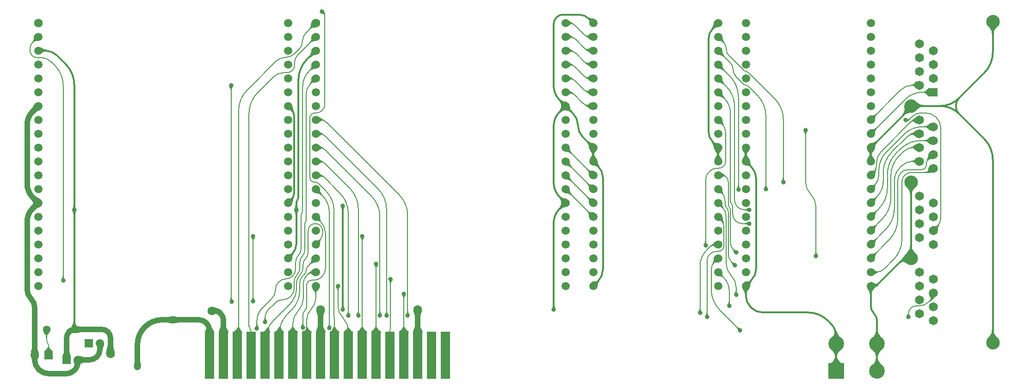
<source format=gbl>
%TF.GenerationSoftware,KiCad,Pcbnew,8.0.7*%
%TF.CreationDate,2025-04-27T11:53:16+02:00*%
%TF.ProjectId,GPIO 32bit Board,4750494f-2033-4326-9269-7420426f6172,Pico GPIO Wide*%
%TF.SameCoordinates,Original*%
%TF.FileFunction,Copper,L2,Bot*%
%TF.FilePolarity,Positive*%
%FSLAX46Y46*%
G04 Gerber Fmt 4.6, Leading zero omitted, Abs format (unit mm)*
G04 Created by KiCad (PCBNEW 8.0.7) date 2025-04-27 11:53:16*
%MOMM*%
%LPD*%
G01*
G04 APERTURE LIST*
%TA.AperFunction,ComponentPad*%
%ADD10R,2.850000X2.850000*%
%TD*%
%TA.AperFunction,ComponentPad*%
%ADD11C,2.850000*%
%TD*%
%TA.AperFunction,ConnectorPad*%
%ADD12R,1.780000X8.620000*%
%TD*%
%TA.AperFunction,ComponentPad*%
%ADD13C,1.400000*%
%TD*%
%TA.AperFunction,ComponentPad*%
%ADD14O,1.400000X1.400000*%
%TD*%
%TA.AperFunction,ComponentPad*%
%ADD15C,1.600000*%
%TD*%
%TA.AperFunction,ComponentPad*%
%ADD16C,1.500000*%
%TD*%
%TA.AperFunction,ComponentPad*%
%ADD17R,1.500000X1.500000*%
%TD*%
%TA.AperFunction,ComponentPad*%
%ADD18R,1.650000X1.650000*%
%TD*%
%TA.AperFunction,ComponentPad*%
%ADD19C,1.650000*%
%TD*%
%TA.AperFunction,ComponentPad*%
%ADD20C,2.475000*%
%TD*%
%TA.AperFunction,ViaPad*%
%ADD21C,0.800000*%
%TD*%
%TA.AperFunction,ViaPad*%
%ADD22C,1.600000*%
%TD*%
%TA.AperFunction,ViaPad*%
%ADD23C,1.300000*%
%TD*%
%TA.AperFunction,Conductor*%
%ADD24C,0.380000*%
%TD*%
%TA.AperFunction,Conductor*%
%ADD25C,1.000000*%
%TD*%
%TA.AperFunction,Conductor*%
%ADD26C,0.200000*%
%TD*%
G04 APERTURE END LIST*
D10*
%TO.P,J3,1,1*%
%TO.N,/GND*%
X146050000Y-15621000D03*
D11*
%TO.P,J3,2,2*%
X153550000Y-15621000D03*
%TO.P,J3,3,3*%
X146050000Y-10621000D03*
%TO.P,J3,4,4*%
X153550000Y-10621000D03*
%TD*%
D12*
%TO.P,J2,2,2*%
%TO.N,/12V*%
X31369048Y-12700000D03*
%TO.P,J2,4,4*%
%TO.N,/GND*%
X33909048Y-12700000D03*
%TO.P,J2,6,6*%
%TO.N,/Read GD _{00..07}*%
X36449048Y-12700000D03*
%TO.P,J2,8,8*%
%TO.N,/Read GD _{08..15}*%
X38989048Y-12700000D03*
%TO.P,J2,10,10*%
%TO.N,/Write GD _{00..07}*%
X41529048Y-12700000D03*
%TO.P,J2,12,12*%
%TO.N,/Write GD _{08..15}*%
X44069048Y-12700000D03*
%TO.P,J2,14,14*%
%TO.N,/Write OE _{00..07}*%
X46609048Y-12700000D03*
%TO.P,J2,16,16*%
%TO.N,/Write OE _{08..15}*%
X49149048Y-12700000D03*
%TO.P,J2,18,18*%
%TO.N,/GND*%
X51689048Y-12700000D03*
%TO.P,J2,20,20*%
%TO.N,/Read GD _{16..23}*%
X54229048Y-12700000D03*
%TO.P,J2,22,22*%
%TO.N,/Read GD _{24..31}*%
X56769048Y-12700000D03*
%TO.P,J2,24,24*%
%TO.N,/Write GD _{16..23}*%
X59309048Y-12700000D03*
%TO.P,J2,26,26*%
%TO.N,/Write GD _{24..31}*%
X61849048Y-12700000D03*
%TO.P,J2,28,28*%
%TO.N,/Write OE _{16..23}*%
X64389048Y-12700000D03*
%TO.P,J2,30,30*%
%TO.N,/Write OE _{24..31}*%
X66929048Y-12700000D03*
%TO.P,J2,32,32*%
%TO.N,/GND*%
X69469048Y-12700000D03*
%TO.P,J2,34,34*%
%TO.N,unconnected-(J2-Pad34)*%
X72009048Y-12700000D03*
%TO.P,J2,36,36*%
%TO.N,unconnected-(J2-Pad36)*%
X74549048Y-12700000D03*
%TD*%
D13*
%TO.P,R1,1*%
%TO.N,Net-(LED1-K)*%
X1524000Y-8001000D03*
D14*
%TO.P,R1,2*%
%TO.N,/5V*%
X6604000Y-8001000D03*
%TD*%
D15*
%TO.P,B1,1,Read_GD__{0..7}*%
%TO.N,/Read GD _{00..07}*%
X50800000Y48260000D03*
D16*
%TO.P,B1,2,Read_GD__{8..15}*%
%TO.N,/Read GD _{08..15}*%
X50800000Y45720000D03*
%TO.P,B1,3,5V*%
%TO.N,/5V*%
X50800000Y43180000D03*
%TO.P,B1,4,Read*%
%TO.N,/Read GPIO _{ALL}*%
X50800000Y40640000D03*
%TO.P,B1,5,Write*%
%TO.N,/Write GPIO _{ALL}*%
X50800000Y38100000D03*
%TO.P,B1,6,Write_Enable*%
%TO.N,/Write Enable*%
X50800000Y35560000D03*
%TO.P,B1,7,GND*%
%TO.N,/GND*%
X50800000Y33020000D03*
%TO.P,B1,8,D7*%
%TO.N,/D7*%
X50800000Y30480000D03*
%TO.P,B1,9,D6*%
%TO.N,/D6*%
X50800000Y27940000D03*
%TO.P,B1,10,D5*%
%TO.N,/D5*%
X50800000Y25400000D03*
%TO.P,B1,11,D4*%
%TO.N,/D4*%
X50800000Y22860000D03*
%TO.P,B1,12,D3*%
%TO.N,/D3*%
X50800000Y20320000D03*
%TO.P,B1,13,D2*%
%TO.N,/D2*%
X50800000Y17780000D03*
%TO.P,B1,14,GND*%
%TO.N,/GND*%
X50800000Y15240000D03*
%TO.P,B1,15,D1*%
%TO.N,/D1*%
X50800000Y12700000D03*
%TO.P,B1,16,D0*%
%TO.N,/D0*%
X50800000Y10160000D03*
%TO.P,B1,17,Write_GD__{0..7}*%
%TO.N,/Write GD _{00..07}*%
X50800000Y7620000D03*
%TO.P,B1,18,Write_GD__{8..15}*%
%TO.N,/Write GD _{08..15}*%
X50800000Y5080000D03*
%TO.P,B1,19,Write_OE__{0..7}*%
%TO.N,/Write OE _{00..07}*%
X50800000Y2540000D03*
%TO.P,B1,20,Write_OE__{8..15}*%
%TO.N,/Write OE _{08..15}*%
X50800000Y0D03*
%TO.P,B1,21,N.C.*%
%TO.N,unconnected-(B1-N.C.-Pad21)*%
X96520000Y0D03*
%TO.P,B1,22,GPIO0*%
%TO.N,/GPIO0*%
X96520000Y2540000D03*
%TO.P,B1,23,5V*%
%TO.N,/5V*%
X96520000Y5080000D03*
%TO.P,B1,24,GPIO1*%
%TO.N,/GPIO1*%
X96520000Y7620000D03*
%TO.P,B1,25,GPIO2*%
%TO.N,/GPIO2*%
X96520000Y10160000D03*
%TO.P,B1,26,GPIO3*%
%TO.N,/GPIO3*%
X96520000Y12700000D03*
%TO.P,B1,27,GND*%
%TO.N,/GND*%
X96520000Y15240000D03*
%TO.P,B1,28,GPIO4*%
%TO.N,/GPIO4*%
X96520000Y17780000D03*
%TO.P,B1,29,GPIO5*%
%TO.N,/GPIO5*%
X96520000Y20320000D03*
%TO.P,B1,30,GPIO6*%
%TO.N,/GPIO6*%
X96520000Y22860000D03*
%TO.P,B1,31,GPIO7*%
%TO.N,/GPIO7*%
X96520000Y25400000D03*
%TO.P,B1,32,GPIO8*%
%TO.N,/GPIO8*%
X96520000Y27940000D03*
%TO.P,B1,33,GPIO9*%
%TO.N,/GPIO9*%
X96520000Y30480000D03*
%TO.P,B1,34,GND*%
%TO.N,/GND*%
X96520000Y33020000D03*
%TO.P,B1,35,GPIO10*%
%TO.N,/GPIO10*%
X96520000Y35560000D03*
%TO.P,B1,36,GPIO11*%
%TO.N,/GPIO11*%
X96520000Y38100000D03*
%TO.P,B1,37,GPIO12*%
%TO.N,/GPIO12*%
X96520000Y40640000D03*
%TO.P,B1,38,GPIO13*%
%TO.N,/GPIO13*%
X96520000Y43180000D03*
%TO.P,B1,39,GPIO14*%
%TO.N,/GPIO14*%
X96520000Y45720000D03*
%TO.P,B1,40,GPIO15*%
%TO.N,/GPIO15*%
X96520000Y48260000D03*
%TD*%
D17*
%TO.P,C1,1*%
%TO.N,/12V*%
X9287000Y-10541000D03*
D16*
%TO.P,C1,2*%
%TO.N,/GND*%
X11287000Y-10541000D03*
%TD*%
D17*
%TO.P,C2,1*%
%TO.N,/5V*%
X5207000Y-13589000D03*
D16*
%TO.P,C2,2*%
%TO.N,/GND*%
X7207000Y-13589000D03*
%TD*%
D17*
%TO.P,LED1,1,K*%
%TO.N,Net-(LED1-K)*%
X1905000Y-12700000D03*
D16*
%TO.P,LED1,2,A*%
%TO.N,/GND*%
X-635000Y-12700000D03*
%TD*%
D15*
%TO.P,B2,1,Read_GD__{0..7}*%
%TO.N,/Read GD _{16..23}*%
X0Y48260000D03*
D16*
%TO.P,B2,2,Read_GD__{8..15}*%
%TO.N,/Read GD _{24..31}*%
X0Y45720000D03*
%TO.P,B2,3,5V*%
%TO.N,/5V*%
X0Y43180000D03*
%TO.P,B2,4,Read*%
%TO.N,/Read GPIO _{ALL}*%
X0Y40640000D03*
%TO.P,B2,5,Write*%
%TO.N,/Write GPIO _{ALL}*%
X0Y38100000D03*
%TO.P,B2,6,Write_Enable*%
%TO.N,/Write Enable*%
X0Y35560000D03*
%TO.P,B2,7,GND*%
%TO.N,/GND*%
X0Y33020000D03*
%TO.P,B2,8,D7*%
%TO.N,/D7*%
X0Y30480000D03*
%TO.P,B2,9,D6*%
%TO.N,/D6*%
X0Y27940000D03*
%TO.P,B2,10,D5*%
%TO.N,/D5*%
X0Y25400000D03*
%TO.P,B2,11,D4*%
%TO.N,/D4*%
X0Y22860000D03*
%TO.P,B2,12,D3*%
%TO.N,/D3*%
X0Y20320000D03*
%TO.P,B2,13,D2*%
%TO.N,/D2*%
X0Y17780000D03*
%TO.P,B2,14,GND*%
%TO.N,/GND*%
X0Y15240000D03*
%TO.P,B2,15,D1*%
%TO.N,/D1*%
X0Y12700000D03*
%TO.P,B2,16,D0*%
%TO.N,/D0*%
X0Y10160000D03*
%TO.P,B2,17,Write_GD__{0..7}*%
%TO.N,/Write GD _{16..23}*%
X0Y7620000D03*
%TO.P,B2,18,Write_GD__{8..15}*%
%TO.N,/Write GD _{24..31}*%
X0Y5080000D03*
%TO.P,B2,19,Write_OE__{0..7}*%
%TO.N,/Write OE _{16..23}*%
X0Y2540000D03*
%TO.P,B2,20,Write_OE__{8..15}*%
%TO.N,/Write OE _{24..31}*%
X0Y0D03*
%TO.P,B2,21,N.C.*%
%TO.N,unconnected-(B2-N.C.-Pad21)*%
X45720000Y0D03*
%TO.P,B2,22,GPIO0*%
%TO.N,/GPIO16*%
X45720000Y2540000D03*
%TO.P,B2,23,5V*%
%TO.N,/5V*%
X45720000Y5080000D03*
%TO.P,B2,24,GPIO1*%
%TO.N,/GPIO17*%
X45720000Y7620000D03*
%TO.P,B2,25,GPIO2*%
%TO.N,/GPIO18*%
X45720000Y10160000D03*
%TO.P,B2,26,GPIO3*%
%TO.N,/GPIO19*%
X45720000Y12700000D03*
%TO.P,B2,27,GND*%
%TO.N,/GND*%
X45720000Y15240000D03*
%TO.P,B2,28,GPIO4*%
%TO.N,/GPIO20*%
X45720000Y17780000D03*
%TO.P,B2,29,GPIO5*%
%TO.N,/GPIO21*%
X45720000Y20320000D03*
%TO.P,B2,30,GPIO6*%
%TO.N,/GPIO22*%
X45720000Y22860000D03*
%TO.P,B2,31,GPIO7*%
%TO.N,/GPIO23*%
X45720000Y25400000D03*
%TO.P,B2,32,GPIO8*%
%TO.N,/GPIO24*%
X45720000Y27940000D03*
%TO.P,B2,33,GPIO9*%
%TO.N,/GPIO25*%
X45720000Y30480000D03*
%TO.P,B2,34,GND*%
%TO.N,/GND*%
X45720000Y33020000D03*
%TO.P,B2,35,GPIO10*%
%TO.N,/GPIO26*%
X45720000Y35560000D03*
%TO.P,B2,36,GPIO11*%
%TO.N,/GPIO27*%
X45720000Y38100000D03*
%TO.P,B2,37,GPIO12*%
%TO.N,/GPIO28*%
X45720000Y40640000D03*
%TO.P,B2,38,GPIO13*%
%TO.N,/GPIO29*%
X45720000Y43180000D03*
%TO.P,B2,39,GPIO14*%
%TO.N,/GPIO30*%
X45720000Y45720000D03*
%TO.P,B2,40,GPIO15*%
%TO.N,/GPIO31*%
X45720000Y48260000D03*
%TD*%
%TO.P,B3,1,GND*%
%TO.N,/GND*%
X101600000Y48260000D03*
%TO.P,B3,2,A0*%
%TO.N,/GPIO15*%
X101600000Y45720000D03*
%TO.P,B3,3,A1*%
%TO.N,/GPIO14*%
X101600000Y43180000D03*
%TO.P,B3,4,A2*%
%TO.N,/GPIO13*%
X101600000Y40640000D03*
%TO.P,B3,5,A3*%
%TO.N,/GPIO12*%
X101600000Y38100000D03*
%TO.P,B3,6,A4*%
%TO.N,/GPIO11*%
X101600000Y35560000D03*
%TO.P,B3,7,A5*%
%TO.N,/GPIO10*%
X101600000Y33020000D03*
%TO.P,B3,8,A6*%
%TO.N,/GPIO9*%
X101600000Y30480000D03*
%TO.P,B3,9,A7*%
%TO.N,/GPIO8*%
X101600000Y27940000D03*
%TO.P,B3,10,GND*%
%TO.N,/GND*%
X101600000Y25400000D03*
%TO.P,B3,11,GND*%
X101600000Y22860000D03*
%TO.P,B3,12,A8*%
%TO.N,/GPIO7*%
X101600000Y20320000D03*
%TO.P,B3,13,A9*%
%TO.N,/GPIO6*%
X101600000Y17780000D03*
%TO.P,B3,14,A10*%
%TO.N,/GPIO5*%
X101600000Y15240000D03*
%TO.P,B3,15,A11*%
%TO.N,/GPIO4*%
X101600000Y12700000D03*
%TO.P,B3,16,A12*%
%TO.N,/GPIO3*%
X101600000Y10160000D03*
%TO.P,B3,17,A13*%
%TO.N,/GPIO2*%
X101600000Y7620000D03*
%TO.P,B3,18,A14*%
%TO.N,/GPIO1*%
X101600000Y5080000D03*
%TO.P,B3,19,A15*%
%TO.N,/GPIO0*%
X101600000Y2540000D03*
%TO.P,B3,20,GND*%
%TO.N,/GND*%
X101600000Y0D03*
%TO.P,B3,21,GND*%
X124460000Y0D03*
%TO.P,B3,22,B15*%
%TO.N,/GPIO_{\u03A9}0*%
X124460000Y2540000D03*
%TO.P,B3,23,B14*%
%TO.N,/GPIO_{\u03A9}2*%
X124460000Y5080000D03*
%TO.P,B3,24,B13*%
%TO.N,/GPIO_{\u03A9}1*%
X124460000Y7620000D03*
%TO.P,B3,25,B12*%
%TO.N,/GPIO_{\u03A9}3*%
X124460000Y10160000D03*
%TO.P,B3,26,B11*%
%TO.N,/GPIO_{\u03A9}4*%
X124460000Y12700000D03*
%TO.P,B3,27,B10*%
%TO.N,/GPIO_{\u03A9}5*%
X124460000Y15240000D03*
%TO.P,B3,28,B9*%
%TO.N,/GPIO_{\u03A9}6*%
X124460000Y17780000D03*
%TO.P,B3,29,B8*%
%TO.N,/GPIO_{\u03A9}7*%
X124460000Y20320000D03*
%TO.P,B3,30,GND*%
%TO.N,/GND*%
X124460000Y22860000D03*
%TO.P,B3,31,GND*%
X124460000Y25400000D03*
%TO.P,B3,32,B7*%
%TO.N,/GPIO_{\u03A9}8*%
X124460000Y27940000D03*
%TO.P,B3,33,B6*%
%TO.N,/GPIO_{\u03A9}9*%
X124460000Y30480000D03*
%TO.P,B3,34,B5*%
%TO.N,/GPIO_{\u03A9}10*%
X124460000Y33020000D03*
%TO.P,B3,35,B4*%
%TO.N,/GPIO_{\u03A9}11*%
X124460000Y35560000D03*
%TO.P,B3,36,B3*%
%TO.N,/GPIO_{\u03A9}12*%
X124460000Y38100000D03*
%TO.P,B3,37,B2*%
%TO.N,/GPIO_{\u03A9}13*%
X124460000Y40640000D03*
%TO.P,B3,38,B1*%
%TO.N,/GPIO_{\u03A9}14*%
X124460000Y43180000D03*
%TO.P,B3,39,B0*%
%TO.N,/GPIO_{\u03A9}15*%
X124460000Y45720000D03*
%TO.P,B3,40,GND*%
%TO.N,/GND*%
X124460000Y48260000D03*
%TD*%
%TO.P,B4,1,GND*%
%TO.N,/GND*%
X129540000Y48260000D03*
%TO.P,B4,2,A0*%
%TO.N,/GPIO31*%
X129540000Y45720000D03*
%TO.P,B4,3,A1*%
%TO.N,/GPIO30*%
X129540000Y43180000D03*
%TO.P,B4,4,A2*%
%TO.N,/GPIO29*%
X129540000Y40640000D03*
%TO.P,B4,5,A3*%
%TO.N,/GPIO28*%
X129540000Y38100000D03*
%TO.P,B4,6,A4*%
%TO.N,/GPIO27*%
X129540000Y35560000D03*
%TO.P,B4,7,A5*%
%TO.N,/GPIO26*%
X129540000Y33020000D03*
%TO.P,B4,8,A6*%
%TO.N,/GPIO25*%
X129540000Y30480000D03*
%TO.P,B4,9,A7*%
%TO.N,/GPIO24*%
X129540000Y27940000D03*
%TO.P,B4,10,GND*%
%TO.N,/GND*%
X129540000Y25400000D03*
%TO.P,B4,11,GND*%
X129540000Y22860000D03*
%TO.P,B4,12,A8*%
%TO.N,/GPIO23*%
X129540000Y20320000D03*
%TO.P,B4,13,A9*%
%TO.N,/GPIO22*%
X129540000Y17780000D03*
%TO.P,B4,14,A10*%
%TO.N,/GPIO21*%
X129540000Y15240000D03*
%TO.P,B4,15,A11*%
%TO.N,/GPIO20*%
X129540000Y12700000D03*
%TO.P,B4,16,A12*%
%TO.N,/GPIO19*%
X129540000Y10160000D03*
%TO.P,B4,17,A13*%
%TO.N,/GPIO18*%
X129540000Y7620000D03*
%TO.P,B4,18,A14*%
%TO.N,/GPIO17*%
X129540000Y5080000D03*
%TO.P,B4,19,A15*%
%TO.N,/GPIO16*%
X129540000Y2540000D03*
%TO.P,B4,20,GND*%
%TO.N,/GND*%
X129540000Y0D03*
%TO.P,B4,21,GND*%
X152400000Y0D03*
%TO.P,B4,22,B15*%
%TO.N,/GPIO_{\u03A9}16*%
X152400000Y2540000D03*
%TO.P,B4,23,B14*%
%TO.N,/GPIO_{\u03A9}18*%
X152400000Y5080000D03*
%TO.P,B4,24,B13*%
%TO.N,/GPIO_{\u03A9}17*%
X152400000Y7620000D03*
%TO.P,B4,25,B12*%
%TO.N,/GPIO_{\u03A9}19*%
X152400000Y10160000D03*
%TO.P,B4,26,B11*%
%TO.N,/GPIO_{\u03A9}20*%
X152400000Y12700000D03*
%TO.P,B4,27,B10*%
%TO.N,/GPIO_{\u03A9}21*%
X152400000Y15240000D03*
%TO.P,B4,28,B9*%
%TO.N,/GPIO_{\u03A9}22*%
X152400000Y17780000D03*
%TO.P,B4,29,B8*%
%TO.N,/GPIO_{\u03A9}23*%
X152400000Y20320000D03*
%TO.P,B4,30,GND*%
%TO.N,/GND*%
X152400000Y22860000D03*
%TO.P,B4,31,GND*%
X152400000Y25400000D03*
%TO.P,B4,32,B7*%
%TO.N,/GPIO_{\u03A9}24*%
X152400000Y27940000D03*
%TO.P,B4,33,B6*%
%TO.N,/GPIO_{\u03A9}25*%
X152400000Y30480000D03*
%TO.P,B4,34,B5*%
%TO.N,/GPIO_{\u03A9}26*%
X152400000Y33020000D03*
%TO.P,B4,35,B4*%
%TO.N,/GPIO_{\u03A9}27*%
X152400000Y35560000D03*
%TO.P,B4,36,B3*%
%TO.N,/GPIO_{\u03A9}28*%
X152400000Y38100000D03*
%TO.P,B4,37,B2*%
%TO.N,/GPIO_{\u03A9}29*%
X152400000Y40640000D03*
%TO.P,B4,38,B1*%
%TO.N,/GPIO_{\u03A9}30*%
X152400000Y43180000D03*
%TO.P,B4,39,B0*%
%TO.N,/GPIO_{\u03A9}31*%
X152400000Y45720000D03*
%TO.P,B4,40,GND*%
%TO.N,/GND*%
X152400000Y48260000D03*
%TD*%
D18*
%TO.P,J1,A1,A1*%
%TO.N,/GPIO_{\u03A9}24*%
X163830000Y35560000D03*
D19*
%TO.P,J1,A2,A2*%
%TO.N,/GPIO_{\u03A9}25*%
X161290000Y36830000D03*
%TO.P,J1,A3,A3*%
%TO.N,/GPIO_{\u03A9}26*%
X163830000Y38100000D03*
%TO.P,J1,A4,A4*%
%TO.N,/GPIO_{\u03A9}27*%
X161290000Y39370000D03*
%TO.P,J1,A5,A5*%
%TO.N,/GPIO_{\u03A9}28*%
X163830000Y40640000D03*
%TO.P,J1,A6,A6*%
%TO.N,/GPIO_{\u03A9}29*%
X161290000Y41910000D03*
%TO.P,J1,A7,A7*%
%TO.N,/GPIO_{\u03A9}30*%
X163830000Y43180000D03*
%TO.P,J1,A8,A8*%
%TO.N,/GPIO_{\u03A9}31*%
X161290000Y44450000D03*
%TO.P,J1,B1,B1*%
%TO.N,/GPIO_{\u03A9}16*%
X163830000Y21590000D03*
%TO.P,J1,B2,B2*%
%TO.N,/GPIO_{\u03A9}17*%
X161290000Y22860000D03*
%TO.P,J1,B3,B3*%
%TO.N,/GPIO_{\u03A9}18*%
X163830000Y24130000D03*
%TO.P,J1,B4,B4*%
%TO.N,/GPIO_{\u03A9}19*%
X161290000Y25400000D03*
%TO.P,J1,B5,B5*%
%TO.N,/GPIO_{\u03A9}20*%
X163830000Y26670000D03*
%TO.P,J1,B6,B6*%
%TO.N,/GPIO_{\u03A9}21*%
X161290000Y27940000D03*
%TO.P,J1,B7,B7*%
%TO.N,/GPIO_{\u03A9}22*%
X163830000Y29210000D03*
%TO.P,J1,B8,B8*%
%TO.N,/GPIO_{\u03A9}23*%
X161290000Y30480000D03*
%TO.P,J1,C1,C1*%
%TO.N,/GPIO_{\u03A9}8*%
X163830000Y7620000D03*
%TO.P,J1,C2,C2*%
%TO.N,/GPIO_{\u03A9}9*%
X161290000Y8890000D03*
%TO.P,J1,C3,C3*%
%TO.N,/GPIO_{\u03A9}10*%
X163830000Y10160000D03*
%TO.P,J1,C4,C4*%
%TO.N,/GPIO_{\u03A9}11*%
X161290000Y11430000D03*
%TO.P,J1,C5,C5*%
%TO.N,/GPIO_{\u03A9}12*%
X163830000Y12700000D03*
%TO.P,J1,C6,C6*%
%TO.N,/GPIO_{\u03A9}13*%
X161290000Y13970000D03*
%TO.P,J1,C7,C7*%
%TO.N,/GPIO_{\u03A9}14*%
X163830000Y15240000D03*
%TO.P,J1,C8,C8*%
%TO.N,/GPIO_{\u03A9}15*%
X161290000Y16510000D03*
%TO.P,J1,D1,D1*%
%TO.N,/GPIO_{\u03A9}0*%
X163830000Y-6350000D03*
%TO.P,J1,D2,D2*%
%TO.N,/GPIO_{\u03A9}1*%
X161290000Y-5080000D03*
%TO.P,J1,D3,D3*%
%TO.N,/GPIO_{\u03A9}2*%
X163830000Y-3810000D03*
%TO.P,J1,D4,D4*%
%TO.N,/GPIO_{\u03A9}3*%
X161290000Y-2540000D03*
%TO.P,J1,D5,D5*%
%TO.N,/GPIO_{\u03A9}4*%
X163830000Y-1270000D03*
%TO.P,J1,D6,D6*%
%TO.N,/GPIO_{\u03A9}5*%
X161290000Y0D03*
%TO.P,J1,D7,D7*%
%TO.N,/GPIO_{\u03A9}6*%
X163830000Y1270000D03*
%TO.P,J1,D8,D8*%
%TO.N,/GPIO_{\u03A9}7*%
X161290000Y2540000D03*
D20*
%TO.P,J1,MH1,MH1*%
%TO.N,/GND*%
X174750000Y-10410000D03*
%TO.P,J1,MH2,MH2*%
X159770000Y5080000D03*
%TO.P,J1,MH3,MH3*%
X159770000Y19050000D03*
%TO.P,J1,MH4,MH4*%
X159770000Y33020000D03*
%TO.P,J1,MH5,MH5*%
X174750000Y48510000D03*
%TD*%
D21*
%TO.N,/GPIO_{\u03A9}5*%
X127762000Y-1651000D03*
%TO.N,/GND*%
X94361000Y-4318000D03*
%TO.N,/GPIO_{\u03A9}0*%
X126492000Y-3683000D03*
D22*
%TO.N,/5V*%
X13208004Y-12446000D03*
%TO.N,/GND*%
X31750000Y-4572000D03*
D21*
X55753000Y-4318000D03*
X55753000Y14720000D03*
%TO.N,/5V*%
X47244000Y13970002D03*
X6604000Y13969999D03*
D22*
%TO.N,/GND*%
X51688990Y-4318000D03*
X69469000Y-4318000D03*
D21*
%TO.N,/D7*%
X67631400Y-5461000D03*
%TO.N,/D6*%
X63784900Y-5461000D03*
%TO.N,/D5*%
X62555100Y-5461000D03*
%TO.N,/D4*%
X58597000Y-5461000D03*
%TO.N,/D3*%
X56769000Y-5461000D03*
%TO.N,/Write Enable*%
X35306002Y36766498D03*
X35432996Y-2921000D03*
%TO.N,/D2*%
X53287300Y-7771500D03*
%TO.N,/D1*%
X48445700Y-7682600D03*
%TO.N,/D0*%
X39327700Y-2794000D03*
X39327700Y9106400D03*
%TO.N,/Read GPIO _{ALL}*%
X40029400Y-7787000D03*
%TO.N,/Write GPIO _{ALL}*%
X41528998Y-6604000D03*
%TO.N,/Read GD _{24..31}*%
X54864000Y2D03*
X4572000Y1016000D03*
%TO.N,/Write OE _{16..23}*%
X64486600Y1270000D03*
%TO.N,/Read GD _{16..23}*%
X51950300Y50386900D03*
%TO.N,/Write GD _{24..31}*%
X61849000Y4001400D03*
%TO.N,/Write OE _{24..31}*%
X66929000Y-1453600D03*
%TO.N,/Write GD _{16..23}*%
X59309000Y9104400D03*
D23*
%TO.N,/12V*%
X24638000Y-6222000D03*
X18161000Y-14859000D03*
D21*
%TO.N,/GPIO_{\u03A9}2*%
X128495400Y-8161500D03*
%TO.N,/GPIO_{\u03A9}6*%
X127508000Y3810000D03*
%TO.N,/GPIO_{\u03A9}12*%
X130196700Y13970000D03*
%TO.N,/GPIO_{\u03A9}10*%
X158750000Y30438831D03*
%TO.N,/GPIO_{\u03A9}8*%
X142367000Y5461000D03*
X140462000Y28575000D03*
%TO.N,/GPIO_{\u03A9}15*%
X136400200Y19050300D03*
%TO.N,/GPIO_{\u03A9}1*%
X121158000Y-4952998D03*
%TO.N,/GPIO_{\u03A9}7*%
X127762000Y6135600D03*
%TO.N,/GPIO_{\u03A9}4*%
X159301700Y-5698900D03*
X122428000Y-5698900D03*
%TO.N,/GPIO_{\u03A9}14*%
X133206900Y17780000D03*
%TO.N,/GPIO_{\u03A9}11*%
X130190000Y11430000D03*
%TO.N,/GPIO_{\u03A9}9*%
X122174000Y7449700D03*
%TO.N,/GPIO_{\u03A9}13*%
X128179400Y17650700D03*
%TD*%
D24*
%TO.N,/GND*%
X94361000Y36705643D02*
G75*
G03*
X95440487Y34099487I3685600J-43D01*
G01*
X95440500Y31940500D02*
G75*
G03*
X94361018Y29334356I2606100J-2606100D01*
G01*
X103378000Y3035235D02*
G75*
G02*
X102489011Y888989I-3035200J-35D01*
G01*
X173156207Y26995792D02*
G75*
G02*
X174750010Y23148036I-3847807J-3847792D01*
G01*
X144557750Y-6381750D02*
G75*
G03*
X140955139Y-4889484I-3602650J-3602650D01*
G01*
X122682000Y28435235D02*
G75*
G03*
X123570989Y26288989I3035200J-35D01*
G01*
X165132001Y33020000D02*
G75*
G03*
X168546206Y34434218I-1J4828400D01*
G01*
X168546212Y31605787D02*
G75*
G03*
X165132001Y33020007I-3414212J-3414187D01*
G01*
X168546212Y34434212D02*
G75*
G03*
X168546212Y31605788I1414188J-1414212D01*
G01*
X100838000Y49022000D02*
G75*
G03*
X98998369Y49783987I-1839600J-1839600D01*
G01*
D25*
X-2032000Y-663171D02*
G75*
G03*
X-1333500Y-2349500I2384842J5D01*
G01*
D24*
X152400000Y-3631827D02*
G75*
G03*
X152975008Y-5019992I1963200J27D01*
G01*
X98806000Y29464000D02*
G75*
G03*
X99704036Y27295985I3066000J0D01*
G01*
X97907974Y31632025D02*
G75*
G02*
X98805985Y29464000I-2168074J-2168025D01*
G01*
D25*
X-1015999Y14224000D02*
G75*
G03*
X-2032003Y11771159I2452849J-2452850D01*
G01*
X10723500Y-13025499D02*
G75*
G02*
X9363089Y-13588995I-1360400J1360399D01*
G01*
D24*
X130492500Y21907500D02*
G75*
G02*
X131444984Y19607961I-2299500J-2299500D01*
G01*
X174750000Y42891963D02*
G75*
G02*
X173156199Y39044215I-5441600J37D01*
G01*
X130460750Y-3968750D02*
G75*
G03*
X132683637Y-4889485I2222850J2222850D01*
G01*
D25*
X7858000Y-13589000D02*
G75*
G03*
X7207000Y-14240000I0J-651000D01*
G01*
X11287001Y-11665088D02*
G75*
G02*
X10723498Y-13025497I-1923921J8D01*
G01*
D24*
X152975000Y-5020000D02*
G75*
G02*
X153550011Y-6408172I-1388200J-1388200D01*
G01*
X102489000Y21971000D02*
G75*
G02*
X103377985Y19824764I-2146200J-2146200D01*
G01*
D25*
X-1015999Y32004000D02*
G75*
G03*
X-2032003Y29551159I2452849J-2452850D01*
G01*
X6587999Y-15509999D02*
G75*
G02*
X5093601Y-16128999I-1494399J1494399D01*
G01*
D24*
X94869000Y49276000D02*
G75*
G03*
X94361008Y48049579I1226400J-1226400D01*
G01*
X96095420Y49784000D02*
G75*
G03*
X94868994Y49276006I-20J-1734400D01*
G01*
X46294100Y32445900D02*
G75*
G02*
X46868200Y31059899I-1386000J-1386000D01*
G01*
D25*
X69469024Y-4318024D02*
X69469031Y-4318026D01*
X69469037Y-4318029D01*
X69469043Y-4318033D01*
X69469049Y-4318037D01*
X69469054Y-4318041D01*
X69469059Y-4318046D01*
X69469063Y-4318052D01*
X69469067Y-4318057D01*
X69469071Y-4318063D01*
X69469074Y-4318070D01*
X69469074Y-4318071D01*
X-2032000Y18708840D02*
G75*
G03*
X-1015999Y16256000I3468845J4D01*
G01*
X33401024Y-5080024D02*
G75*
G02*
X33909033Y-6306502I-1226524J-1226476D01*
G01*
D24*
X159133000Y5080000D02*
G75*
G03*
X158045562Y4629582I0J-1537900D01*
G01*
X51689000Y-4318010D02*
X51688999Y-4318010D01*
X51688998Y-4318010D01*
X51688997Y-4318010D01*
X51688997Y-4318009D01*
X51688996Y-4318009D01*
X51688995Y-4318009D01*
X51688994Y-4318008D01*
X51688994Y-4318008D01*
X51688993Y-4318007D01*
X51688992Y-4318006D01*
X51688992Y-4318006D01*
X51688991Y-4318005D01*
X51688991Y-4318004D01*
X51688991Y-4318003D01*
X51688990Y-4318003D01*
X51688990Y-4318002D01*
X51688990Y-4318001D01*
X51688990Y-4318000D01*
X123571000Y47371000D02*
G75*
G03*
X122682015Y45224764I2146200J-2146200D01*
G01*
D25*
X33297111Y-4976111D02*
G75*
G03*
X32321500Y-4571993I-975611J-975589D01*
G01*
D24*
X131445000Y3252038D02*
G75*
G02*
X130492511Y952488I-3252000J-38D01*
G01*
D25*
X-1333500Y-2349500D02*
G75*
G02*
X-634999Y-4035828I-1686316J-1686324D01*
G01*
X127000Y-15367000D02*
G75*
G03*
X1966630Y-16129000I1839630J1839630D01*
G01*
X7207000Y-14240000D02*
G75*
G02*
X6746683Y-15351336I-1571700J0D01*
G01*
D24*
X129540000Y-1745862D02*
G75*
G03*
X130460739Y-3968761I3143600J-38D01*
G01*
D25*
X-634999Y-13652500D02*
G75*
G03*
X38517Y-15278521I2299549J0D01*
G01*
D24*
X94361000Y18925643D02*
G75*
G03*
X95440487Y16319487I3685600J-43D01*
G01*
X153775210Y359210D02*
G75*
G02*
X152908000Y-6I-867210J867190D01*
G01*
X46868200Y17200100D02*
G75*
G02*
X46294100Y15814100I-1960100J0D01*
G01*
X95440500Y14160500D02*
G75*
G03*
X94361018Y11554356I2606100J-2606100D01*
G01*
X145078788Y-6902788D02*
G75*
G02*
X146050007Y-9247500I-2344688J-2344712D01*
G01*
X146050000Y-9247500D02*
X146050000Y-11994500D01*
%TO.N,/5V*%
X47434500Y15730600D02*
G75*
G03*
X47244003Y15270692I459900J-459900D01*
G01*
D25*
X12763502Y-8445502D02*
G75*
G03*
X11690379Y-8001007I-1073102J-1073098D01*
G01*
D24*
X5010206Y40709792D02*
G75*
G02*
X6604003Y36862036I-3847756J-3847762D01*
G01*
D25*
X12763502Y-8445502D02*
G75*
G02*
X13207993Y-9518624I-1073102J-1073098D01*
G01*
X6350000Y-8001000D02*
G75*
G03*
X6604000Y-7747000I0J254000D01*
G01*
X5651499Y-8445499D02*
G75*
G03*
X5207006Y-9518617I1073101J-1073101D01*
G01*
D24*
X47244000Y7681630D02*
G75*
G02*
X46482009Y5841991I-2601600J-30D01*
G01*
X49212500Y41592500D02*
G75*
G03*
X47624985Y37759935I3832600J-3832600D01*
G01*
D25*
X6350000Y-8001000D02*
G75*
G03*
X5916397Y-8180608I0J-613200D01*
G01*
D24*
X3438025Y42281974D02*
G75*
G03*
X1270000Y43180000I-2168029J-2168034D01*
G01*
X47625000Y16190507D02*
G75*
G02*
X47434502Y15730598I-650400J-7D01*
G01*
D25*
X6858000Y-8001000D02*
X6350000Y-8001000D01*
%TO.N,/12V*%
X30785048Y-6806000D02*
G75*
G02*
X31369034Y-8215900I-1409948J-1409900D01*
G01*
X30785048Y-6806000D02*
G75*
G03*
X29375147Y-6221966I-1409948J-1409900D01*
G01*
X19495000Y-7556000D02*
G75*
G03*
X18160997Y-10776560I3220550J-3220560D01*
G01*
X22715560Y-6222000D02*
G75*
G03*
X19495002Y-7556002I0J-4554550D01*
G01*
D26*
%TO.N,/GPIO_{\u03A9}13*%
X126585607Y38514392D02*
G75*
G02*
X128179410Y34666636I-3847807J-3847792D01*
G01*
%TO.N,/GPIO_{\u03A9}18*%
X162560000Y22203210D02*
G75*
G02*
X162306003Y21589997I-867200J-10D01*
G01*
X159304223Y21336000D02*
G75*
G03*
X157924493Y20764507I-23J-1951200D01*
G01*
X162306000Y21590000D02*
G75*
G02*
X161692789Y21336004I-613200J613200D01*
G01*
X162919209Y23219208D02*
G75*
G03*
X162559995Y22351999I867191J-867208D01*
G01*
X157353000Y12286963D02*
G75*
G02*
X155759199Y8439215I-5441600J37D01*
G01*
X157924500Y20764500D02*
G75*
G03*
X157353010Y19384776I1379700J-1379700D01*
G01*
%TO.N,/GPIO_{\u03A9}9*%
X122809000Y20955000D02*
G75*
G03*
X122174011Y19421974I1533000J-1533000D01*
G01*
X125857000Y22890815D02*
G75*
G02*
X125476005Y21970995I-1300800J-15D01*
G01*
X125476000Y21971000D02*
G75*
G02*
X124556184Y21590006I-919800J919800D01*
G01*
X124269500Y21590000D02*
G75*
G03*
X122860290Y21006276I0J-1992900D01*
G01*
X125158500Y29781500D02*
G75*
G02*
X125856988Y28095171I-1686300J-1686300D01*
G01*
%TO.N,/GPIO_{\u03A9}5*%
X126837700Y1940300D02*
G75*
G02*
X127762018Y-291157I-2231500J-2231500D01*
G01*
X125186700Y14513300D02*
G75*
G02*
X125913396Y12758891I-1754400J-1754400D01*
G01*
X125913400Y4171757D02*
G75*
G03*
X126837733Y1940333I3155700J43D01*
G01*
%TO.N,/GPIO_{\u03A9}11*%
X127119300Y13177565D02*
G75*
G03*
X127631160Y11941860I1747600J35D01*
G01*
X126919550Y15008764D02*
G75*
G02*
X127119314Y14526524I-482250J-482264D01*
G01*
X127631150Y11941850D02*
G75*
G03*
X128866865Y11429986I1235750J1235750D01*
G01*
X125589900Y34430100D02*
G75*
G02*
X126719792Y31702280I-2727800J-2727800D01*
G01*
X126719800Y15491003D02*
G75*
G03*
X126919546Y15008760I682000J-3D01*
G01*
%TO.N,/GPIO_{\u03A9}14*%
X129173779Y36973020D02*
G75*
G03*
X129579900Y36804787I406121J406080D01*
G01*
X131613106Y35009492D02*
G75*
G02*
X133206910Y31161736I-3847806J-3847792D01*
G01*
X129986020Y36636579D02*
G75*
G03*
X129579900Y36804782I-406120J-406179D01*
G01*
X127207900Y39685500D02*
G75*
G03*
X127735836Y38410985I1802400J0D01*
G01*
X126679974Y40960025D02*
G75*
G02*
X127207885Y39685500I-1274574J-1274525D01*
G01*
%TO.N,/GPIO_{\u03A9}16*%
X158623000Y20320000D02*
G75*
G03*
X158115008Y19093579I1226400J-1226400D01*
G01*
X154978519Y3213519D02*
G75*
G02*
X153352500Y2539989I-1626019J1625981D01*
G01*
X158115000Y8603963D02*
G75*
G02*
X156521199Y4756215I-5441600J37D01*
G01*
X159849420Y20828000D02*
G75*
G03*
X158622994Y20320006I-20J-1734400D01*
G01*
X163449000Y21209000D02*
G75*
G02*
X162529184Y20828006I-919800J919800D01*
G01*
%TO.N,/GPIO_{\u03A9}4*%
X125239850Y6621850D02*
G75*
G02*
X124583546Y6349952I-656350J656250D01*
G01*
X124162420Y6350000D02*
G75*
G03*
X122935994Y5842006I-20J-1734400D01*
G01*
X125511700Y7278153D02*
G75*
G02*
X125239837Y6621863I-928200J47D01*
G01*
X163076149Y-2912849D02*
G75*
G02*
X161256195Y-3666697I-1819949J1819949D01*
G01*
X159715569Y-4114430D02*
G75*
G03*
X159301688Y-5113600I999131J-999170D01*
G01*
X160772543Y-3666700D02*
G75*
G03*
X159732487Y-4097487I-43J-1470800D01*
G01*
X122936000Y5842000D02*
G75*
G03*
X122428008Y4615579I1226400J-1226400D01*
G01*
X124985850Y12174150D02*
G75*
G02*
X125511715Y10904635I-1269550J-1269550D01*
G01*
X163830000Y-1714500D02*
G75*
G02*
X163515688Y-2473305I-1073100J0D01*
G01*
%TO.N,/GPIO_{\u03A9}7*%
X125959450Y19963550D02*
G75*
G02*
X126315901Y19103003I-860550J-860550D01*
G01*
X125959450Y19963550D02*
G75*
G03*
X125098903Y20320001I-860550J-860550D01*
G01*
X126315900Y14938144D02*
G75*
G03*
X126516737Y14453237I685700J-44D01*
G01*
X126516750Y14453250D02*
G75*
G02*
X126717552Y13968355I-484950J-484850D01*
G01*
X126717600Y7918502D02*
G75*
G03*
X127239799Y6657799I1782900J-2D01*
G01*
%TO.N,/GPIO_{\u03A9}24*%
X161925000Y35560000D02*
G75*
G03*
X158672956Y34212966I0J-4599100D01*
G01*
%TO.N,/GPIO_{\u03A9}0*%
X125476000Y1524000D02*
G75*
G02*
X126491983Y-928840I-2452800J-2452800D01*
G01*
%TO.N,/GPIO_{\u03A9}19*%
X160210500Y25400000D02*
G75*
G03*
X158367687Y24636669I0J-2606100D01*
G01*
X157607000Y23876000D02*
G75*
G03*
X156082984Y20196738I3679300J-3679300D01*
G01*
X156083000Y16096963D02*
G75*
G02*
X154489199Y12249215I-5441600J37D01*
G01*
%TO.N,/GPIO_{\u03A9}25*%
X160020000Y36830000D02*
G75*
G03*
X157851964Y35931984I0J-3066100D01*
G01*
%TO.N,/GPIO_{\u03A9}1*%
X122301000Y6477000D02*
G75*
G03*
X121158019Y3717553I2759400J-2759400D01*
G01*
X123952000Y7620000D02*
G75*
G03*
X123084793Y7260785I0J-1226400D01*
G01*
%TO.N,/GPIO_{\u03A9}15*%
X134806407Y34379992D02*
G75*
G02*
X136400210Y30532236I-3847807J-3847792D01*
G01*
X130000565Y39185834D02*
G75*
G03*
X129555950Y39370029I-444665J-444634D01*
G01*
X125949800Y43472950D02*
G75*
G03*
X126485224Y42180211I1828200J-50D01*
G01*
X129111334Y39554165D02*
G75*
G03*
X129555950Y39370040I444566J444635D01*
G01*
X125414343Y44765656D02*
G75*
G02*
X125949824Y43472950I-1292743J-1292756D01*
G01*
%TO.N,/GPIO_{\u03A9}8*%
X141414500Y16827500D02*
G75*
G02*
X142366984Y14527961I-2299500J-2299500D01*
G01*
X140462000Y19127038D02*
G75*
G03*
X141414489Y16827489I3252000J-38D01*
G01*
%TO.N,/GPIO_{\u03A9}20*%
X157041792Y24326792D02*
G75*
G03*
X155447989Y20479036I3847808J-3847792D01*
G01*
X155448000Y17903261D02*
G75*
G02*
X153923989Y14224011I-5203300J39D01*
G01*
X161607500Y26670000D02*
G75*
G03*
X157813453Y25098457I0J-5365600D01*
G01*
%TO.N,/GPIO_{\u03A9}21*%
X156270092Y24571092D02*
G75*
G03*
X154676289Y20723336I3847808J-3847792D01*
G01*
X154676300Y19125887D02*
G75*
G02*
X153538146Y16378154I-3885900J13D01*
G01*
X160464500Y27940000D02*
G75*
G03*
X159055290Y27356276I0J-1992900D01*
G01*
%TO.N,/GPIO_{\u03A9}10*%
X161601490Y31750000D02*
G75*
G03*
X160018775Y31094409I10J-2238300D01*
G01*
X159579978Y30655624D02*
G75*
G02*
X159056592Y30438833I-523378J523376D01*
G01*
X164401500Y30924500D02*
G75*
G02*
X165226986Y28931566I-1992900J-1992900D01*
G01*
X165227000Y12544828D02*
G75*
G02*
X164528508Y10858492I-2384800J-28D01*
G01*
X164401500Y30924500D02*
G75*
G03*
X162408566Y31749986I-1992900J-1992900D01*
G01*
%TO.N,/GPIO_{\u03A9}12*%
X127477600Y15756316D02*
G75*
G03*
X128000795Y14493195I1786300J-16D01*
G01*
X128000800Y14493200D02*
G75*
G03*
X129263916Y13970007I1263100J1263100D01*
G01*
X125968800Y36591200D02*
G75*
G02*
X127477614Y32948634I-3642600J-3642600D01*
G01*
%TO.N,/GPIO_{\u03A9}22*%
X161861500Y29210000D02*
G75*
G03*
X158501056Y27818064I0J-4752400D01*
G01*
X153889800Y20323247D02*
G75*
G02*
X153144935Y18524865I-2543300J-47D01*
G01*
X155281739Y24598739D02*
G75*
G03*
X153889806Y21238300I3360461J-3360439D01*
G01*
%TO.N,/GPIO_{\u03A9}23*%
X160718500Y30480000D02*
G75*
G03*
X159742893Y30075883I0J-1379700D01*
G01*
X153461500Y22132093D02*
G75*
G02*
X152930748Y20850752I-1812100J7D01*
G01*
X154314624Y24647624D02*
G75*
G03*
X153461486Y22588000I2059576J-2059624D01*
G01*
%TO.N,/GPIO_{\u03A9}6*%
X126022950Y14331250D02*
G75*
G02*
X126315903Y13624006I-707250J-707250D01*
G01*
X125730000Y15038493D02*
G75*
G03*
X126022952Y14331252I1000200J7D01*
G01*
X126315900Y5845041D02*
G75*
G03*
X126911938Y4406038I2035000J-41D01*
G01*
X125095000Y17145000D02*
G75*
G02*
X125729989Y15611974I-1533000J-1533000D01*
G01*
%TO.N,/GPIO_{\u03A9}2*%
X123190000Y-602136D02*
G75*
G03*
X124783800Y-4449884I5441600J36D01*
G01*
X123825000Y4445000D02*
G75*
G03*
X123190011Y2911974I1533000J-1533000D01*
G01*
%TO.N,/GPIO_{\u03A9}17*%
X160083500Y22860000D02*
G75*
G03*
X158023885Y22006865I0J-2912700D01*
G01*
X156718000Y14191963D02*
G75*
G02*
X155124199Y10344215I-5441600J37D01*
G01*
X157797500Y21780500D02*
G75*
G03*
X156718018Y19174356I2606100J-2606100D01*
G01*
%TO.N,Net-(LED1-K)*%
X1524000Y-10017592D02*
G75*
G03*
X1714498Y-10477502I650400J-8D01*
G01*
X1714500Y-10477500D02*
G75*
G02*
X1904997Y-10937407I-459900J-459900D01*
G01*
%TO.N,/Read GD _{16..23}*%
X49704200Y19836634D02*
G75*
G03*
X49934590Y19280390I786600J-34D01*
G01*
X52451000Y33267617D02*
G75*
G02*
X52006505Y32194495I-1517600J-17D01*
G01*
X49998100Y31456100D02*
G75*
G03*
X49704215Y30746562I709500J-709500D01*
G01*
X54150800Y-5659670D02*
G75*
G03*
X54189905Y-5754143I133600J-30D01*
G01*
X49934600Y19280400D02*
G75*
G03*
X50490834Y19050014I556200J556200D01*
G01*
X51364383Y18736716D02*
G75*
G03*
X50608050Y19050040I-756383J-756316D01*
G01*
X52600950Y17500150D02*
G75*
G02*
X54150792Y13758481I-3741650J-3741650D01*
G01*
X54189924Y-5754124D02*
G75*
G02*
X54229072Y-5848577I-94424J-94476D01*
G01*
X52200650Y50136550D02*
G75*
G02*
X52451021Y49532151I-604450J-604450D01*
G01*
X52006500Y32194500D02*
G75*
G02*
X50933382Y31750007I-1073100J1073100D01*
G01*
X50707637Y31750000D02*
G75*
G03*
X49998089Y31456111I-37J-1003400D01*
G01*
%TO.N,/GPIO15*%
X99880987Y46169012D02*
G75*
G03*
X100965000Y45719992I1084013J1083988D01*
G01*
X98239012Y47810987D02*
G75*
G03*
X97155000Y48260007I-1084012J-1083987D01*
G01*
%TO.N,/GPIO14*%
X100052888Y43584111D02*
G75*
G03*
X101028500Y43179993I975612J975589D01*
G01*
X98410914Y45226085D02*
G75*
G03*
X97218500Y45720008I-1192414J-1192385D01*
G01*
%TO.N,/GPIO13*%
X98410913Y42686085D02*
G75*
G03*
X97218500Y43180007I-1192413J-1192385D01*
G01*
X100052888Y41044111D02*
G75*
G03*
X101028500Y40639993I975612J975589D01*
G01*
%TO.N,/GPIO12*%
X99880987Y38549012D02*
G75*
G03*
X100965000Y38099992I1084013J1083988D01*
G01*
X98239012Y40190987D02*
G75*
G03*
X97155000Y40640007I-1084012J-1083987D01*
G01*
%TO.N,/GPIO11*%
X99880987Y36009012D02*
G75*
G03*
X100965000Y35559992I1084013J1083988D01*
G01*
X98239012Y37650987D02*
G75*
G03*
X97155000Y38100007I-1084012J-1083987D01*
G01*
%TO.N,/GPIO10*%
X99709085Y33513913D02*
G75*
G03*
X100901500Y33019990I1192415J1192387D01*
G01*
X98067111Y35155888D02*
G75*
G03*
X97091500Y35560006I-975611J-975588D01*
G01*
%TO.N,/Write OE _{16..23}*%
X64437800Y-8039500D02*
G75*
G03*
X64389006Y-8157313I117800J-117800D01*
G01*
X64486600Y-7921686D02*
G75*
G02*
X64437804Y-8039504I-166600J-14D01*
G01*
%TO.N,/Read GD _{24..31}*%
X3079749Y40417749D02*
G75*
G02*
X4572000Y36815139I-3602616J-3602614D01*
G01*
X55816524Y-5905524D02*
G75*
G02*
X56769026Y-8205120I-2299624J-2299576D01*
G01*
X54864000Y-3605927D02*
G75*
G03*
X55816542Y-5905506I3252100J27D01*
G01*
X-1143000Y42291000D02*
G75*
G03*
X-223184Y41910000I919814J919813D01*
G01*
X-985184Y44734815D02*
G75*
G03*
X-1524000Y43434000I1300814J-1300815D01*
G01*
X-1524000Y43210815D02*
G75*
G03*
X-1143000Y42291000I1300815J0D01*
G01*
X2418173Y41079326D02*
G75*
G03*
X412750Y41910000I-2005427J-2005432D01*
G01*
%TO.N,/Write OE _{08..15}*%
X49974500Y-4254500D02*
G75*
G03*
X49149014Y-6247433I1992900J-1992900D01*
G01*
X50800000Y-2261566D02*
G75*
G02*
X49974510Y-4254510I-2818400J-34D01*
G01*
%TO.N,/Write OE _{00..07}*%
X49149000Y1905000D02*
G75*
G03*
X48514011Y371974I1533000J-1533000D01*
G01*
X48514000Y-2335995D02*
G75*
G02*
X47561535Y-4635487I-3252000J-5D01*
G01*
X50292000Y2540000D02*
G75*
G03*
X49424793Y2180785I0J-1226400D01*
G01*
X47561524Y-4635476D02*
G75*
G03*
X46609016Y-6934956I2299476J-2299524D01*
G01*
%TO.N,/Read GD _{00..07}*%
X38276992Y35990992D02*
G75*
G03*
X36683189Y32143236I3847808J-3847792D01*
G01*
X49030217Y46490217D02*
G75*
G03*
X48401589Y44972600I1517583J-1517617D01*
G01*
X45212000Y41910000D02*
G75*
G03*
X43477587Y41191571I0J-2452800D01*
G01*
X48401600Y44972600D02*
G75*
G02*
X47772975Y43454989I-2146200J0D01*
G01*
X46946420Y42628420D02*
G75*
G02*
X45212000Y41909988I-1734420J1734380D01*
G01*
%TO.N,/Write GD _{08..15}*%
X47879000Y-803475D02*
G75*
G02*
X46381684Y-4418316I-5112170J5D01*
G01*
X48471237Y1906287D02*
G75*
G03*
X47878993Y476499I1429763J-1429787D01*
G01*
X45662792Y-5137207D02*
G75*
G03*
X44068959Y-8984963I3847708J-3847793D01*
G01*
X49063475Y2921000D02*
G75*
G02*
X48764746Y2199784I-1019975J0D01*
G01*
X49362209Y3642209D02*
G75*
G03*
X49063469Y2921000I721191J-721209D01*
G01*
%TO.N,/Write GD _{00..07}*%
X52070000Y9769231D02*
G75*
G02*
X51448315Y8268263I-2122700J-31D01*
G01*
X49793500Y11058500D02*
G75*
G03*
X49421992Y10161619I896900J-896900D01*
G01*
X50690380Y11430000D02*
G75*
G03*
X49793506Y11058494I20J-1268400D01*
G01*
X51679231Y11039231D02*
G75*
G03*
X50735831Y11430013I-943431J-943431D01*
G01*
X47281300Y-386600D02*
G75*
G02*
X46054399Y-3348601I-4188900J0D01*
G01*
X51679231Y11039231D02*
G75*
G02*
X52070013Y10095831I-943431J-943431D01*
G01*
X48947400Y4986400D02*
G75*
G03*
X48472794Y3840614I1145800J-1145800D01*
G01*
X49422000Y6132185D02*
G75*
G02*
X48947396Y4986404I-1620400J15D01*
G01*
X47877050Y1944250D02*
G75*
G03*
X47281307Y505982I1438250J-1438250D01*
G01*
X43122840Y-6280159D02*
G75*
G03*
X41529059Y-10127915I3847760J-3847741D01*
G01*
X48472800Y3382517D02*
G75*
G02*
X47877055Y1944245I-2034000J-17D01*
G01*
%TO.N,/Read GD _{08..15}*%
X40181092Y35482092D02*
G75*
G03*
X38587289Y31634336I3847808J-3847792D01*
G01*
X45001962Y39150000D02*
G75*
G03*
X43033750Y38334714I38J-2783500D01*
G01*
X38788150Y-7887450D02*
G75*
G02*
X38988952Y-8372344I-484950J-484850D01*
G01*
X46903900Y40428580D02*
G75*
G02*
X46529406Y39524493I-1278600J20D01*
G01*
X46529412Y39524487D02*
G75*
G02*
X45625319Y39149992I-904112J904113D01*
G01*
X47584463Y42504463D02*
G75*
G03*
X46903876Y40861437I1643037J-1643063D01*
G01*
X38587300Y-7402555D02*
G75*
G03*
X38788137Y-7887463I685700J-45D01*
G01*
%TO.N,/Write GPIO _{ALL}*%
X47880950Y3250011D02*
G75*
G02*
X47380289Y2041261I-1709450J-11D01*
G01*
X44767500Y-2539999D02*
G75*
G03*
X43358291Y-3123721I0J-1992901D01*
G01*
X47380275Y2041275D02*
G75*
G03*
X46879569Y832538I1208725J-1208775D01*
G01*
X49022000Y11990605D02*
G75*
G02*
X48895002Y11683998I-433600J-5D01*
G01*
X49911000Y37211000D02*
G75*
G03*
X49022015Y35064764I2146200J-2146200D01*
G01*
X48324475Y5398475D02*
G75*
G03*
X47880931Y4327710I1070725J-1070775D01*
G01*
X48768000Y6469239D02*
G75*
G02*
X48324497Y5398453I-1514300J-39D01*
G01*
X42112713Y-4369286D02*
G75*
G03*
X41528990Y-5778501I1409187J-1409214D01*
G01*
X46879600Y-343633D02*
G75*
G02*
X46236290Y-1896689I-2196400J33D01*
G01*
X46176714Y-1956283D02*
G75*
G02*
X44767500Y-2540008I-1409214J1409183D01*
G01*
X48895000Y11684000D02*
G75*
G03*
X48768002Y11377394I306600J-306600D01*
G01*
%TO.N,/Read GPIO _{ALL}*%
X46528688Y1779788D02*
G75*
G02*
X45297950Y1270027I-1230688J1230712D01*
G01*
X49603850Y39443850D02*
G75*
G03*
X48407705Y36556088I2887750J-2887750D01*
G01*
X44005500Y698500D02*
G75*
G03*
X43434010Y-681223I1379700J-1379700D01*
G01*
X48407700Y13656242D02*
G75*
G02*
X48270362Y13324638I-468900J-42D01*
G01*
X47636225Y5599225D02*
G75*
G03*
X47139434Y4399904I1199275J-1199325D01*
G01*
X48270350Y13324650D02*
G75*
G03*
X48133017Y12993057I331550J-331550D01*
G01*
X47139450Y3182898D02*
G75*
G02*
X46579164Y1830286I-1912850J2D01*
G01*
X43434000Y-762000D02*
G75*
G02*
X42805375Y-2279611I-2146200J0D01*
G01*
X48133000Y6798545D02*
G75*
G02*
X47636249Y5599201I-1696100J-45D01*
G01*
X40995095Y-4089904D02*
G75*
G03*
X40029402Y-6421300I2331405J-2331396D01*
G01*
X45297950Y1270000D02*
G75*
G03*
X44067192Y760230I-50J-1740500D01*
G01*
%TO.N,/D1*%
X50074251Y1050000D02*
G75*
G03*
X49420014Y778986I49J-925300D01*
G01*
X49420000Y779000D02*
G75*
G03*
X49148951Y124748I654200J-654300D01*
G01*
X49149000Y-3693691D02*
G75*
G02*
X48797352Y-4542652I-1200600J-9D01*
G01*
X52578000Y3159983D02*
G75*
G02*
X51959995Y1668005I-2110000J17D01*
G01*
X48797350Y-4542650D02*
G75*
G03*
X48445703Y-5391608I848950J-848950D01*
G01*
X51925716Y1633716D02*
G75*
G02*
X50516500Y1049990I-1409216J1409184D01*
G01*
X51689000Y11811000D02*
G75*
G02*
X52577985Y9664764I-2146200J-2146200D01*
G01*
%TO.N,/D2*%
X52043650Y16536350D02*
G75*
G02*
X53287306Y13533913I-3002450J-3002450D01*
G01*
%TO.N,/Write Enable*%
X35306000Y-2704204D02*
G75*
G03*
X35369499Y-2857501I216800J4D01*
G01*
%TO.N,/D3*%
X52347111Y19915888D02*
G75*
G03*
X51371500Y20320006I-975611J-975588D01*
G01*
X55175207Y17087792D02*
G75*
G02*
X56769010Y13240036I-3847807J-3847792D01*
G01*
%TO.N,/D4*%
X57003207Y17926792D02*
G75*
G02*
X58597010Y14079036I-3847807J-3847792D01*
G01*
X52519012Y22410987D02*
G75*
G03*
X51435000Y22860007I-1084012J-1083987D01*
G01*
%TO.N,/D5*%
X52519012Y24950987D02*
G75*
G03*
X51435000Y25400007I-1084012J-1083987D01*
G01*
X60961307Y16508692D02*
G75*
G02*
X62555110Y12660936I-3847807J-3847792D01*
G01*
%TO.N,/D6*%
X62191107Y17818892D02*
G75*
G02*
X63784910Y13971136I-3847807J-3847792D01*
G01*
X52519012Y27490987D02*
G75*
G03*
X51435000Y27940007I-1084012J-1083987D01*
G01*
%TO.N,/D7*%
X52862815Y29941184D02*
G75*
G03*
X51562000Y30480008I-1300815J-1300784D01*
G01*
X66037607Y16766392D02*
G75*
G02*
X67631410Y12918636I-3847807J-3847792D01*
G01*
%TO.N,/Read GD _{24..31}*%
X3079749Y40417749D02*
X2418173Y41079326D01*
X-985184Y44734815D02*
X0Y45720000D01*
X4572000Y36815139D02*
X4572000Y1016000D01*
X-223184Y41910000D02*
X412750Y41910000D01*
X-1524000Y43434000D02*
X-1524000Y43210815D01*
D24*
%TO.N,/5V*%
X47244000Y15270692D02*
X47244000Y13970002D01*
X49212500Y41592500D02*
X50800000Y43180000D01*
X47625000Y37759935D02*
X47625000Y16190507D01*
D26*
%TO.N,/Read GD _{08..15}*%
X45001962Y39150000D02*
X45625319Y39150000D01*
X46903900Y40428580D02*
X46903900Y40861437D01*
X40181092Y35482092D02*
X43033732Y38334732D01*
X38587300Y31634336D02*
X38587300Y-7402555D01*
X38989000Y-8372344D02*
X38989000Y-12700000D01*
X47584463Y42504463D02*
X50800000Y45720000D01*
%TO.N,/GPIO_{\u03A9}6*%
X127508000Y3810000D02*
X126911950Y4406050D01*
X126315900Y13624006D02*
X126315900Y5845041D01*
X125730000Y15038493D02*
X125730000Y15611974D01*
X125095000Y17145000D02*
X124460000Y17780000D01*
%TO.N,/Read GPIO _{ALL}*%
X42805381Y-2279617D02*
X40995095Y-4089904D01*
X43434000Y-681223D02*
X43434000Y-762000D01*
X44005500Y698500D02*
X44067211Y760211D01*
X46528688Y1779788D02*
X46579175Y1830275D01*
X47139450Y4399904D02*
X47139450Y3182898D01*
X48133000Y12993057D02*
X48133000Y6798545D01*
X48407700Y36556088D02*
X48407700Y13656242D01*
X49603850Y39443850D02*
X50800000Y40640000D01*
X40029400Y-7787000D02*
X40029400Y-6421300D01*
%TO.N,/Write GPIO _{ALL}*%
X49911000Y37211000D02*
X50800000Y38100000D01*
X49022000Y11990605D02*
X49022000Y35064764D01*
X47880950Y3250011D02*
X47880950Y4327710D01*
X48768000Y6469239D02*
X48768000Y11377394D01*
X46879600Y832538D02*
X46879600Y-343633D01*
X46236299Y-1896698D02*
X46176714Y-1956283D01*
X43358284Y-3123714D02*
X42112713Y-4369286D01*
X41528998Y-5778501D02*
X41528998Y-6604000D01*
%TO.N,/Write GD _{08..15}*%
X48471237Y1906287D02*
X48764740Y2199790D01*
X47879000Y-803475D02*
X47879000Y476499D01*
X46381683Y-4418315D02*
X45662792Y-5137207D01*
X49362209Y3642209D02*
X50800000Y5080000D01*
%TO.N,/Write OE _{00..07}*%
X49149000Y1905000D02*
X49424789Y2180789D01*
X48514000Y371974D02*
X48514000Y-2335995D01*
X46609048Y-6934956D02*
X46609048Y-12700000D01*
%TO.N,/D1*%
X51689000Y11811000D02*
X50800000Y12700000D01*
X52578000Y3159983D02*
X52578000Y9664764D01*
X50074251Y1050000D02*
X50516500Y1050000D01*
X49149000Y124748D02*
X49149000Y-3693691D01*
X48445700Y-7682600D02*
X48445700Y-5391608D01*
X51960000Y1668000D02*
X51925716Y1633716D01*
%TO.N,/Write OE _{08..15}*%
X49149000Y-6247433D02*
X49149000Y-12700000D01*
X50800000Y-2261566D02*
X50800000Y0D01*
%TO.N,/Write GD _{00..07}*%
X52070000Y9769231D02*
X52070000Y10095831D01*
X51448289Y8268289D02*
X50800000Y7620000D01*
X50690380Y11430000D02*
X50735831Y11430000D01*
X49422000Y10161619D02*
X49422000Y6132185D01*
X48472800Y3840614D02*
X48472800Y3382517D01*
X47281300Y-386600D02*
X47281300Y505982D01*
X46054398Y-3348600D02*
X43122840Y-6280159D01*
%TO.N,/GPIO_{\u03A9}16*%
X154978519Y3213519D02*
X156521207Y4756207D01*
X159849420Y20828000D02*
X162529184Y20828000D01*
X158115000Y19093579D02*
X158115000Y8603963D01*
X153352500Y2540000D02*
X152400000Y2540000D01*
%TO.N,/GPIO_{\u03A9}18*%
X157353000Y12286963D02*
X157353000Y19384776D01*
X159304223Y21336000D02*
X161692789Y21336000D01*
X155759207Y8439207D02*
X152400000Y5080000D01*
X162919209Y23219208D02*
X163830000Y24129999D01*
X162560000Y22203210D02*
X162560000Y22351999D01*
%TO.N,/GPIO_{\u03A9}17*%
X160083500Y22860000D02*
X161290000Y22860000D01*
X158023875Y22006875D02*
X157797500Y21780500D01*
X156718000Y14191963D02*
X156718000Y19174356D01*
X155124207Y10344207D02*
X152400000Y7620000D01*
%TO.N,/GPIO_{\u03A9}19*%
X154489207Y12249207D02*
X152400000Y10160000D01*
X158367678Y24636678D02*
X157607000Y23876000D01*
X160210500Y25400000D02*
X161290000Y25400000D01*
X156083000Y20196738D02*
X156083000Y16096963D01*
%TO.N,/GPIO_{\u03A9}20*%
X161607500Y26670000D02*
X163830000Y26670000D01*
X157041792Y24326792D02*
X157813455Y25098455D01*
X155448000Y20479036D02*
X155448000Y17903261D01*
X153924000Y14224000D02*
X152400000Y12700000D01*
%TO.N,/GPIO_{\u03A9}21*%
X153538150Y16378150D02*
X152400000Y15240000D01*
X154676300Y20723336D02*
X154676300Y19125887D01*
X156270092Y24571092D02*
X159055283Y27356283D01*
X160464500Y27940000D02*
X161290000Y27940000D01*
%TO.N,/GPIO_{\u03A9}22*%
X153144900Y18524900D02*
X152400000Y17780000D01*
X153889800Y20323247D02*
X153889800Y21238300D01*
X161861500Y29210000D02*
X163830000Y29210000D01*
X158501060Y27818060D02*
X155281739Y24598739D01*
%TO.N,/GPIO_{\u03A9}23*%
X152930750Y20850750D02*
X152400000Y20320000D01*
X153461500Y22132093D02*
X153461500Y22588000D01*
X159742888Y30075888D02*
X154314624Y24647624D01*
%TO.N,/GPIO_{\u03A9}10*%
X161601490Y31750000D02*
X162408566Y31750000D01*
X160018769Y31094415D02*
X159579978Y30655624D01*
X165227000Y28931566D02*
X165227000Y12544828D01*
X159056592Y30438831D02*
X158750000Y30438831D01*
X164528500Y10858500D02*
X163830000Y10160000D01*
%TO.N,/GPIO_{\u03A9}4*%
X124583546Y6350000D02*
X124162420Y6350000D01*
X122428000Y4615579D02*
X122428000Y-5698900D01*
X125511700Y7278153D02*
X125511700Y10904635D01*
X124985850Y12174150D02*
X124460000Y12700000D01*
%TO.N,/GPIO_{\u03A9}1*%
X121158000Y3717553D02*
X121158000Y-4952998D01*
X122301000Y6477000D02*
X123084789Y7260789D01*
%TO.N,/GPIO_{\u03A9}7*%
X126315900Y19103003D02*
X126315900Y14938144D01*
X126717600Y13968355D02*
X126717600Y7918502D01*
X127239800Y6657800D02*
X127762000Y6135600D01*
%TO.N,/GPIO_{\u03A9}12*%
X125968800Y36591200D02*
X124460000Y38100000D01*
X127477600Y15756316D02*
X127477600Y32948634D01*
%TO.N,/GPIO_{\u03A9}11*%
X126719800Y31702280D02*
X126719800Y15491003D01*
X127119300Y13177565D02*
X127119300Y14526524D01*
X125589900Y34430100D02*
X124460000Y35560000D01*
%TO.N,/GPIO_{\u03A9}12*%
X129263916Y13970000D02*
X130196700Y13970000D01*
%TO.N,/GPIO_{\u03A9}11*%
X130190000Y11430000D02*
X128866865Y11430000D01*
D24*
%TO.N,/GND*%
X131445000Y19607961D02*
X131445000Y3252038D01*
X129540000Y0D02*
X130492500Y952499D01*
X130492500Y21907500D02*
X129540000Y22860000D01*
D26*
%TO.N,/GPIO_{\u03A9}5*%
X125186700Y14513300D02*
X124460000Y15240000D01*
X125913400Y12758891D02*
X125913400Y4171757D01*
X127762000Y-291157D02*
X127762000Y-1651000D01*
D24*
%TO.N,/GND*%
X103378000Y3035235D02*
X103378000Y19824764D01*
X102489000Y889000D02*
X101600000Y0D01*
X101600000Y22860000D02*
X102489000Y21971000D01*
X94361000Y-4318000D02*
X94361000Y11554356D01*
X96520000Y15240000D02*
X95440500Y14160500D01*
D25*
X69469000Y-4318000D02*
X69469024Y-4318024D01*
X69469048Y-4318081D02*
X69469048Y-12700000D01*
D26*
%TO.N,/GPIO_{\u03A9}0*%
X125476000Y1524000D02*
X124460000Y2540000D01*
X126492000Y-928840D02*
X126492000Y-3683000D01*
D25*
%TO.N,/GND*%
X51689000Y-4318017D02*
X51689000Y-12700000D01*
D24*
%TO.N,/5V*%
X5010206Y40709792D02*
X3438025Y42281974D01*
X1270000Y43180000D02*
X0Y43180000D01*
X6604000Y-7747000D02*
X6604000Y13969999D01*
X6604000Y36862036D02*
X6604000Y13969999D01*
D26*
%TO.N,/GPIO_{\u03A9}2*%
X123825000Y4445000D02*
X124460000Y5080000D01*
X123190000Y-602136D02*
X123190000Y2911974D01*
X128495400Y-8161500D02*
X124783792Y-4449892D01*
%TO.N,/GPIO_{\u03A9}8*%
X140462000Y28575000D02*
X140462000Y19127038D01*
X142367000Y14527961D02*
X142367000Y5461000D01*
D24*
%TO.N,/GND*%
X158045572Y4629572D02*
X153775210Y359210D01*
X153550000Y-6408172D02*
X153550000Y-10621000D01*
X152400000Y-3631827D02*
X152400000Y-508000D01*
X129540000Y0D02*
X129540000Y-1745862D01*
X144557750Y-6381750D02*
X145078788Y-6902788D01*
X140955139Y-4889500D02*
X132683637Y-4889500D01*
X173156207Y26995792D02*
X168546212Y31605787D01*
X174750000Y23148036D02*
X174750000Y-10410000D01*
X168546212Y34434212D02*
X173156207Y39044207D01*
X165132001Y33020000D02*
X159770000Y33020000D01*
X174750000Y42891963D02*
X174750000Y48510000D01*
X55753000Y14720000D02*
X55753000Y-4318000D01*
X96520000Y15240000D02*
X95440500Y16319500D01*
X94361000Y29334356D02*
X94361000Y18925643D01*
X95440500Y31940500D02*
X96520000Y33020000D01*
X100838000Y49022000D02*
X101600000Y48260000D01*
X98998369Y49784000D02*
X96095420Y49784000D01*
X94361000Y36705643D02*
X94361000Y48049579D01*
X95440500Y34099500D02*
X96520000Y33020000D01*
D25*
X11287001Y-11665088D02*
X11287001Y-10541000D01*
X9363089Y-13589000D02*
X7858000Y-13589000D01*
D26*
%TO.N,Net-(LED1-K)*%
X1524000Y-10017592D02*
X1524000Y-8001000D01*
X1905000Y-10937407D02*
X1905000Y-12700000D01*
D25*
%TO.N,/5V*%
X5651499Y-8445499D02*
X5916394Y-8180605D01*
X5207000Y-9518617D02*
X5207000Y-13589000D01*
X13208004Y-9518624D02*
X13208004Y-12446000D01*
X11690379Y-8001000D02*
X6858000Y-8001000D01*
%TO.N,/12V*%
X18161000Y-10776560D02*
X18161000Y-14859000D01*
X24638000Y-6222000D02*
X22715560Y-6222000D01*
%TO.N,/GND*%
X33401024Y-5080024D02*
X33297111Y-4976111D01*
X31750000Y-4572000D02*
X32321500Y-4572000D01*
X33909048Y-6306502D02*
X33909048Y-12700000D01*
%TO.N,/12V*%
X29375147Y-6222000D02*
X24638000Y-6222000D01*
X31369048Y-8215900D02*
X31369048Y-12700000D01*
D24*
%TO.N,/5V*%
X46482000Y5842000D02*
X45720000Y5080000D01*
X47244000Y13970002D02*
X47244000Y7681630D01*
D25*
%TO.N,/GND*%
X0Y15240000D02*
X-1015999Y16256000D01*
X-2032000Y29551159D02*
X-2032000Y18708840D01*
X-1015999Y32004000D02*
X0Y33020000D01*
X0Y15240000D02*
X-1015999Y14224000D01*
X-2032000Y-663171D02*
X-2032000Y11771159D01*
X-635000Y-12700000D02*
X-634999Y-4035828D01*
X6587999Y-15509999D02*
X6746673Y-15351326D01*
X5093601Y-16129000D02*
X1966630Y-16129000D01*
X127000Y-15367000D02*
X38519Y-15278519D01*
X-635000Y-12700000D02*
X-634999Y-13652500D01*
D24*
X97907974Y31632025D02*
X96520000Y33020000D01*
X101600000Y25400000D02*
X99704025Y27295974D01*
X123571000Y26289000D02*
X124460000Y25400000D01*
X123571000Y47371000D02*
X124460000Y48260000D01*
X122682000Y28435235D02*
X122682000Y45224764D01*
D26*
%TO.N,/GPIO_{\u03A9}4*%
X159301700Y-5698900D02*
X159301700Y-5113600D01*
X159715569Y-4114430D02*
X159732500Y-4097500D01*
X163076149Y-2912849D02*
X163515691Y-2473308D01*
X161256195Y-3666700D02*
X160772543Y-3666700D01*
%TO.N,/GPIO_{\u03A9}14*%
X133206900Y17780000D02*
X133206900Y31161736D01*
X131613106Y35009492D02*
X129986020Y36636579D01*
X129173779Y36973020D02*
X127735825Y38410974D01*
X126679974Y40960025D02*
X124460000Y43180000D01*
%TO.N,/GPIO_{\u03A9}9*%
X122174000Y19421974D02*
X122174000Y7449700D01*
X122809000Y20955000D02*
X122860283Y21006283D01*
X124556184Y21590000D02*
X124269500Y21590000D01*
X125857000Y22890815D02*
X125857000Y28095171D01*
X125158500Y29781500D02*
X124460000Y30480000D01*
%TO.N,/GPIO15*%
X99880987Y46169012D02*
X98239012Y47810987D01*
%TO.N,/GPIO14*%
X97218500Y45720000D02*
X96520000Y45720000D01*
X100052888Y43584111D02*
X98410914Y45226085D01*
%TO.N,/GPIO13*%
X98410913Y42686085D02*
X100052888Y41044111D01*
X97218500Y43180000D02*
X96520000Y43180000D01*
%TO.N,/GPIO12*%
X99880987Y38549012D02*
X98239012Y40190987D01*
%TO.N,/GPIO11*%
X99880987Y36009012D02*
X98239012Y37650987D01*
%TO.N,/GPIO10*%
X99709085Y33513913D02*
X98067111Y35155888D01*
X100901500Y33020000D02*
X101600000Y33020000D01*
%TO.N,/Write Enable*%
X35369498Y-2857502D02*
X35432996Y-2921000D01*
X35306000Y36766496D02*
X35306000Y-2704204D01*
X35306002Y36766498D02*
X35306000Y36766496D01*
%TO.N,/Read GD _{00..07}*%
X49030217Y46490217D02*
X50800000Y48260000D01*
X47772982Y43454982D02*
X46946420Y42628420D01*
X38276992Y35990992D02*
X43477579Y41191579D01*
X36683200Y32143236D02*
X36683200Y-12465800D01*
%TO.N,/D0*%
X39327700Y-2794000D02*
X39327700Y9106400D01*
%TO.N,/D7*%
X67631400Y-5461000D02*
X67631400Y12918636D01*
X52862815Y29941184D02*
X66037607Y16766392D01*
X51562000Y30480000D02*
X50800000Y30480000D01*
%TO.N,/D6*%
X63784900Y-5461000D02*
X63784900Y13971136D01*
X62191107Y17818892D02*
X52519012Y27490987D01*
%TO.N,/D5*%
X62555100Y12660936D02*
X62555100Y-5461000D01*
X52519012Y24950987D02*
X60961307Y16508692D01*
%TO.N,/D4*%
X58597000Y14079036D02*
X58597000Y-5461000D01*
X57003207Y17926792D02*
X52519012Y22410987D01*
%TO.N,/D3*%
X56769000Y13240036D02*
X56769000Y-5461000D01*
X52347111Y19915888D02*
X55175207Y17087792D01*
%TO.N,/Read GD _{16..23}*%
X54229048Y-5848577D02*
X54229048Y-12700000D01*
X54150800Y-5659670D02*
X54150800Y13758481D01*
X51364383Y18736716D02*
X52600950Y17500150D01*
X49704200Y19836634D02*
X49704200Y30746562D01*
X50933382Y31750000D02*
X50707637Y31750000D01*
X52451000Y33267617D02*
X52451000Y49532151D01*
X51950300Y50386900D02*
X52200650Y50136550D01*
X50490834Y19050000D02*
X50608050Y19050000D01*
%TO.N,/Read GD _{24..31}*%
X54864000Y-3605927D02*
X54864000Y2D01*
X56769048Y-8205120D02*
X56769048Y-12700000D01*
D24*
%TO.N,/GND*%
X124460000Y25400000D02*
X124460000Y22860000D01*
X152400000Y25400000D02*
X159770000Y32770000D01*
X129540000Y22860000D02*
X129540000Y25400000D01*
X153550000Y-10621000D02*
X153550000Y-15621000D01*
X146050000Y-11994500D02*
X146050000Y-15621000D01*
X152400000Y25400000D02*
X152400000Y22860000D01*
X46868200Y31059899D02*
X46868200Y17200100D01*
X101600000Y22860000D02*
X101600000Y25400000D01*
X159770000Y5717000D02*
X159770000Y19050000D01*
X46294100Y32445900D02*
X45720000Y33020000D01*
X46294100Y15814100D02*
X45720000Y15240000D01*
D26*
%TO.N,/D2*%
X53287300Y13533913D02*
X53287300Y-7771500D01*
X52043650Y16536350D02*
X50800000Y17780000D01*
%TO.N,/Write OE _{16..23}*%
X64486600Y-7921686D02*
X64486600Y1270000D01*
X64389000Y-8157313D02*
X64389000Y-12700000D01*
%TO.N,/GPIO4*%
X101600000Y12700000D02*
X96520000Y17780000D01*
%TO.N,/GPIO5*%
X101600000Y15240000D02*
X96520000Y20320000D01*
%TO.N,/GPIO6*%
X101600000Y17780000D02*
X96520000Y22860000D01*
%TO.N,/GPIO7*%
X101600000Y20320000D02*
X96520000Y25400000D01*
%TO.N,/Write GD _{24..31}*%
X61849000Y4001400D02*
X61849000Y-12700000D01*
%TO.N,/Write OE _{24..31}*%
X66929000Y-1453600D02*
X66929000Y-12700000D01*
%TO.N,/Write GD _{16..23}*%
X59309000Y9104400D02*
X59309000Y-12700000D01*
%TO.N,/GPIO_{\u03A9}15*%
X134806407Y34379992D02*
X130000565Y39185834D01*
X126485256Y42180243D02*
X129111334Y39554165D01*
X136400200Y30532236D02*
X136400200Y19050300D01*
X125414343Y44765656D02*
X124460000Y45720000D01*
%TO.N,/GPIO_{\u03A9}25*%
X160020000Y36830000D02*
X161290000Y36830000D01*
X157851974Y35931974D02*
X152400000Y30480000D01*
%TO.N,/GPIO_{\u03A9}24*%
X161925000Y35560000D02*
X163830000Y35560000D01*
X158672961Y34212961D02*
X152400000Y27940000D01*
%TO.N,/GPIO_{\u03A9}13*%
X126585607Y38514392D02*
X124460000Y40640000D01*
X128179400Y17650700D02*
X128179400Y34666636D01*
%TD*%
%TA.AperFunction,Conductor*%
%TO.N,/GND*%
G36*
X158776287Y5773285D02*
G01*
X159763937Y5085421D01*
X159768767Y5077881D01*
X159768539Y5072746D01*
X159452751Y3913034D01*
X159447271Y3905952D01*
X159438388Y3904819D01*
X159436707Y3905418D01*
X159119353Y4047007D01*
X159117841Y4047821D01*
X158814496Y4241225D01*
X158521175Y4393262D01*
X158222842Y4415266D01*
X158222841Y4415266D01*
X157911602Y4223871D01*
X157902759Y4222456D01*
X157897202Y4225562D01*
X157643290Y4479474D01*
X157639864Y4487746D01*
X157643277Y4496005D01*
X157949903Y4803651D01*
X158187602Y5049861D01*
X158381080Y5267356D01*
X158381083Y5267361D01*
X158381086Y5267364D01*
X158563199Y5497052D01*
X158760106Y5770521D01*
X158767720Y5775232D01*
X158776287Y5773285D01*
G37*
%TD.AperFunction*%
%TD*%
%TA.AperFunction,Conductor*%
%TO.N,/GND*%
G36*
X32316589Y-3926581D02*
G01*
X32464990Y-3979963D01*
X32464994Y-3979964D01*
X32465010Y-3979970D01*
X32770184Y-4066133D01*
X32770766Y-4066315D01*
X33025958Y-4153681D01*
X33028022Y-4154621D01*
X33288246Y-4305344D01*
X33290021Y-4306607D01*
X33581212Y-4558055D01*
X33602028Y-4576030D01*
X33606050Y-4584030D01*
X33603236Y-4592532D01*
X33602746Y-4593065D01*
X32919037Y-5292205D01*
X32910803Y-5295724D01*
X32904216Y-5293783D01*
X32687439Y-5150364D01*
X32491009Y-5148898D01*
X32491008Y-5148898D01*
X32491006Y-5148898D01*
X32290802Y-5229083D01*
X32290771Y-5229096D01*
X32145135Y-5288419D01*
X32055782Y-5324817D01*
X32053140Y-5325546D01*
X31763459Y-5369937D01*
X31754762Y-5367803D01*
X31750122Y-5360144D01*
X31749987Y-5358393D01*
X31749288Y-4573638D01*
X31750184Y-4569139D01*
X31859812Y-4305341D01*
X32051870Y-3843186D01*
X32058209Y-3836862D01*
X32066633Y-3836668D01*
X32316589Y-3926581D01*
G37*
%TD.AperFunction*%
%TD*%
%TA.AperFunction,Conductor*%
%TO.N,/GND*%
G36*
X7209660Y-13589032D02*
G01*
X7889669Y-13871755D01*
X7895991Y-13878094D01*
X7896203Y-13886467D01*
X7774916Y-14228530D01*
X7712823Y-14490001D01*
X7664769Y-14717012D01*
X7664428Y-14718273D01*
X7581625Y-14967874D01*
X7580965Y-14969461D01*
X7419573Y-15289262D01*
X7412787Y-15295104D01*
X7403857Y-15294436D01*
X7403278Y-15294124D01*
X6556722Y-14805382D01*
X6551271Y-14798277D01*
X6551698Y-14790930D01*
X6655116Y-14530671D01*
X6647133Y-14321629D01*
X6576478Y-14126281D01*
X6496035Y-13898905D01*
X6495456Y-13896457D01*
X6494206Y-13886467D01*
X6458643Y-13602135D01*
X6461017Y-13593502D01*
X6468801Y-13589074D01*
X6470227Y-13588984D01*
X7205159Y-13588136D01*
X7209660Y-13589032D01*
G37*
%TD.AperFunction*%
%TD*%
%TA.AperFunction,Conductor*%
%TO.N,/GND*%
G36*
X152414002Y747172D02*
G01*
X152733398Y682669D01*
X152736809Y681403D01*
X152992588Y537813D01*
X152993010Y537565D01*
X153209474Y403839D01*
X153421834Y368460D01*
X153421836Y368460D01*
X153658672Y514394D01*
X153667513Y515816D01*
X153673083Y512706D01*
X153926527Y259262D01*
X153929954Y250989D01*
X153926527Y242716D01*
X153926101Y242311D01*
X153733420Y68808D01*
X153701683Y40230D01*
X153700555Y39334D01*
X153517039Y-88891D01*
X153516394Y-89311D01*
X153348846Y-190672D01*
X153164425Y-319533D01*
X152938569Y-522910D01*
X152930128Y-525899D01*
X152922478Y-522499D01*
X152718970Y-319533D01*
X152402734Y-4139D01*
X152399297Y4125D01*
X152399986Y735716D01*
X152403421Y743985D01*
X152411697Y747404D01*
X152414002Y747172D01*
G37*
%TD.AperFunction*%
%TD*%
%TA.AperFunction,Conductor*%
%TO.N,/GND*%
G36*
X146059979Y-8153645D02*
G01*
X146065804Y-8159935D01*
X146224270Y-8566322D01*
X146386110Y-8885039D01*
X146558366Y-9136293D01*
X146752182Y-9350795D01*
X146752183Y-9350796D01*
X146970295Y-9551521D01*
X146974062Y-9559645D01*
X146971183Y-9567827D01*
X146057998Y-10613164D01*
X146049975Y-10617140D01*
X146041523Y-10614308D01*
X144993025Y-9705423D01*
X144989019Y-9697414D01*
X144991848Y-9688918D01*
X144992487Y-9688238D01*
X145213621Y-9471245D01*
X145213736Y-9471135D01*
X145458936Y-9244136D01*
X145661037Y-8987820D01*
X145761795Y-8674122D01*
X145704432Y-8284473D01*
X145706617Y-8275792D01*
X145712140Y-8271730D01*
X146051041Y-8153143D01*
X146059979Y-8153645D01*
G37*
%TD.AperFunction*%
%TD*%
%TA.AperFunction,Conductor*%
%TO.N,/5V*%
G36*
X6116761Y-7513739D02*
G01*
X6601263Y-7996859D01*
X6604702Y-8005126D01*
X6604702Y-8005155D01*
X6604012Y-8688518D01*
X6600577Y-8696787D01*
X6592300Y-8700206D01*
X6591544Y-8700181D01*
X6446191Y-8690624D01*
X6445354Y-8690538D01*
X6323881Y-8673715D01*
X6323861Y-8673714D01*
X6221184Y-8671838D01*
X6221182Y-8671839D01*
X6120607Y-8706455D01*
X6013230Y-8792498D01*
X6004631Y-8794997D01*
X5997641Y-8791641D01*
X5306793Y-8100791D01*
X5303366Y-8092518D01*
X5306793Y-8084245D01*
X5307346Y-8083727D01*
X5483495Y-7929725D01*
X5484949Y-7928643D01*
X5633989Y-7835009D01*
X5634804Y-7834543D01*
X5772584Y-7763209D01*
X5922790Y-7668842D01*
X6100800Y-7513215D01*
X6109283Y-7510350D01*
X6116761Y-7513739D01*
G37*
%TD.AperFunction*%
%TD*%
%TA.AperFunction,Conductor*%
%TO.N,/GPIO_{\u03A9}16*%
G36*
X163079648Y21900812D02*
G01*
X163823762Y21592993D01*
X163830097Y21586664D01*
X163830990Y21582168D01*
X163830014Y20776556D01*
X163826577Y20768287D01*
X163818445Y20764871D01*
X163483668Y20761152D01*
X163237969Y20751976D01*
X163237944Y20751974D01*
X163237925Y20751974D01*
X163163774Y20748145D01*
X163025816Y20741024D01*
X162780247Y20731852D01*
X162779954Y20731846D01*
X162445614Y20728131D01*
X162437305Y20731465D01*
X162433787Y20739700D01*
X162433786Y20739830D01*
X162433786Y20918279D01*
X162437213Y20926552D01*
X162443342Y20929781D01*
X162702053Y20978005D01*
X162844445Y21117126D01*
X162916104Y21329011D01*
X162970644Y21590000D01*
X162972063Y21596794D01*
X162972340Y21597859D01*
X163064001Y21893466D01*
X163069724Y21900353D01*
X163078641Y21901176D01*
X163079648Y21900812D01*
G37*
%TD.AperFunction*%
%TD*%
%TA.AperFunction,Conductor*%
%TO.N,/GPIO_{\u03A9}4*%
G36*
X125150493Y12982308D02*
G01*
X125156816Y12975968D01*
X125157026Y12975421D01*
X125273041Y12648782D01*
X125273455Y12647321D01*
X125326947Y12398085D01*
X125327121Y12397053D01*
X125354324Y12174984D01*
X125395227Y11919728D01*
X125395228Y11919723D01*
X125486966Y11582044D01*
X125485828Y11573162D01*
X125479291Y11567850D01*
X125308996Y11512516D01*
X125300070Y11513218D01*
X125295062Y11518130D01*
X125164041Y11763521D01*
X124984728Y11869791D01*
X124847785Y11887515D01*
X124760581Y11898802D01*
X124760572Y11898802D01*
X124760563Y11898804D01*
X124491436Y11920979D01*
X124489354Y11921343D01*
X124185813Y12003613D01*
X124178726Y12009085D01*
X124177582Y12017967D01*
X124178058Y12019363D01*
X124457834Y12696458D01*
X124464158Y12702794D01*
X124464184Y12702805D01*
X125141538Y12982320D01*
X125150493Y12982308D01*
G37*
%TD.AperFunction*%
%TD*%
%TA.AperFunction,Conductor*%
%TO.N,/GPIO_{\u03A9}4*%
G36*
X163834122Y-1272717D02*
G01*
X163834139Y-1272734D01*
X164404874Y-1844853D01*
X164408291Y-1853130D01*
X164404854Y-1861399D01*
X164404628Y-1861619D01*
X164154654Y-2097909D01*
X164154073Y-2098423D01*
X163959237Y-2259531D01*
X163958908Y-2259792D01*
X163785083Y-2393318D01*
X163589785Y-2554809D01*
X163589782Y-2554812D01*
X163339063Y-2791809D01*
X163330697Y-2795001D01*
X163322753Y-2791579D01*
X163196027Y-2664852D01*
X163192600Y-2656579D01*
X163194442Y-2650278D01*
X163358781Y-2393336D01*
X163360324Y-2390924D01*
X163360324Y-2390923D01*
X163338364Y-2157321D01*
X163338363Y-2157319D01*
X163338363Y-2157318D01*
X163212555Y-1918658D01*
X163212431Y-1918416D01*
X163184048Y-1861399D01*
X163072442Y-1637197D01*
X163071407Y-1634084D01*
X163007514Y-1283785D01*
X163009401Y-1275034D01*
X163016925Y-1270178D01*
X163019013Y-1269988D01*
X163825846Y-1269297D01*
X163834122Y-1272717D01*
G37*
%TD.AperFunction*%
%TD*%
%TA.AperFunction,Conductor*%
%TO.N,/GPIO_{\u03A9}7*%
G36*
X124998571Y20842870D02*
G01*
X125217092Y20645100D01*
X125395124Y20518997D01*
X125395129Y20518994D01*
X125557266Y20420069D01*
X125557819Y20419709D01*
X125736895Y20296084D01*
X125737946Y20295266D01*
X125958694Y20102378D01*
X125962670Y20094354D01*
X125959806Y20085870D01*
X125959417Y20085445D01*
X125835705Y19957194D01*
X125827495Y19953619D01*
X125821050Y19955416D01*
X125610583Y20088009D01*
X125422881Y20068147D01*
X125236229Y19947129D01*
X125236228Y19947128D01*
X125021523Y19781830D01*
X125020127Y19780907D01*
X124758506Y19633563D01*
X124749616Y19632489D01*
X124742571Y19638016D01*
X124741962Y19639265D01*
X124462281Y20313459D01*
X124462277Y20322413D01*
X124464827Y20326225D01*
X124982458Y20842479D01*
X124990736Y20845895D01*
X124998571Y20842870D01*
G37*
%TD.AperFunction*%
%TD*%
%TA.AperFunction,Conductor*%
%TO.N,/GPIO_{\u03A9}1*%
G36*
X123937757Y8142264D02*
G01*
X124455160Y7626238D01*
X124458598Y7617970D01*
X124457705Y7613471D01*
X124177924Y6938992D01*
X124171589Y6932663D01*
X124162634Y6932668D01*
X124161615Y6933150D01*
X124150652Y6938992D01*
X123911563Y7066400D01*
X123910539Y7067015D01*
X123701218Y7207978D01*
X123518063Y7303201D01*
X123336081Y7304586D01*
X123336080Y7304585D01*
X123336079Y7304585D01*
X123137790Y7169805D01*
X123129022Y7167988D01*
X123122942Y7171206D01*
X122996826Y7297322D01*
X122993400Y7305594D01*
X122996827Y7313867D01*
X122997017Y7314053D01*
X123214804Y7522172D01*
X123215268Y7522592D01*
X123383948Y7667328D01*
X123384209Y7667546D01*
X123457492Y7726823D01*
X123533945Y7788664D01*
X123703004Y7933727D01*
X123703008Y7933730D01*
X123921412Y8142439D01*
X123929761Y8145677D01*
X123937757Y8142264D01*
G37*
%TD.AperFunction*%
%TD*%
%TA.AperFunction,Conductor*%
%TO.N,/GPIO_{\u03A9}10*%
G36*
X158913484Y30802949D02*
G01*
X158914369Y30802537D01*
X159038900Y30738098D01*
X159039854Y30737546D01*
X159144411Y30670272D01*
X159144429Y30670261D01*
X159236893Y30625108D01*
X159236900Y30625106D01*
X159335590Y30621804D01*
X159450143Y30675538D01*
X159459089Y30675948D01*
X159464840Y30671445D01*
X159564099Y30522894D01*
X159565846Y30514111D01*
X159561226Y30506912D01*
X159408539Y30396531D01*
X159408515Y30396511D01*
X159298264Y30305213D01*
X159298133Y30305105D01*
X159202482Y30228209D01*
X159201366Y30227415D01*
X159083284Y30153384D01*
X159082012Y30152693D01*
X158927207Y30080529D01*
X158914121Y30074429D01*
X158905175Y30074039D01*
X158898574Y30080090D01*
X158898393Y30080498D01*
X158751043Y30433780D01*
X158751022Y30442733D01*
X158751039Y30442774D01*
X158825487Y30621804D01*
X158898189Y30796638D01*
X158904530Y30802962D01*
X158913484Y30802949D01*
G37*
%TD.AperFunction*%
%TD*%
%TA.AperFunction,Conductor*%
%TO.N,/GPIO_{\u03A9}23*%
G36*
X160714704Y31055315D02*
G01*
X161285162Y30486237D01*
X161288599Y30477968D01*
X161287706Y30473472D01*
X160979251Y29729770D01*
X160972916Y29723441D01*
X160963962Y29723445D01*
X160962896Y29723951D01*
X160681933Y29875727D01*
X160680812Y29876417D01*
X160447436Y30038820D01*
X160243584Y30150878D01*
X160040838Y30156963D01*
X160040836Y30156961D01*
X160040836Y30156962D01*
X159818233Y30007197D01*
X159809456Y30005422D01*
X159803431Y30008629D01*
X159677303Y30134757D01*
X159673877Y30143029D01*
X159677304Y30151302D01*
X159677515Y30151508D01*
X159812177Y30279555D01*
X159917739Y30379931D01*
X159918232Y30380374D01*
X160104627Y30537637D01*
X160104877Y30537841D01*
X160144960Y30569510D01*
X160270703Y30668858D01*
X160457476Y30826442D01*
X160457477Y30826442D01*
X160698379Y31055511D01*
X160706736Y31058728D01*
X160714704Y31055315D01*
G37*
%TD.AperFunction*%
%TD*%
%TA.AperFunction,Conductor*%
%TO.N,/Read GD _{16..23}*%
G36*
X52317797Y50535422D02*
G01*
X52324113Y50529075D01*
X52324189Y50528887D01*
X52391386Y50357140D01*
X52391647Y50356400D01*
X52433455Y50224004D01*
X52433720Y50223014D01*
X52459812Y50105364D01*
X52459915Y50104845D01*
X52484088Y49966490D01*
X52517966Y49783759D01*
X52516105Y49775000D01*
X52508745Y49770151D01*
X52333569Y49735298D01*
X52324788Y49737044D01*
X52320373Y49742559D01*
X52273258Y49864597D01*
X52192907Y49927123D01*
X52085216Y49952437D01*
X51953326Y49971902D01*
X51951764Y49972244D01*
X51809730Y50013698D01*
X51802751Y50019304D01*
X51801780Y50028206D01*
X51802195Y50029390D01*
X51833434Y50105103D01*
X51948246Y50383375D01*
X51954570Y50389716D01*
X51954611Y50389733D01*
X52308842Y50535444D01*
X52317797Y50535422D01*
G37*
%TD.AperFunction*%
%TD*%
%TA.AperFunction,Conductor*%
%TO.N,/GPIO15*%
G36*
X101317429Y46401977D02*
G01*
X101318060Y46400686D01*
X101597805Y45726649D01*
X101597812Y45717694D01*
X101595261Y45713880D01*
X101077591Y45197570D01*
X101069314Y45194154D01*
X101061424Y45197228D01*
X100850154Y45390898D01*
X100678246Y45514281D01*
X100517296Y45605965D01*
X100330992Y45711910D01*
X100330315Y45712330D01*
X100091781Y45872073D01*
X100086814Y45879523D01*
X100088571Y45888304D01*
X100088827Y45888671D01*
X100193559Y46032819D01*
X100201194Y46037498D01*
X100207990Y46036536D01*
X100445398Y45925254D01*
X100445399Y45925254D01*
X100640252Y45957868D01*
X100640256Y45957870D01*
X100823408Y46085404D01*
X101033723Y46254193D01*
X101035264Y46255239D01*
X101301478Y46406376D01*
X101310364Y46407480D01*
X101317429Y46401977D01*
G37*
%TD.AperFunction*%
%TD*%
%TA.AperFunction,Conductor*%
%TO.N,/GPIO15*%
G36*
X97058576Y48782770D02*
G01*
X97269842Y48589102D01*
X97441752Y48465718D01*
X97441757Y48465715D01*
X97556433Y48400390D01*
X97602702Y48374033D01*
X97625083Y48361305D01*
X97788982Y48268099D01*
X97789708Y48267650D01*
X98028217Y48107926D01*
X98033185Y48100476D01*
X98031428Y48091695D01*
X98031172Y48091328D01*
X97926440Y47947180D01*
X97918805Y47942501D01*
X97912011Y47943462D01*
X97674599Y48054745D01*
X97552657Y48034333D01*
X97479745Y48022130D01*
X97479743Y48022129D01*
X97479742Y48022129D01*
X97296590Y47894594D01*
X97086271Y47725803D01*
X97084736Y47724761D01*
X96818520Y47573622D01*
X96809635Y47572519D01*
X96802570Y47578022D01*
X96801946Y47579298D01*
X96522193Y48253351D01*
X96522187Y48262305D01*
X96524738Y48266119D01*
X97042408Y48782429D01*
X97050685Y48785845D01*
X97058576Y48782770D01*
G37*
%TD.AperFunction*%
%TD*%
%TA.AperFunction,Conductor*%
%TO.N,/GPIO14*%
G36*
X101317439Y43862010D02*
G01*
X101317974Y43860891D01*
X101597805Y43186649D01*
X101597812Y43177694D01*
X101595261Y43173880D01*
X101077772Y42657751D01*
X101069497Y42654336D01*
X101061412Y42657593D01*
X100851380Y42859130D01*
X100687033Y42997441D01*
X100535692Y43106210D01*
X100356481Y43227005D01*
X100356369Y43227082D01*
X100117998Y43394726D01*
X100113205Y43402286D01*
X100115161Y43411025D01*
X100115203Y43411083D01*
X100220074Y43555424D01*
X100227709Y43560103D01*
X100234661Y43559066D01*
X100464352Y43447222D01*
X100464357Y43447221D01*
X100655660Y43466518D01*
X100836423Y43574837D01*
X101042688Y43725318D01*
X101043980Y43726137D01*
X101301564Y43866677D01*
X101310468Y43867631D01*
X101317439Y43862010D01*
G37*
%TD.AperFunction*%
%TD*%
%TA.AperFunction,Conductor*%
%TO.N,/GPIO14*%
G36*
X96817542Y46407760D02*
G01*
X96818172Y46407476D01*
X97131163Y46255075D01*
X97132689Y46254184D01*
X97343720Y46108475D01*
X97344649Y46107762D01*
X97516944Y45961319D01*
X97516951Y45961313D01*
X97723402Y45802254D01*
X98027276Y45624552D01*
X98032688Y45617417D01*
X98031795Y45609140D01*
X97950491Y45449575D01*
X97943681Y45443760D01*
X97936585Y45443718D01*
X97673986Y45525642D01*
X97473079Y45480769D01*
X97473075Y45480766D01*
X97473074Y45480766D01*
X97417510Y45440778D01*
X97294284Y45352096D01*
X97294269Y45352083D01*
X97294260Y45352077D01*
X97089361Y45186176D01*
X97087741Y45185076D01*
X96818501Y45033555D01*
X96809611Y45032484D01*
X96802567Y45038013D01*
X96801963Y45039250D01*
X96520971Y45715966D01*
X96520965Y45724916D01*
X96802248Y46401450D01*
X96808587Y46407772D01*
X96817542Y46407760D01*
G37*
%TD.AperFunction*%
%TD*%
%TA.AperFunction,Conductor*%
%TO.N,/GPIO13*%
G36*
X96817542Y43867760D02*
G01*
X96818172Y43867476D01*
X97131164Y43715075D01*
X97132690Y43714184D01*
X97343720Y43568476D01*
X97344649Y43567763D01*
X97516945Y43421320D01*
X97516952Y43421314D01*
X97723403Y43262255D01*
X98027276Y43084552D01*
X98032688Y43077417D01*
X98031795Y43069140D01*
X97950490Y42909576D01*
X97943680Y42903761D01*
X97936584Y42903719D01*
X97673985Y42985643D01*
X97473079Y42940771D01*
X97473075Y42940768D01*
X97473074Y42940768D01*
X97417509Y42900779D01*
X97294283Y42812096D01*
X97294268Y42812083D01*
X97294259Y42812077D01*
X97089361Y42646176D01*
X97087741Y42645076D01*
X96818501Y42493555D01*
X96809611Y42492484D01*
X96802567Y42498013D01*
X96801963Y42499250D01*
X96520971Y43175966D01*
X96520965Y43184916D01*
X96802248Y43861450D01*
X96808587Y43867772D01*
X96817542Y43867760D01*
G37*
%TD.AperFunction*%
%TD*%
%TA.AperFunction,Conductor*%
%TO.N,/GPIO13*%
G36*
X101317439Y41322010D02*
G01*
X101317974Y41320891D01*
X101597805Y40646649D01*
X101597812Y40637694D01*
X101595261Y40633880D01*
X101077772Y40117751D01*
X101069497Y40114336D01*
X101061412Y40117593D01*
X100851380Y40319130D01*
X100687033Y40457441D01*
X100535692Y40566210D01*
X100356481Y40687005D01*
X100356369Y40687082D01*
X100117998Y40854726D01*
X100113205Y40862286D01*
X100115161Y40871025D01*
X100115203Y40871083D01*
X100220074Y41015424D01*
X100227709Y41020103D01*
X100234661Y41019066D01*
X100464352Y40907222D01*
X100464357Y40907221D01*
X100655660Y40926518D01*
X100836423Y41034837D01*
X101042688Y41185318D01*
X101043980Y41186137D01*
X101301564Y41326677D01*
X101310468Y41327631D01*
X101317439Y41322010D01*
G37*
%TD.AperFunction*%
%TD*%
%TA.AperFunction,Conductor*%
%TO.N,/GPIO12*%
G36*
X101317429Y38781977D02*
G01*
X101318060Y38780686D01*
X101597805Y38106649D01*
X101597812Y38097694D01*
X101595261Y38093880D01*
X101077591Y37577570D01*
X101069314Y37574154D01*
X101061424Y37577228D01*
X100850154Y37770898D01*
X100678246Y37894281D01*
X100517296Y37985965D01*
X100330992Y38091910D01*
X100330315Y38092330D01*
X100091781Y38252073D01*
X100086814Y38259523D01*
X100088571Y38268304D01*
X100088827Y38268671D01*
X100193559Y38412819D01*
X100201194Y38417498D01*
X100207990Y38416536D01*
X100445398Y38305254D01*
X100445399Y38305254D01*
X100640252Y38337868D01*
X100640256Y38337870D01*
X100823408Y38465404D01*
X101033723Y38634193D01*
X101035264Y38635239D01*
X101301478Y38786376D01*
X101310364Y38787480D01*
X101317429Y38781977D01*
G37*
%TD.AperFunction*%
%TD*%
%TA.AperFunction,Conductor*%
%TO.N,/GPIO12*%
G36*
X97058576Y41162770D02*
G01*
X97269842Y40969102D01*
X97441752Y40845718D01*
X97441757Y40845715D01*
X97556433Y40780390D01*
X97602702Y40754033D01*
X97625083Y40741305D01*
X97788982Y40648099D01*
X97789708Y40647650D01*
X98028217Y40487926D01*
X98033185Y40480476D01*
X98031428Y40471695D01*
X98031172Y40471328D01*
X97926440Y40327180D01*
X97918805Y40322501D01*
X97912011Y40323462D01*
X97674599Y40434745D01*
X97552657Y40414333D01*
X97479745Y40402130D01*
X97479743Y40402129D01*
X97479742Y40402129D01*
X97296590Y40274594D01*
X97086271Y40105803D01*
X97084736Y40104761D01*
X96818520Y39953622D01*
X96809635Y39952519D01*
X96802570Y39958022D01*
X96801946Y39959298D01*
X96522193Y40633351D01*
X96522187Y40642305D01*
X96524738Y40646119D01*
X97042408Y41162429D01*
X97050685Y41165845D01*
X97058576Y41162770D01*
G37*
%TD.AperFunction*%
%TD*%
%TA.AperFunction,Conductor*%
%TO.N,/GPIO11*%
G36*
X101317429Y36241977D02*
G01*
X101318060Y36240686D01*
X101597805Y35566649D01*
X101597812Y35557694D01*
X101595261Y35553880D01*
X101077591Y35037570D01*
X101069314Y35034154D01*
X101061424Y35037228D01*
X100850154Y35230898D01*
X100678246Y35354281D01*
X100517296Y35445965D01*
X100330992Y35551910D01*
X100330315Y35552330D01*
X100091781Y35712073D01*
X100086814Y35719523D01*
X100088571Y35728304D01*
X100088827Y35728671D01*
X100193559Y35872819D01*
X100201194Y35877498D01*
X100207990Y35876536D01*
X100445398Y35765254D01*
X100445399Y35765254D01*
X100640252Y35797868D01*
X100640256Y35797870D01*
X100823408Y35925404D01*
X101033723Y36094193D01*
X101035264Y36095239D01*
X101301478Y36246376D01*
X101310364Y36247480D01*
X101317429Y36241977D01*
G37*
%TD.AperFunction*%
%TD*%
%TA.AperFunction,Conductor*%
%TO.N,/GPIO11*%
G36*
X97058576Y38622770D02*
G01*
X97269842Y38429102D01*
X97441752Y38305718D01*
X97441757Y38305715D01*
X97556433Y38240390D01*
X97602702Y38214033D01*
X97625083Y38201305D01*
X97788982Y38108099D01*
X97789708Y38107650D01*
X98028217Y37947926D01*
X98033185Y37940476D01*
X98031428Y37931695D01*
X98031172Y37931328D01*
X97926440Y37787180D01*
X97918805Y37782501D01*
X97912011Y37783462D01*
X97674599Y37894745D01*
X97552657Y37874333D01*
X97479745Y37862130D01*
X97479743Y37862129D01*
X97479742Y37862129D01*
X97296590Y37734594D01*
X97086271Y37565803D01*
X97084736Y37564761D01*
X96818520Y37413622D01*
X96809635Y37412519D01*
X96802570Y37418022D01*
X96801946Y37419298D01*
X96522193Y38093351D01*
X96522187Y38102305D01*
X96524738Y38106119D01*
X97042408Y38622429D01*
X97050685Y38625845D01*
X97058576Y38622770D01*
G37*
%TD.AperFunction*%
%TD*%
%TA.AperFunction,Conductor*%
%TO.N,/GPIO10*%
G36*
X101317432Y33701986D02*
G01*
X101318042Y33700735D01*
X101599027Y33024035D01*
X101599033Y33015080D01*
X101378610Y32484923D01*
X101317752Y32338550D01*
X101311412Y32332227D01*
X101302457Y32332239D01*
X101301852Y32332511D01*
X100988824Y32484928D01*
X100987317Y32485808D01*
X100776269Y32631527D01*
X100775355Y32632229D01*
X100603055Y32778676D01*
X100486263Y32868657D01*
X100396594Y32937743D01*
X100359507Y32959431D01*
X100092721Y33115449D01*
X100087311Y33122582D01*
X100088204Y33130859D01*
X100169509Y33290422D01*
X100176319Y33296237D01*
X100183419Y33296279D01*
X100446010Y33214355D01*
X100446011Y33214355D01*
X100446013Y33214355D01*
X100646920Y33259228D01*
X100646921Y33259228D01*
X100646924Y33259230D01*
X100825696Y33387888D01*
X100825703Y33387893D01*
X100825715Y33387902D01*
X100825724Y33387910D01*
X100825738Y33387920D01*
X101030637Y33553821D01*
X101032261Y33554924D01*
X101301498Y33706444D01*
X101310388Y33707515D01*
X101317432Y33701986D01*
G37*
%TD.AperFunction*%
%TD*%
%TA.AperFunction,Conductor*%
%TO.N,/GPIO10*%
G36*
X97058588Y36082405D02*
G01*
X97268620Y35880866D01*
X97432962Y35742558D01*
X97584310Y35633784D01*
X97763474Y35513021D01*
X97763666Y35512889D01*
X98001998Y35345275D01*
X98006793Y35337713D01*
X98004837Y35328974D01*
X98004732Y35328828D01*
X97899925Y35184575D01*
X97892290Y35179896D01*
X97885341Y35180932D01*
X97655644Y35292776D01*
X97464338Y35273480D01*
X97283576Y35165161D01*
X97077309Y35014680D01*
X97076020Y35013863D01*
X96844440Y34887510D01*
X96818435Y34873322D01*
X96809531Y34872368D01*
X96802560Y34877989D01*
X96802025Y34879108D01*
X96522193Y35553351D01*
X96522187Y35562305D01*
X96524738Y35566119D01*
X96840316Y35880868D01*
X97042226Y36082247D01*
X97050502Y36085663D01*
X97058588Y36082405D01*
G37*
%TD.AperFunction*%
%TD*%
%TA.AperFunction,Conductor*%
%TO.N,/Write OE _{00..07}*%
G36*
X50277757Y3062264D02*
G01*
X50795160Y2546238D01*
X50798598Y2537970D01*
X50797705Y2533471D01*
X50517924Y1858992D01*
X50511589Y1852663D01*
X50502634Y1852668D01*
X50501615Y1853150D01*
X50490652Y1858992D01*
X50251563Y1986400D01*
X50250539Y1987015D01*
X50041218Y2127978D01*
X49858063Y2223201D01*
X49676081Y2224586D01*
X49676080Y2224585D01*
X49676079Y2224585D01*
X49477790Y2089805D01*
X49469022Y2087988D01*
X49462942Y2091206D01*
X49336826Y2217322D01*
X49333400Y2225594D01*
X49336827Y2233867D01*
X49337017Y2234053D01*
X49554804Y2442172D01*
X49555268Y2442592D01*
X49723948Y2587328D01*
X49724209Y2587546D01*
X49797492Y2646823D01*
X49873945Y2708664D01*
X50043004Y2853727D01*
X50043008Y2853730D01*
X50261412Y3062439D01*
X50269761Y3065677D01*
X50277757Y3062264D01*
G37*
%TD.AperFunction*%
%TD*%
%TA.AperFunction,Conductor*%
%TO.N,/Write GD _{08..15}*%
G36*
X44184459Y-7493826D02*
G01*
X44364437Y-7542052D01*
X44371542Y-7547503D01*
X44371832Y-7548038D01*
X44472087Y-7744626D01*
X44487389Y-7774630D01*
X44605291Y-7974877D01*
X44605312Y-7974908D01*
X44720731Y-8140643D01*
X44723215Y-8144209D01*
X44723220Y-8144215D01*
X44723224Y-8144220D01*
X44841127Y-8282575D01*
X44841129Y-8282577D01*
X44841131Y-8282579D01*
X44954121Y-8385511D01*
X44957929Y-8393616D01*
X44957700Y-8396526D01*
X44081456Y-12639626D01*
X44076427Y-12647035D01*
X44067632Y-12648718D01*
X44060223Y-12643689D01*
X44058459Y-12639193D01*
X43349106Y-8397607D01*
X43351122Y-8388883D01*
X43354322Y-8385834D01*
X43513523Y-8283649D01*
X43679213Y-8140637D01*
X43844903Y-7960965D01*
X44010593Y-7744631D01*
X44171645Y-7498716D01*
X44179044Y-7493674D01*
X44184459Y-7493826D01*
G37*
%TD.AperFunction*%
%TD*%
%TA.AperFunction,Conductor*%
%TO.N,/Write GD _{00..07}*%
G36*
X42088030Y-7527577D02*
G01*
X42247363Y-7619566D01*
X42252814Y-7626671D01*
X42253054Y-7627779D01*
X42285520Y-7822962D01*
X42318909Y-8000110D01*
X42352289Y-8153641D01*
X42385665Y-8283591D01*
X42385666Y-8283597D01*
X42418139Y-8387104D01*
X42418433Y-8392973D01*
X41544909Y-12621664D01*
X41539879Y-12629073D01*
X41531084Y-12630755D01*
X41523675Y-12625725D01*
X41521792Y-12620276D01*
X41167789Y-8397647D01*
X41170513Y-8389118D01*
X41173905Y-8386368D01*
X41349507Y-8291985D01*
X41531866Y-8156211D01*
X41714224Y-7982677D01*
X41896583Y-7771384D01*
X42072743Y-7530798D01*
X42080394Y-7526148D01*
X42088030Y-7527577D01*
G37*
%TD.AperFunction*%
%TD*%
%TA.AperFunction,Conductor*%
%TO.N,/D3*%
G36*
X51338588Y20842405D02*
G01*
X51548620Y20640866D01*
X51712962Y20502558D01*
X51864310Y20393784D01*
X52043474Y20273021D01*
X52043666Y20272889D01*
X52281998Y20105275D01*
X52286793Y20097713D01*
X52284837Y20088974D01*
X52284732Y20088828D01*
X52179925Y19944575D01*
X52172290Y19939896D01*
X52165341Y19940932D01*
X51935644Y20052776D01*
X51744338Y20033480D01*
X51563576Y19925161D01*
X51357309Y19774680D01*
X51356020Y19773863D01*
X51124440Y19647510D01*
X51098435Y19633322D01*
X51089531Y19632368D01*
X51082560Y19637989D01*
X51082025Y19639108D01*
X50802193Y20313351D01*
X50802187Y20322305D01*
X50804738Y20326119D01*
X51120316Y20640868D01*
X51322226Y20842247D01*
X51330502Y20845663D01*
X51338588Y20842405D01*
G37*
%TD.AperFunction*%
%TD*%
%TA.AperFunction,Conductor*%
%TO.N,/D4*%
G36*
X51338576Y23382770D02*
G01*
X51549842Y23189102D01*
X51721752Y23065718D01*
X51721757Y23065715D01*
X51836433Y23000390D01*
X51882702Y22974033D01*
X51905083Y22961305D01*
X52068982Y22868099D01*
X52069708Y22867650D01*
X52308217Y22707926D01*
X52313185Y22700476D01*
X52311428Y22691695D01*
X52311172Y22691328D01*
X52206440Y22547180D01*
X52198805Y22542501D01*
X52192011Y22543462D01*
X51954599Y22654745D01*
X51832657Y22634333D01*
X51759745Y22622130D01*
X51759743Y22622129D01*
X51759742Y22622129D01*
X51576590Y22494594D01*
X51366271Y22325803D01*
X51364736Y22324761D01*
X51098520Y22173622D01*
X51089635Y22172519D01*
X51082570Y22178022D01*
X51081946Y22179298D01*
X50802193Y22853351D01*
X50802187Y22862305D01*
X50804738Y22866119D01*
X51322408Y23382429D01*
X51330685Y23385845D01*
X51338576Y23382770D01*
G37*
%TD.AperFunction*%
%TD*%
%TA.AperFunction,Conductor*%
%TO.N,/D5*%
G36*
X51338576Y25922770D02*
G01*
X51549842Y25729102D01*
X51721752Y25605718D01*
X51721757Y25605715D01*
X51836433Y25540390D01*
X51882702Y25514033D01*
X51905083Y25501305D01*
X52068982Y25408099D01*
X52069708Y25407650D01*
X52308217Y25247926D01*
X52313185Y25240476D01*
X52311428Y25231695D01*
X52311172Y25231328D01*
X52206440Y25087180D01*
X52198805Y25082501D01*
X52192011Y25083462D01*
X51954599Y25194745D01*
X51832657Y25174333D01*
X51759745Y25162130D01*
X51759743Y25162129D01*
X51759742Y25162129D01*
X51576590Y25034594D01*
X51366271Y24865803D01*
X51364736Y24864761D01*
X51098520Y24713622D01*
X51089635Y24712519D01*
X51082570Y24718022D01*
X51081946Y24719298D01*
X50802193Y25393351D01*
X50802187Y25402305D01*
X50804738Y25406119D01*
X51322408Y25922429D01*
X51330685Y25925845D01*
X51338576Y25922770D01*
G37*
%TD.AperFunction*%
%TD*%
%TA.AperFunction,Conductor*%
%TO.N,/D6*%
G36*
X51338576Y28462770D02*
G01*
X51549842Y28269102D01*
X51721752Y28145718D01*
X51721757Y28145715D01*
X51836433Y28080390D01*
X51882702Y28054033D01*
X51905083Y28041305D01*
X52068982Y27948099D01*
X52069708Y27947650D01*
X52308217Y27787926D01*
X52313185Y27780476D01*
X52311428Y27771695D01*
X52311172Y27771328D01*
X52206440Y27627180D01*
X52198805Y27622501D01*
X52192011Y27623462D01*
X51954599Y27734745D01*
X51832657Y27714333D01*
X51759745Y27702130D01*
X51759743Y27702129D01*
X51759742Y27702129D01*
X51576590Y27574594D01*
X51366271Y27405803D01*
X51364736Y27404761D01*
X51098520Y27253622D01*
X51089635Y27252519D01*
X51082570Y27258022D01*
X51081946Y27259298D01*
X50802193Y27933351D01*
X50802187Y27942305D01*
X50804738Y27946119D01*
X51322408Y28462429D01*
X51330685Y28465845D01*
X51338576Y28462770D01*
G37*
%TD.AperFunction*%
%TD*%
%TA.AperFunction,Conductor*%
%TO.N,/Read GD _{24..31}*%
G36*
X-680843Y46002032D02*
G01*
X-3801Y45722574D01*
X2539Y45716250D01*
X2550Y45716223D01*
X282000Y45039233D01*
X281989Y45030278D01*
X275649Y45023954D01*
X274385Y45023515D01*
X-17171Y44940987D01*
X-19638Y44940568D01*
X-260188Y44925993D01*
X-260336Y44925986D01*
X-469439Y44918383D01*
X-676820Y44853084D01*
X-905223Y44671724D01*
X-913831Y44669264D01*
X-920624Y44672472D01*
X-1049684Y44797100D01*
X-1053255Y44805312D01*
X-1050913Y44812541D01*
X-874718Y45047197D01*
X-874716Y45047201D01*
X-809611Y45255713D01*
X-799288Y45462909D01*
X-799269Y45463207D01*
X-781311Y45701195D01*
X-780881Y45703573D01*
X-696544Y45994475D01*
X-690949Y46001467D01*
X-682049Y46002454D01*
X-680843Y46002032D01*
G37*
%TD.AperFunction*%
%TD*%
%TA.AperFunction,Conductor*%
%TO.N,/Read GD _{24..31}*%
G36*
X4669566Y1812573D02*
G01*
X4672947Y1805335D01*
X4687158Y1645240D01*
X4728262Y1530135D01*
X4788734Y1435732D01*
X4861611Y1327642D01*
X4862360Y1326362D01*
X4935900Y1180297D01*
X4936560Y1171367D01*
X4930711Y1164586D01*
X4929952Y1164237D01*
X4856716Y1133703D01*
X4576499Y1016875D01*
X4567550Y1016855D01*
X4214046Y1164237D01*
X4207729Y1170584D01*
X4207750Y1179538D01*
X4208099Y1180297D01*
X4210711Y1185486D01*
X4281642Y1326370D01*
X4282382Y1327635D01*
X4355261Y1435728D01*
X4415738Y1530138D01*
X4456840Y1645238D01*
X4471053Y1805335D01*
X4475198Y1813272D01*
X4482707Y1816000D01*
X4661293Y1816000D01*
X4669566Y1812573D01*
G37*
%TD.AperFunction*%
%TD*%
%TA.AperFunction,Conductor*%
%TO.N,/5V*%
G36*
X47431010Y14766575D02*
G01*
X47434429Y14758747D01*
X47440340Y14603582D01*
X47460202Y14486587D01*
X47494853Y14388091D01*
X47494858Y14388078D01*
X47545483Y14277364D01*
X47545548Y14277221D01*
X47608732Y14134000D01*
X47608936Y14125048D01*
X47602749Y14118573D01*
X47602558Y14118491D01*
X47248499Y13970877D01*
X47239550Y13970857D01*
X46885468Y14118480D01*
X46879152Y14124826D01*
X46879173Y14133780D01*
X46879248Y14133956D01*
X46942450Y14277221D01*
X46958192Y14311650D01*
X46993139Y14388078D01*
X46993144Y14388091D01*
X47027795Y14486587D01*
X47047657Y14603582D01*
X47047657Y14603583D01*
X47047658Y14603589D01*
X47053571Y14758748D01*
X47057311Y14766884D01*
X47065263Y14770002D01*
X47422737Y14770002D01*
X47431010Y14766575D01*
G37*
%TD.AperFunction*%
%TD*%
%TA.AperFunction,Conductor*%
%TO.N,/5V*%
G36*
X50118710Y43462216D02*
G01*
X50796211Y43182562D01*
X50802551Y43176238D01*
X50802562Y43176211D01*
X51082216Y42498710D01*
X51082205Y42489755D01*
X51075865Y42483431D01*
X51075078Y42483139D01*
X51020695Y42465135D01*
X50773151Y42383184D01*
X50771759Y42382818D01*
X50622561Y42353432D01*
X50531614Y42335520D01*
X50531594Y42335515D01*
X50531586Y42335514D01*
X50326643Y42289925D01*
X50326641Y42289924D01*
X50326640Y42289924D01*
X50234755Y42246114D01*
X50119918Y42191361D01*
X49881901Y41991871D01*
X49873361Y41989184D01*
X49866115Y41992565D01*
X49612565Y42246115D01*
X49609139Y42254387D01*
X49611871Y42261901D01*
X49811361Y42499918D01*
X49909925Y42706643D01*
X49955514Y42911586D01*
X50002818Y43151759D01*
X50003184Y43153151D01*
X50103139Y43455078D01*
X50108992Y43461855D01*
X50117923Y43462508D01*
X50118710Y43462216D01*
G37*
%TD.AperFunction*%
%TD*%
%TA.AperFunction,Conductor*%
%TO.N,/Read GD _{08..15}*%
G36*
X50119009Y46002092D02*
G01*
X50796211Y45722562D01*
X50802551Y45716238D01*
X50802562Y45716211D01*
X51082092Y45039009D01*
X51082081Y45030054D01*
X51075741Y45023730D01*
X51074676Y45023349D01*
X50952405Y44986281D01*
X50761544Y44928418D01*
X50759495Y44927992D01*
X50545627Y44903258D01*
X50505609Y44898630D01*
X50505529Y44898621D01*
X50286134Y44874779D01*
X50066282Y44792730D01*
X49818224Y44595140D01*
X49809617Y44592666D01*
X49802662Y44596018D01*
X49676018Y44722662D01*
X49672592Y44730934D01*
X49675140Y44738224D01*
X49718557Y44792730D01*
X49872730Y44986282D01*
X49954779Y45206134D01*
X49978625Y45425566D01*
X50007992Y45679495D01*
X50008418Y45681544D01*
X50103348Y45994671D01*
X50109028Y46001595D01*
X50117939Y46002474D01*
X50119009Y46002092D01*
G37*
%TD.AperFunction*%
%TD*%
%TA.AperFunction,Conductor*%
%TO.N,/GPIO_{\u03A9}6*%
G36*
X127021235Y4439523D02*
G01*
X127144485Y4336371D01*
X127144488Y4336369D01*
X127144490Y4336368D01*
X127187232Y4316119D01*
X127254941Y4284043D01*
X127364447Y4260052D01*
X127492418Y4235151D01*
X127493852Y4234776D01*
X127649139Y4183492D01*
X127655920Y4177643D01*
X127656580Y4168713D01*
X127656290Y4167930D01*
X127510563Y3813804D01*
X127504245Y3807457D01*
X127317405Y3730569D01*
X127150068Y3661709D01*
X127141114Y3661730D01*
X127134796Y3668077D01*
X127134515Y3668833D01*
X127083218Y3824157D01*
X127082849Y3825569D01*
X127057949Y3953535D01*
X127033954Y4063058D01*
X126981630Y4173508D01*
X126878473Y4296766D01*
X126875793Y4305307D01*
X126879174Y4312545D01*
X127005453Y4438824D01*
X127013726Y4442251D01*
X127021235Y4439523D01*
G37*
%TD.AperFunction*%
%TD*%
%TA.AperFunction,Conductor*%
%TO.N,/GPIO_{\u03A9}6*%
G36*
X125150114Y18062151D02*
G01*
X125156437Y18055811D01*
X125156770Y18054901D01*
X125247897Y17768979D01*
X125248354Y17766914D01*
X125277218Y17541769D01*
X125277289Y17541036D01*
X125290158Y17341904D01*
X125290158Y17341903D01*
X125337002Y17124117D01*
X125463393Y16852337D01*
X125463774Y16843390D01*
X125458634Y16837271D01*
X125307626Y16750087D01*
X125303169Y16747514D01*
X125294291Y16746346D01*
X125288393Y16750084D01*
X125117435Y16952010D01*
X124929241Y17018717D01*
X124929239Y17018716D01*
X124929239Y17018717D01*
X124929238Y17018717D01*
X124918321Y17018534D01*
X124717510Y17015179D01*
X124471078Y17013833D01*
X124468224Y17014173D01*
X124186184Y17083830D01*
X124178975Y17089141D01*
X124177631Y17097994D01*
X124178176Y17099655D01*
X124457645Y17776371D01*
X124463970Y17782710D01*
X124463996Y17782720D01*
X125141159Y18062163D01*
X125150114Y18062151D01*
G37*
%TD.AperFunction*%
%TD*%
%TA.AperFunction,Conductor*%
%TO.N,/Read GPIO _{ALL}*%
G36*
X50119009Y40922092D02*
G01*
X50796211Y40642562D01*
X50802551Y40636238D01*
X50802562Y40636211D01*
X51082092Y39959009D01*
X51082081Y39950054D01*
X51075741Y39943730D01*
X51074676Y39943349D01*
X50952405Y39906281D01*
X50761544Y39848418D01*
X50759495Y39847992D01*
X50545627Y39823258D01*
X50505609Y39818630D01*
X50505529Y39818621D01*
X50286134Y39794779D01*
X50066282Y39712730D01*
X49818224Y39515140D01*
X49809617Y39512666D01*
X49802662Y39516018D01*
X49676018Y39642662D01*
X49672592Y39650934D01*
X49675140Y39658224D01*
X49718557Y39712730D01*
X49872730Y39906282D01*
X49954779Y40126134D01*
X49978625Y40345566D01*
X50007992Y40599495D01*
X50008418Y40601544D01*
X50103348Y40914671D01*
X50109028Y40921595D01*
X50117939Y40922474D01*
X50119009Y40922092D01*
G37*
%TD.AperFunction*%
%TD*%
%TA.AperFunction,Conductor*%
%TO.N,/Read GPIO _{ALL}*%
G36*
X40126966Y-6990427D02*
G01*
X40130347Y-6997665D01*
X40144558Y-7157758D01*
X40185662Y-7272862D01*
X40246134Y-7367266D01*
X40319011Y-7475355D01*
X40319760Y-7476635D01*
X40393300Y-7622702D01*
X40393960Y-7631632D01*
X40388111Y-7638413D01*
X40387352Y-7638762D01*
X40033902Y-7786123D01*
X40024948Y-7786144D01*
X40024898Y-7786123D01*
X39671446Y-7638762D01*
X39665128Y-7632415D01*
X39665149Y-7623461D01*
X39665483Y-7622734D01*
X39739046Y-7476620D01*
X39739778Y-7475369D01*
X39812661Y-7367271D01*
X39873138Y-7272860D01*
X39914240Y-7157761D01*
X39928453Y-6997664D01*
X39932598Y-6989728D01*
X39940107Y-6987000D01*
X40118693Y-6987000D01*
X40126966Y-6990427D01*
G37*
%TD.AperFunction*%
%TD*%
%TA.AperFunction,Conductor*%
%TO.N,/Write GPIO _{ALL}*%
G36*
X50118889Y38382143D02*
G01*
X50796127Y38102636D01*
X50802467Y38096312D01*
X50802478Y38096286D01*
X51081944Y37419366D01*
X51081933Y37410411D01*
X51075594Y37404086D01*
X51074195Y37403610D01*
X50773768Y37322042D01*
X50771181Y37321643D01*
X50518857Y37311320D01*
X50518747Y37311316D01*
X50300672Y37305591D01*
X50092919Y37234153D01*
X49996984Y37144724D01*
X49877692Y37033523D01*
X49869304Y37030388D01*
X49862420Y37032933D01*
X49722236Y37144725D01*
X49717906Y37152561D01*
X49719716Y37160237D01*
X49886238Y37416991D01*
X49886241Y37416997D01*
X49955506Y37632765D01*
X49977923Y37839139D01*
X49977958Y37839426D01*
X50009600Y38076159D01*
X50010032Y38078101D01*
X50103264Y38374836D01*
X50109012Y38381701D01*
X50117932Y38382490D01*
X50118889Y38382143D01*
G37*
%TD.AperFunction*%
%TD*%
%TA.AperFunction,Conductor*%
%TO.N,/Write GPIO _{ALL}*%
G36*
X41626564Y-5807427D02*
G01*
X41629945Y-5814665D01*
X41644156Y-5974758D01*
X41685260Y-6089862D01*
X41745732Y-6184266D01*
X41818609Y-6292355D01*
X41819358Y-6293635D01*
X41892898Y-6439702D01*
X41893558Y-6448632D01*
X41887709Y-6455413D01*
X41886950Y-6455762D01*
X41533500Y-6603123D01*
X41524546Y-6603144D01*
X41524496Y-6603123D01*
X41171044Y-6455762D01*
X41164726Y-6449415D01*
X41164747Y-6440461D01*
X41165081Y-6439734D01*
X41238644Y-6293620D01*
X41239376Y-6292369D01*
X41312259Y-6184271D01*
X41372736Y-6089860D01*
X41413838Y-5974761D01*
X41428051Y-5814664D01*
X41432196Y-5806728D01*
X41439705Y-5804000D01*
X41618291Y-5804000D01*
X41626564Y-5807427D01*
G37*
%TD.AperFunction*%
%TD*%
%TA.AperFunction,Conductor*%
%TO.N,/Write GD _{08..15}*%
G36*
X50119009Y5362092D02*
G01*
X50796211Y5082562D01*
X50802551Y5076238D01*
X50802562Y5076211D01*
X51082092Y4399009D01*
X51082081Y4390054D01*
X51075741Y4383730D01*
X51074676Y4383349D01*
X50952405Y4346281D01*
X50761544Y4288418D01*
X50759495Y4287992D01*
X50545627Y4263258D01*
X50505609Y4258630D01*
X50505529Y4258621D01*
X50286134Y4234779D01*
X50066282Y4152730D01*
X49818224Y3955140D01*
X49809617Y3952666D01*
X49802662Y3956018D01*
X49676018Y4082662D01*
X49672592Y4090934D01*
X49675140Y4098224D01*
X49718557Y4152730D01*
X49872730Y4346282D01*
X49954779Y4566134D01*
X49978625Y4785566D01*
X50007992Y5039495D01*
X50008418Y5041544D01*
X50103348Y5354671D01*
X50109028Y5361595D01*
X50117939Y5362474D01*
X50119009Y5362092D01*
G37*
%TD.AperFunction*%
%TD*%
%TA.AperFunction,Conductor*%
%TO.N,/Write OE _{00..07}*%
G36*
X46710883Y-7503427D02*
G01*
X46712494Y-7505439D01*
X46867040Y-7749391D01*
X46867048Y-7749403D01*
X47025049Y-7963107D01*
X47172373Y-8129077D01*
X47183048Y-8141103D01*
X47341048Y-8283402D01*
X47492548Y-8385615D01*
X47497489Y-8393082D01*
X47497462Y-8397679D01*
X46620506Y-12645499D01*
X46615478Y-12652908D01*
X46606682Y-12654591D01*
X46599273Y-12649563D01*
X46597590Y-12645499D01*
X45720633Y-8397679D01*
X45722316Y-8388883D01*
X45725543Y-8385617D01*
X45877047Y-8283402D01*
X46035047Y-8141103D01*
X46140732Y-8022040D01*
X46193045Y-7963107D01*
X46193048Y-7963103D01*
X46351048Y-7749402D01*
X46505602Y-7505438D01*
X46512925Y-7500284D01*
X46515486Y-7500000D01*
X46702610Y-7500000D01*
X46710883Y-7503427D01*
G37*
%TD.AperFunction*%
%TD*%
%TA.AperFunction,Conductor*%
%TO.N,/D1*%
G36*
X51490065Y12982132D02*
G01*
X51496389Y12975792D01*
X51496736Y12974835D01*
X51589963Y12678108D01*
X51590398Y12676151D01*
X51622039Y12439426D01*
X51622074Y12439140D01*
X51644492Y12232765D01*
X51713756Y12016997D01*
X51713759Y12016991D01*
X51880283Y11760237D01*
X51881910Y11751432D01*
X51877762Y11744724D01*
X51737580Y11632934D01*
X51728975Y11630455D01*
X51722309Y11633521D01*
X51507079Y11834153D01*
X51299326Y11905591D01*
X51081247Y11911316D01*
X51081147Y11911320D01*
X50828816Y11921643D01*
X50826233Y11922041D01*
X50525803Y12003610D01*
X50518718Y12009085D01*
X50517579Y12017967D01*
X50518055Y12019366D01*
X50606157Y12232765D01*
X50797521Y12696286D01*
X50803846Y12702625D01*
X50803872Y12702636D01*
X51481110Y12982143D01*
X51490065Y12982132D01*
G37*
%TD.AperFunction*%
%TD*%
%TA.AperFunction,Conductor*%
%TO.N,/D1*%
G36*
X48543266Y-6886027D02*
G01*
X48546647Y-6893265D01*
X48560858Y-7053358D01*
X48601962Y-7168462D01*
X48662434Y-7262866D01*
X48735311Y-7370955D01*
X48736060Y-7372235D01*
X48809600Y-7518302D01*
X48810260Y-7527232D01*
X48804411Y-7534013D01*
X48803652Y-7534362D01*
X48450202Y-7681723D01*
X48441248Y-7681744D01*
X48441198Y-7681723D01*
X48087746Y-7534362D01*
X48081428Y-7528015D01*
X48081449Y-7519061D01*
X48081783Y-7518334D01*
X48155346Y-7372220D01*
X48156078Y-7370969D01*
X48228961Y-7262871D01*
X48289438Y-7168460D01*
X48330540Y-7053361D01*
X48344753Y-6893264D01*
X48348898Y-6885328D01*
X48356407Y-6882600D01*
X48534993Y-6882600D01*
X48543266Y-6886027D01*
G37*
%TD.AperFunction*%
%TD*%
%TA.AperFunction,Conductor*%
%TO.N,/Write OE _{08..15}*%
G36*
X49250835Y-7503427D02*
G01*
X49252446Y-7505439D01*
X49407002Y-7749404D01*
X49565000Y-7963100D01*
X49565003Y-7963103D01*
X49723004Y-8141103D01*
X49881006Y-8283402D01*
X49881009Y-8283404D01*
X49881010Y-8283405D01*
X50032508Y-8385615D01*
X50037449Y-8393083D01*
X50037422Y-8397679D01*
X49160505Y-12645497D01*
X49155477Y-12652907D01*
X49146682Y-12654590D01*
X49139272Y-12649562D01*
X49137590Y-12645501D01*
X48260633Y-8397678D01*
X48262316Y-8388883D01*
X48265544Y-8385616D01*
X48411991Y-8286804D01*
X48420055Y-8284905D01*
X48445700Y-8288282D01*
X48602462Y-8267644D01*
X48698022Y-8228061D01*
X48748532Y-8207140D01*
X48748533Y-8207139D01*
X48748541Y-8207136D01*
X48873982Y-8110882D01*
X48970236Y-7985441D01*
X49030744Y-7839362D01*
X49051382Y-7682600D01*
X49031621Y-7532506D01*
X49033337Y-7524724D01*
X49045555Y-7505437D01*
X49052877Y-7500284D01*
X49055438Y-7500000D01*
X49242562Y-7500000D01*
X49250835Y-7503427D01*
G37*
%TD.AperFunction*%
%TD*%
%TA.AperFunction,Conductor*%
%TO.N,/Write OE _{08..15}*%
G36*
X51481002Y-282063D02*
G01*
X51487326Y-288403D01*
X51487315Y-297358D01*
X51486829Y-298384D01*
X51332540Y-586924D01*
X51331391Y-588675D01*
X51172653Y-788932D01*
X51172603Y-788995D01*
X51034300Y-961021D01*
X50936862Y-1174495D01*
X50901176Y-1489617D01*
X50896840Y-1497452D01*
X50889550Y-1500000D01*
X50710450Y-1500000D01*
X50702177Y-1496573D01*
X50698824Y-1489617D01*
X50663137Y-1174496D01*
X50565697Y-961019D01*
X50427396Y-788995D01*
X50268606Y-588673D01*
X50267458Y-586924D01*
X50113170Y-298384D01*
X50112291Y-289472D01*
X50117971Y-282549D01*
X50118983Y-282069D01*
X50795510Y-865D01*
X50804462Y-855D01*
X51481002Y-282063D01*
G37*
%TD.AperFunction*%
%TD*%
%TA.AperFunction,Conductor*%
%TO.N,/Write GD _{00..07}*%
G36*
X51636319Y8634216D02*
G01*
X51791836Y8544432D01*
X51797287Y8537327D01*
X51796598Y8529373D01*
X51672420Y8261868D01*
X51672416Y8261856D01*
X51626781Y8047286D01*
X51626780Y8047280D01*
X51614689Y7851071D01*
X51614619Y7850329D01*
X51586686Y7628554D01*
X51586228Y7626471D01*
X51496764Y7345109D01*
X51490991Y7338263D01*
X51482069Y7337504D01*
X51481162Y7337834D01*
X50803995Y7617279D01*
X50797656Y7623602D01*
X50797645Y7623628D01*
X50795611Y7628554D01*
X50518203Y8300279D01*
X50518212Y8309232D01*
X50524551Y8315557D01*
X50526272Y8316116D01*
X50805641Y8383538D01*
X50808624Y8383863D01*
X51053527Y8378875D01*
X51053727Y8378869D01*
X51264539Y8370979D01*
X51451948Y8433337D01*
X51621577Y8631687D01*
X51629559Y8635748D01*
X51636319Y8634216D01*
G37*
%TD.AperFunction*%
%TD*%
%TA.AperFunction,Conductor*%
%TO.N,/GPIO_{\u03A9}16*%
G36*
X152697125Y3226753D02*
G01*
X152698619Y3226002D01*
X152959147Y3070959D01*
X152961331Y3069283D01*
X153144101Y2891117D01*
X153144135Y2891084D01*
X153300141Y2737770D01*
X153300141Y2737769D01*
X153490097Y2652670D01*
X153490098Y2652670D01*
X153490099Y2652670D01*
X153560386Y2658937D01*
X153765964Y2677270D01*
X153774509Y2674591D01*
X153778304Y2668644D01*
X153824723Y2495407D01*
X153823555Y2486529D01*
X153817327Y2481350D01*
X153651928Y2422795D01*
X153524511Y2377687D01*
X153327266Y2259383D01*
X153167708Y2131112D01*
X153167228Y2130747D01*
X152977591Y1993752D01*
X152976007Y1992789D01*
X152698249Y1852754D01*
X152689321Y1852090D01*
X152682537Y1857935D01*
X152682189Y1858690D01*
X152400901Y2535251D01*
X152400890Y2544205D01*
X152400900Y2544231D01*
X152681831Y3220437D01*
X152688170Y3226762D01*
X152697125Y3226753D01*
G37*
%TD.AperFunction*%
%TD*%
%TA.AperFunction,Conductor*%
%TO.N,/GPIO_{\u03A9}18*%
G36*
X153397338Y6203980D02*
G01*
X153523980Y6077338D01*
X153527407Y6069065D01*
X153524859Y6061775D01*
X153327269Y5813717D01*
X153245218Y5593862D01*
X153221383Y5374512D01*
X153221374Y5374432D01*
X153192006Y5120502D01*
X153191580Y5118452D01*
X153096651Y4805328D01*
X153090971Y4798404D01*
X153082060Y4797525D01*
X153080994Y4797905D01*
X152403786Y5077438D01*
X152397449Y5083759D01*
X152117907Y5760990D01*
X152117918Y5769945D01*
X152124258Y5776269D01*
X152125328Y5776651D01*
X152438452Y5871580D01*
X152440502Y5872006D01*
X152694388Y5901368D01*
X152694468Y5901377D01*
X152913862Y5925218D01*
X153133717Y6007269D01*
X153381775Y6204859D01*
X153390382Y6207333D01*
X153397338Y6203980D01*
G37*
%TD.AperFunction*%
%TD*%
%TA.AperFunction,Conductor*%
%TO.N,/GPIO_{\u03A9}18*%
G36*
X163079253Y24440985D02*
G01*
X163825959Y24132746D01*
X163832299Y24126421D01*
X163832309Y24126398D01*
X164140509Y23380396D01*
X164140500Y23371442D01*
X164134162Y23365115D01*
X164132473Y23364563D01*
X163794904Y23282072D01*
X163792075Y23281739D01*
X163496321Y23283334D01*
X163251238Y23285959D01*
X163243460Y23286043D01*
X163243459Y23286042D01*
X163243458Y23286043D01*
X163024239Y23203296D01*
X162833909Y22956224D01*
X162826145Y22951761D01*
X162819329Y22952938D01*
X162659585Y23034332D01*
X162653772Y23041140D01*
X162654168Y23049419D01*
X162794195Y23371524D01*
X162859949Y23621553D01*
X162895253Y23845846D01*
X162895356Y23846406D01*
X162948343Y24101209D01*
X162948743Y24102656D01*
X162956991Y24126421D01*
X163063736Y24434006D01*
X163069686Y24440698D01*
X163078625Y24441223D01*
X163079253Y24440985D01*
G37*
%TD.AperFunction*%
%TD*%
%TA.AperFunction,Conductor*%
%TO.N,/GPIO_{\u03A9}17*%
G36*
X160978734Y23611275D02*
G01*
X160979352Y23610008D01*
X161289127Y22864601D01*
X161289138Y22855646D01*
X161289128Y22855622D01*
X160979557Y22110487D01*
X160973218Y22104162D01*
X160964263Y22104171D01*
X160962605Y22105020D01*
X160707124Y22262977D01*
X160704556Y22265131D01*
X160537580Y22452150D01*
X160537246Y22452545D01*
X160476547Y22527831D01*
X160399151Y22623830D01*
X160399148Y22623832D01*
X160399146Y22623835D01*
X160220532Y22739012D01*
X159940984Y22757846D01*
X159932960Y22761822D01*
X159930145Y22768210D01*
X159909995Y22947050D01*
X159912474Y22955653D01*
X159918805Y22959714D01*
X160203576Y23030328D01*
X160203577Y23030329D01*
X160386361Y23152468D01*
X160386370Y23152476D01*
X160528083Y23304299D01*
X160528596Y23304816D01*
X160699564Y23466532D01*
X160701847Y23468218D01*
X160962791Y23615704D01*
X160971680Y23616791D01*
X160978734Y23611275D01*
G37*
%TD.AperFunction*%
%TD*%
%TA.AperFunction,Conductor*%
%TO.N,/GPIO_{\u03A9}17*%
G36*
X153397338Y8743980D02*
G01*
X153523980Y8617338D01*
X153527407Y8609065D01*
X153524859Y8601775D01*
X153327269Y8353717D01*
X153245218Y8133862D01*
X153221383Y7914512D01*
X153221374Y7914432D01*
X153192006Y7660502D01*
X153191580Y7658452D01*
X153096651Y7345328D01*
X153090971Y7338404D01*
X153082060Y7337525D01*
X153080994Y7337905D01*
X152403786Y7617438D01*
X152397449Y7623759D01*
X152117907Y8300990D01*
X152117918Y8309945D01*
X152124258Y8316269D01*
X152125328Y8316651D01*
X152438452Y8411580D01*
X152440502Y8412006D01*
X152694388Y8441368D01*
X152694468Y8441377D01*
X152913862Y8465218D01*
X153133717Y8547269D01*
X153381775Y8744859D01*
X153390382Y8747333D01*
X153397338Y8743980D01*
G37*
%TD.AperFunction*%
%TD*%
%TA.AperFunction,Conductor*%
%TO.N,/GPIO_{\u03A9}19*%
G36*
X153397338Y11283980D02*
G01*
X153523980Y11157338D01*
X153527407Y11149065D01*
X153524859Y11141775D01*
X153327269Y10893717D01*
X153245218Y10673862D01*
X153221383Y10454512D01*
X153221374Y10454432D01*
X153192006Y10200502D01*
X153191580Y10198452D01*
X153096651Y9885328D01*
X153090971Y9878404D01*
X153082060Y9877525D01*
X153080994Y9877905D01*
X152403786Y10157438D01*
X152397449Y10163759D01*
X152117907Y10840990D01*
X152117918Y10849945D01*
X152124258Y10856269D01*
X152125328Y10856651D01*
X152438452Y10951580D01*
X152440502Y10952006D01*
X152694388Y10981368D01*
X152694468Y10981377D01*
X152913862Y11005218D01*
X153133717Y11087269D01*
X153381775Y11284859D01*
X153390382Y11287333D01*
X153397338Y11283980D01*
G37*
%TD.AperFunction*%
%TD*%
%TA.AperFunction,Conductor*%
%TO.N,/GPIO_{\u03A9}19*%
G36*
X160978761Y26151357D02*
G01*
X160979100Y26150615D01*
X161289099Y25404746D01*
X161289110Y25395792D01*
X161289100Y25395768D01*
X160979444Y24650218D01*
X160973106Y24643892D01*
X160964151Y24643901D01*
X160962710Y24644620D01*
X160663387Y24821006D01*
X160661270Y24822604D01*
X160451206Y25022441D01*
X160271505Y25193104D01*
X160271501Y25193105D01*
X160271501Y25193106D01*
X160223424Y25213744D01*
X160053451Y25286712D01*
X160053448Y25286711D01*
X160053447Y25286712D01*
X159955285Y25277557D01*
X159737187Y25257217D01*
X159728635Y25259860D01*
X159724803Y25265836D01*
X159678403Y25439004D01*
X159679571Y25447880D01*
X159685836Y25453072D01*
X159712061Y25462257D01*
X160019701Y25570012D01*
X160019703Y25570013D01*
X160019705Y25570014D01*
X160244727Y25701543D01*
X160244737Y25701549D01*
X160381062Y25807825D01*
X160427350Y25843910D01*
X160427775Y25844226D01*
X160530692Y25916866D01*
X160644405Y25997125D01*
X160645920Y25998031D01*
X160963064Y26156590D01*
X160971996Y26157224D01*
X160978761Y26151357D01*
G37*
%TD.AperFunction*%
%TD*%
%TA.AperFunction,Conductor*%
%TO.N,/GPIO_{\u03A9}20*%
G36*
X163518747Y27421315D02*
G01*
X163519247Y27420261D01*
X163829134Y26674489D01*
X163829144Y26665535D01*
X163829134Y26665511D01*
X163519247Y25919738D01*
X163512908Y25913413D01*
X163503954Y25913423D01*
X163502910Y25913918D01*
X163183738Y26085604D01*
X163181951Y26086790D01*
X162961859Y26264021D01*
X162773245Y26418990D01*
X162538706Y26528492D01*
X162190353Y26568801D01*
X162182531Y26573156D01*
X162180000Y26580423D01*
X162180000Y26759576D01*
X162183427Y26767849D01*
X162190355Y26771198D01*
X162538700Y26811506D01*
X162538702Y26811506D01*
X162538706Y26811507D01*
X162567847Y26825112D01*
X162773246Y26921009D01*
X162860885Y26993016D01*
X162961859Y27075978D01*
X163181947Y27253205D01*
X163183742Y27254396D01*
X163502900Y27426076D01*
X163511810Y27426977D01*
X163518747Y27421315D01*
G37*
%TD.AperFunction*%
%TD*%
%TA.AperFunction,Conductor*%
%TO.N,/GPIO_{\u03A9}20*%
G36*
X153397338Y13823980D02*
G01*
X153523980Y13697338D01*
X153527407Y13689065D01*
X153524859Y13681775D01*
X153327269Y13433717D01*
X153245218Y13213862D01*
X153221383Y12994512D01*
X153221374Y12994432D01*
X153192006Y12740502D01*
X153191580Y12738452D01*
X153096651Y12425328D01*
X153090971Y12418404D01*
X153082060Y12417525D01*
X153080994Y12417905D01*
X152403786Y12697438D01*
X152397449Y12703759D01*
X152117907Y13380990D01*
X152117918Y13389945D01*
X152124258Y13396269D01*
X152125328Y13396651D01*
X152438452Y13491580D01*
X152440502Y13492006D01*
X152694388Y13521367D01*
X152694468Y13521376D01*
X152913862Y13545218D01*
X153133717Y13627269D01*
X153381775Y13824859D01*
X153390382Y13827333D01*
X153397338Y13823980D01*
G37*
%TD.AperFunction*%
%TD*%
%TA.AperFunction,Conductor*%
%TO.N,/GPIO_{\u03A9}21*%
G36*
X153397338Y16363980D02*
G01*
X153523980Y16237338D01*
X153527407Y16229065D01*
X153524859Y16221775D01*
X153327269Y15973717D01*
X153245218Y15753862D01*
X153221383Y15534512D01*
X153221374Y15534432D01*
X153192006Y15280502D01*
X153191580Y15278452D01*
X153096651Y14965328D01*
X153090971Y14958404D01*
X153082060Y14957525D01*
X153080994Y14957905D01*
X152403786Y15237438D01*
X152397449Y15243759D01*
X152117907Y15920990D01*
X152117918Y15929945D01*
X152124258Y15936269D01*
X152125328Y15936651D01*
X152438452Y16031580D01*
X152440502Y16032006D01*
X152694388Y16061368D01*
X152694468Y16061377D01*
X152913862Y16085218D01*
X153133717Y16167269D01*
X153381775Y16364859D01*
X153390382Y16367333D01*
X153397338Y16363980D01*
G37*
%TD.AperFunction*%
%TD*%
%TA.AperFunction,Conductor*%
%TO.N,/GPIO_{\u03A9}21*%
G36*
X160978763Y28691360D02*
G01*
X160979090Y28690642D01*
X161289057Y27944870D01*
X161289068Y27935916D01*
X161289059Y27935893D01*
X160979348Y27189992D01*
X160973010Y27183666D01*
X160964055Y27183673D01*
X160962798Y27184286D01*
X160660653Y27354917D01*
X160658945Y27356094D01*
X160434831Y27542157D01*
X160239791Y27690024D01*
X160239786Y27690025D01*
X160239785Y27690026D01*
X160014877Y27751072D01*
X160014876Y27751072D01*
X159710014Y27679614D01*
X159701177Y27681062D01*
X159696536Y27686526D01*
X159627981Y27852028D01*
X159627981Y27860982D01*
X159633582Y27866982D01*
X159975837Y28037131D01*
X159975839Y28037132D01*
X159975842Y28037134D01*
X160204966Y28201652D01*
X160204968Y28201654D01*
X160204976Y28201660D01*
X160293593Y28277498D01*
X160392742Y28362349D01*
X160393509Y28362952D01*
X160502204Y28440997D01*
X160621475Y28526636D01*
X160623091Y28527609D01*
X160963078Y28696629D01*
X160972011Y28697243D01*
X160978763Y28691360D01*
G37*
%TD.AperFunction*%
%TD*%
%TA.AperFunction,Conductor*%
%TO.N,/GPIO_{\u03A9}22*%
G36*
X153189160Y18699464D02*
G01*
X153331972Y18589885D01*
X153336450Y18582130D01*
X153334970Y18574731D01*
X153204255Y18349441D01*
X153167691Y18156858D01*
X153167690Y18156848D01*
X153174326Y17972689D01*
X153174329Y17971921D01*
X153168154Y17763623D01*
X153167728Y17760822D01*
X153096456Y17505683D01*
X153090929Y17498637D01*
X153082039Y17497562D01*
X153080727Y17498014D01*
X152403887Y17777351D01*
X152397547Y17783675D01*
X152118258Y18460143D01*
X152118269Y18469096D01*
X152124608Y18475421D01*
X152126448Y18476008D01*
X152384427Y18535396D01*
X152387859Y18535666D01*
X152611150Y18520219D01*
X152611755Y18520161D01*
X152807044Y18496418D01*
X152807052Y18496418D01*
X152807055Y18496418D01*
X152991025Y18534717D01*
X152991027Y18534719D01*
X152991783Y18535396D01*
X153035676Y18574731D01*
X153174230Y18698895D01*
X153182678Y18701864D01*
X153189160Y18699464D01*
G37*
%TD.AperFunction*%
%TD*%
%TA.AperFunction,Conductor*%
%TO.N,/GPIO_{\u03A9}22*%
G36*
X163518747Y29961315D02*
G01*
X163519247Y29960261D01*
X163829134Y29214489D01*
X163829144Y29205535D01*
X163829134Y29205511D01*
X163519247Y28459738D01*
X163512908Y28453413D01*
X163503954Y28453423D01*
X163502910Y28453918D01*
X163183738Y28625604D01*
X163181951Y28626790D01*
X162961859Y28804021D01*
X162773245Y28958990D01*
X162538706Y29068492D01*
X162190353Y29108801D01*
X162182531Y29113156D01*
X162180000Y29120423D01*
X162180000Y29299576D01*
X162183427Y29307849D01*
X162190355Y29311198D01*
X162538700Y29351506D01*
X162538702Y29351506D01*
X162538706Y29351507D01*
X162567847Y29365112D01*
X162773246Y29461009D01*
X162860885Y29533016D01*
X162961859Y29615978D01*
X163181947Y29793205D01*
X163183742Y29794396D01*
X163502900Y29966076D01*
X163511810Y29966977D01*
X163518747Y29961315D01*
G37*
%TD.AperFunction*%
%TD*%
%TA.AperFunction,Conductor*%
%TO.N,/GPIO_{\u03A9}23*%
G36*
X153253230Y21504561D02*
G01*
X153423520Y21449229D01*
X153430329Y21443414D01*
X153431191Y21435019D01*
X153339105Y21097900D01*
X153297099Y20843267D01*
X153268548Y20621794D01*
X153268372Y20620781D01*
X153213786Y20372105D01*
X153213378Y20370683D01*
X153097037Y20044556D01*
X153091029Y20037915D01*
X153082086Y20037467D01*
X153081595Y20037655D01*
X152404182Y20317195D01*
X152397845Y20323515D01*
X152118069Y21000610D01*
X152118076Y21009564D01*
X152124414Y21015890D01*
X152125834Y21016373D01*
X152430211Y21098420D01*
X152432336Y21098786D01*
X152452814Y21100396D01*
X152702459Y21120016D01*
X152702485Y21120018D01*
X152927658Y21147903D01*
X153107805Y21253411D01*
X153239300Y21498957D01*
X153246226Y21504633D01*
X153253230Y21504561D01*
G37*
%TD.AperFunction*%
%TD*%
%TA.AperFunction,Conductor*%
%TO.N,/GPIO_{\u03A9}10*%
G36*
X164765274Y11291240D02*
G01*
X164920783Y11201457D01*
X164926234Y11194352D01*
X164925556Y11186421D01*
X164786729Y10885636D01*
X164786726Y10885627D01*
X164737414Y10645002D01*
X164737412Y10644988D01*
X164725990Y10424825D01*
X164725925Y10424053D01*
X164696403Y10175214D01*
X164695942Y10173071D01*
X164596037Y9856445D01*
X164590279Y9849587D01*
X164581358Y9848808D01*
X164580422Y9849148D01*
X163833993Y10157279D01*
X163827655Y10163603D01*
X163827645Y10163626D01*
X163519488Y10909608D01*
X163519497Y10918561D01*
X163525835Y10924887D01*
X163527522Y10925438D01*
X163841102Y11002136D01*
X163844020Y11002470D01*
X164117098Y10999257D01*
X164117258Y10999254D01*
X164351943Y10993274D01*
X164560575Y11065304D01*
X164560576Y11065305D01*
X164560578Y11065306D01*
X164750510Y11288686D01*
X164758480Y11292769D01*
X164765274Y11291240D01*
G37*
%TD.AperFunction*%
%TD*%
%TA.AperFunction,Conductor*%
%TO.N,/GPIO_{\u03A9}4*%
G36*
X122525566Y-4902327D02*
G01*
X122528947Y-4909565D01*
X122543158Y-5069658D01*
X122584262Y-5184762D01*
X122644734Y-5279166D01*
X122717611Y-5387255D01*
X122718360Y-5388535D01*
X122791900Y-5534602D01*
X122792560Y-5543532D01*
X122786711Y-5550313D01*
X122785952Y-5550662D01*
X122432502Y-5698023D01*
X122423548Y-5698044D01*
X122423498Y-5698023D01*
X122070046Y-5550662D01*
X122063728Y-5544315D01*
X122063749Y-5535361D01*
X122064083Y-5534634D01*
X122137646Y-5388520D01*
X122138378Y-5387269D01*
X122211261Y-5279171D01*
X122271738Y-5184760D01*
X122312840Y-5069661D01*
X122327053Y-4909564D01*
X122331198Y-4901628D01*
X122338707Y-4898900D01*
X122517293Y-4898900D01*
X122525566Y-4902327D01*
G37*
%TD.AperFunction*%
%TD*%
%TA.AperFunction,Conductor*%
%TO.N,/GPIO_{\u03A9}1*%
G36*
X121255566Y-4156425D02*
G01*
X121258947Y-4163663D01*
X121273158Y-4323756D01*
X121314262Y-4438860D01*
X121374734Y-4533264D01*
X121447611Y-4641353D01*
X121448360Y-4642633D01*
X121521900Y-4788700D01*
X121522560Y-4797630D01*
X121516711Y-4804411D01*
X121515952Y-4804760D01*
X121162502Y-4952121D01*
X121153548Y-4952142D01*
X121153498Y-4952121D01*
X120800046Y-4804760D01*
X120793728Y-4798413D01*
X120793749Y-4789459D01*
X120794083Y-4788732D01*
X120867646Y-4642618D01*
X120868378Y-4641367D01*
X120941261Y-4533269D01*
X121001738Y-4438858D01*
X121042840Y-4323759D01*
X121057053Y-4163662D01*
X121061198Y-4155726D01*
X121068707Y-4152998D01*
X121247293Y-4152998D01*
X121255566Y-4156425D01*
G37*
%TD.AperFunction*%
%TD*%
%TA.AperFunction,Conductor*%
%TO.N,/GPIO_{\u03A9}7*%
G36*
X127319797Y6720538D02*
G01*
X127431716Y6627183D01*
X127431723Y6627179D01*
X127535043Y6584617D01*
X127638700Y6569885D01*
X127758763Y6553422D01*
X127760637Y6553006D01*
X127902843Y6508941D01*
X127909731Y6503219D01*
X127910556Y6494302D01*
X127910200Y6493312D01*
X127764550Y6139391D01*
X127758232Y6133045D01*
X127404205Y5987365D01*
X127395250Y5987386D01*
X127388933Y5993733D01*
X127388609Y5994623D01*
X127343434Y6136973D01*
X127343025Y6138719D01*
X127342921Y6139391D01*
X127324620Y6257779D01*
X127308261Y6360658D01*
X127265530Y6464748D01*
X127174434Y6580023D01*
X127171994Y6588636D01*
X127175487Y6595691D01*
X127208095Y6627181D01*
X127304175Y6719969D01*
X127312507Y6723251D01*
X127319797Y6720538D01*
G37*
%TD.AperFunction*%
%TD*%
%TA.AperFunction,Conductor*%
%TO.N,/GPIO_{\u03A9}12*%
G36*
X125149945Y38382081D02*
G01*
X125156269Y38375741D01*
X125156651Y38374671D01*
X125251580Y38061546D01*
X125252006Y38059496D01*
X125281374Y37805566D01*
X125281383Y37805486D01*
X125305218Y37586136D01*
X125387269Y37366281D01*
X125584859Y37118224D01*
X125587333Y37109617D01*
X125583980Y37102661D01*
X125457338Y36976019D01*
X125449065Y36972592D01*
X125441777Y36975139D01*
X125193717Y37172730D01*
X124973865Y37254779D01*
X124754432Y37278625D01*
X124500501Y37307992D01*
X124498456Y37308417D01*
X124185325Y37403349D01*
X124178404Y37409028D01*
X124177525Y37417940D01*
X124177907Y37419009D01*
X124457437Y38096211D01*
X124463761Y38102551D01*
X124463788Y38102562D01*
X125140990Y38382092D01*
X125149945Y38382081D01*
G37*
%TD.AperFunction*%
%TD*%
%TA.AperFunction,Conductor*%
%TO.N,/GPIO_{\u03A9}11*%
G36*
X125149945Y35842081D02*
G01*
X125156269Y35835741D01*
X125156651Y35834671D01*
X125251580Y35521546D01*
X125252006Y35519496D01*
X125281374Y35265566D01*
X125281383Y35265486D01*
X125305218Y35046136D01*
X125387269Y34826281D01*
X125584859Y34578224D01*
X125587333Y34569617D01*
X125583980Y34562661D01*
X125457338Y34436019D01*
X125449065Y34432592D01*
X125441777Y34435139D01*
X125193717Y34632730D01*
X124973865Y34714779D01*
X124754432Y34738625D01*
X124500501Y34767992D01*
X124498456Y34768417D01*
X124185325Y34863349D01*
X124178404Y34869028D01*
X124177525Y34877940D01*
X124177907Y34879009D01*
X124457437Y35556211D01*
X124463761Y35562551D01*
X124463788Y35562562D01*
X125140990Y35842092D01*
X125149945Y35842081D01*
G37*
%TD.AperFunction*%
%TD*%
%TA.AperFunction,Conductor*%
%TO.N,/GPIO_{\u03A9}12*%
G36*
X130048113Y14328711D02*
G01*
X130048462Y14327952D01*
X130195823Y13974502D01*
X130195844Y13965548D01*
X130195823Y13965498D01*
X130048462Y13612046D01*
X130042115Y13605728D01*
X130033161Y13605749D01*
X130032434Y13606083D01*
X129886320Y13679646D01*
X129885069Y13680378D01*
X129776971Y13753261D01*
X129682560Y13813738D01*
X129567461Y13854840D01*
X129407364Y13869053D01*
X129399428Y13873198D01*
X129396700Y13880707D01*
X129396700Y14059292D01*
X129400127Y14067565D01*
X129407365Y14070946D01*
X129567458Y14085158D01*
X129567461Y14085159D01*
X129682560Y14126261D01*
X129682562Y14126262D01*
X129776966Y14186734D01*
X129885055Y14259611D01*
X129886335Y14260360D01*
X130032402Y14333900D01*
X130041332Y14334560D01*
X130048113Y14328711D01*
G37*
%TD.AperFunction*%
%TD*%
%TA.AperFunction,Conductor*%
%TO.N,/GPIO_{\u03A9}11*%
G36*
X130041413Y11788711D02*
G01*
X130041762Y11787952D01*
X130189123Y11434502D01*
X130189144Y11425548D01*
X130189123Y11425498D01*
X130041762Y11072046D01*
X130035415Y11065728D01*
X130026461Y11065749D01*
X130025734Y11066083D01*
X129879620Y11139646D01*
X129878369Y11140378D01*
X129770271Y11213261D01*
X129675860Y11273738D01*
X129560761Y11314840D01*
X129400664Y11329053D01*
X129392728Y11333198D01*
X129390000Y11340707D01*
X129390000Y11519292D01*
X129393427Y11527565D01*
X129400665Y11530946D01*
X129560758Y11545158D01*
X129560761Y11545159D01*
X129675860Y11586261D01*
X129675862Y11586262D01*
X129770266Y11646734D01*
X129878355Y11719611D01*
X129879635Y11720360D01*
X130025702Y11793900D01*
X130034632Y11794560D01*
X130041413Y11788711D01*
G37*
%TD.AperFunction*%
%TD*%
%TA.AperFunction,Conductor*%
%TO.N,/GND*%
G36*
X130363956Y1077831D02*
G01*
X130620997Y827211D01*
X130624528Y818982D01*
X130622016Y811589D01*
X130451431Y595281D01*
X130451431Y595280D01*
X130376804Y404830D01*
X130376803Y404826D01*
X130376803Y404825D01*
X130351170Y215998D01*
X130351168Y215983D01*
X130321164Y-2827D01*
X130320744Y-4714D01*
X130236713Y-274789D01*
X130230983Y-281670D01*
X130222065Y-282485D01*
X130221077Y-282128D01*
X129852137Y-129842D01*
X129543795Y-2569D01*
X129537458Y3751D01*
X129257895Y681019D01*
X129257906Y689973D01*
X129264246Y696297D01*
X129265290Y696671D01*
X129535275Y779204D01*
X129537250Y779625D01*
X129757374Y807030D01*
X129757385Y807030D01*
X129757385Y807032D01*
X129947248Y830491D01*
X130136663Y904865D01*
X130136665Y904866D01*
X130348368Y1078500D01*
X130356938Y1081097D01*
X130363956Y1077831D01*
G37*
%TD.AperFunction*%
%TD*%
%TA.AperFunction,Conductor*%
%TO.N,/GND*%
G36*
X130230032Y23142117D02*
G01*
X130236356Y23135777D01*
X130236713Y23134789D01*
X130320744Y22864714D01*
X130321164Y22862827D01*
X130351168Y22644015D01*
X130376804Y22455167D01*
X130408143Y22375189D01*
X130451431Y22264716D01*
X130622016Y22048409D01*
X130624448Y22039791D01*
X130620997Y22032787D01*
X130363956Y21782167D01*
X130355640Y21778845D01*
X130348369Y21781497D01*
X130136663Y21955133D01*
X129947248Y22029506D01*
X129757386Y22052966D01*
X129537244Y22080373D01*
X129535281Y22080791D01*
X129265288Y22163329D01*
X129258380Y22169024D01*
X129257521Y22177937D01*
X129257895Y22178981D01*
X129371900Y22455167D01*
X129537446Y22856219D01*
X129543770Y22862559D01*
X129543797Y22862570D01*
X130221077Y23142128D01*
X130230032Y23142117D01*
G37*
%TD.AperFunction*%
%TD*%
%TA.AperFunction,Conductor*%
%TO.N,/GPIO_{\u03A9}5*%
G36*
X125149668Y15521968D02*
G01*
X125155992Y15515627D01*
X125156448Y15514302D01*
X125227751Y15258206D01*
X125228176Y15255384D01*
X125233819Y15046254D01*
X125233814Y15045475D01*
X125226491Y14860516D01*
X125262627Y14667142D01*
X125262628Y14667140D01*
X125393595Y14440992D01*
X125394775Y14432116D01*
X125390593Y14425848D01*
X125247785Y14316268D01*
X125239138Y14313951D01*
X125232846Y14316848D01*
X125049812Y14481388D01*
X124866149Y14520756D01*
X124671185Y14498311D01*
X124670642Y14498261D01*
X124447624Y14483891D01*
X124444236Y14484169D01*
X124186417Y14543974D01*
X124179135Y14549180D01*
X124177667Y14558014D01*
X124178249Y14559835D01*
X124457536Y15236298D01*
X124463861Y15242637D01*
X124463888Y15242648D01*
X125140714Y15521979D01*
X125149668Y15521968D01*
G37*
%TD.AperFunction*%
%TD*%
%TA.AperFunction,Conductor*%
%TO.N,/GPIO_{\u03A9}5*%
G36*
X127859566Y-854427D02*
G01*
X127862947Y-861665D01*
X127877158Y-1021758D01*
X127918262Y-1136862D01*
X127978734Y-1231266D01*
X128051611Y-1339355D01*
X128052360Y-1340635D01*
X128125900Y-1486702D01*
X128126560Y-1495632D01*
X128120711Y-1502413D01*
X128119952Y-1502762D01*
X127766502Y-1650123D01*
X127757548Y-1650144D01*
X127757498Y-1650123D01*
X127404046Y-1502762D01*
X127397728Y-1496415D01*
X127397749Y-1487461D01*
X127398083Y-1486734D01*
X127471646Y-1340620D01*
X127472378Y-1339369D01*
X127545261Y-1231271D01*
X127605738Y-1136860D01*
X127646840Y-1021761D01*
X127661053Y-861664D01*
X127665198Y-853728D01*
X127672707Y-851000D01*
X127851293Y-851000D01*
X127859566Y-854427D01*
G37*
%TD.AperFunction*%
%TD*%
%TA.AperFunction,Conductor*%
%TO.N,/GND*%
G36*
X102467463Y1122976D02*
G01*
X102747951Y899296D01*
X102752282Y891459D01*
X102750295Y883517D01*
X102680718Y782403D01*
X102621412Y696215D01*
X102579830Y635786D01*
X102579829Y635784D01*
X102492462Y431894D01*
X102447070Y238452D01*
X102396450Y13526D01*
X102396096Y12282D01*
X102296957Y-275273D01*
X102291021Y-281978D01*
X102282083Y-282521D01*
X102281432Y-282275D01*
X101941482Y-141973D01*
X101603870Y-2635D01*
X101597532Y3687D01*
X101317930Y680937D01*
X101317941Y689890D01*
X101324280Y696215D01*
X101325402Y696612D01*
X101612110Y782109D01*
X101614113Y782520D01*
X101851195Y809856D01*
X102053841Y836209D01*
X102247704Y922416D01*
X102247708Y922419D01*
X102451988Y1122194D01*
X102460298Y1125528D01*
X102467463Y1122976D01*
G37*
%TD.AperFunction*%
%TD*%
%TA.AperFunction,Conductor*%
%TO.N,/GND*%
G36*
X102290387Y23142264D02*
G01*
X102296711Y23135924D01*
X102296957Y23135273D01*
X102396096Y22847715D01*
X102396450Y22846471D01*
X102447060Y22621588D01*
X102492462Y22428103D01*
X102579829Y22224213D01*
X102579830Y22224211D01*
X102750295Y21976482D01*
X102752161Y21967724D01*
X102747951Y21960703D01*
X102467463Y21737023D01*
X102458858Y21734544D01*
X102451989Y21737804D01*
X102247707Y21937581D01*
X102053843Y22023788D01*
X101851177Y22050144D01*
X101614110Y22077478D01*
X101612112Y22077889D01*
X101325400Y22163388D01*
X101318453Y22169035D01*
X101317533Y22177942D01*
X101317930Y22179064D01*
X101593728Y22847097D01*
X101597521Y22856286D01*
X101603846Y22862625D01*
X101603872Y22862636D01*
X102281432Y23142275D01*
X102290387Y23142264D01*
G37*
%TD.AperFunction*%
%TD*%
%TA.AperFunction,Conductor*%
%TO.N,/GND*%
G36*
X94548010Y-3521427D02*
G01*
X94551429Y-3529255D01*
X94557340Y-3684418D01*
X94577202Y-3801412D01*
X94611853Y-3899908D01*
X94611858Y-3899921D01*
X94662483Y-4010636D01*
X94662548Y-4010779D01*
X94725732Y-4154001D01*
X94725936Y-4162953D01*
X94719749Y-4169428D01*
X94719529Y-4169522D01*
X94365502Y-4317123D01*
X94356548Y-4317144D01*
X94356498Y-4317123D01*
X94002470Y-4169522D01*
X93996152Y-4163175D01*
X93996173Y-4154221D01*
X93996236Y-4154071D01*
X94059450Y-4010779D01*
X94110145Y-3899907D01*
X94144794Y-3801416D01*
X94164658Y-3684412D01*
X94170571Y-3529253D01*
X94174311Y-3521118D01*
X94182263Y-3518000D01*
X94539737Y-3518000D01*
X94548010Y-3521427D01*
G37*
%TD.AperFunction*%
%TD*%
%TA.AperFunction,Conductor*%
%TO.N,/GND*%
G36*
X95838710Y15522216D02*
G01*
X96516211Y15242562D01*
X96522551Y15236238D01*
X96522562Y15236211D01*
X96802216Y14558710D01*
X96802205Y14549755D01*
X96795865Y14543431D01*
X96795078Y14543139D01*
X96740695Y14525135D01*
X96493151Y14443184D01*
X96491759Y14442818D01*
X96342561Y14413432D01*
X96251614Y14395520D01*
X96251594Y14395515D01*
X96251586Y14395514D01*
X96046643Y14349925D01*
X96046641Y14349924D01*
X96046640Y14349924D01*
X95954755Y14306114D01*
X95839918Y14251361D01*
X95601901Y14051871D01*
X95593361Y14049184D01*
X95586115Y14052565D01*
X95332565Y14306115D01*
X95329139Y14314387D01*
X95331871Y14321901D01*
X95531361Y14559918D01*
X95629925Y14766643D01*
X95675514Y14971586D01*
X95722818Y15211759D01*
X95723184Y15213151D01*
X95823139Y15515078D01*
X95828992Y15521855D01*
X95837923Y15522508D01*
X95838710Y15522216D01*
G37*
%TD.AperFunction*%
%TD*%
%TA.AperFunction,Conductor*%
%TO.N,/GND*%
G36*
X69968996Y-7503427D02*
G01*
X69971777Y-7507865D01*
X70047056Y-7724822D01*
X70125045Y-7926194D01*
X70203039Y-8104181D01*
X70281043Y-8258790D01*
X70356729Y-8386099D01*
X70358130Y-8394444D01*
X69480506Y-12645499D01*
X69475478Y-12652908D01*
X69466682Y-12654591D01*
X69459273Y-12649563D01*
X69457590Y-12645499D01*
X68579965Y-8394444D01*
X68581365Y-8386101D01*
X68657048Y-8258799D01*
X68735048Y-8104199D01*
X68813048Y-7926200D01*
X68891048Y-7724800D01*
X68966319Y-7507864D01*
X68972269Y-7501172D01*
X68977373Y-7500000D01*
X69960723Y-7500000D01*
X69968996Y-7503427D01*
G37*
%TD.AperFunction*%
%TD*%
%TA.AperFunction,Conductor*%
%TO.N,/GND*%
G36*
X70256369Y-4317984D02*
G01*
X70264637Y-4321421D01*
X70268054Y-4329699D01*
X70268019Y-4330592D01*
X70237887Y-4717743D01*
X70237529Y-4719843D01*
X70163560Y-4997860D01*
X70163222Y-4998924D01*
X70074630Y-5237587D01*
X70000243Y-5517176D01*
X69969888Y-5907198D01*
X69965829Y-5915180D01*
X69958223Y-5917990D01*
X68979873Y-5917990D01*
X68971600Y-5914563D01*
X68968208Y-5907198D01*
X68962818Y-5837971D01*
X68937843Y-5517175D01*
X68863431Y-5237585D01*
X68774806Y-4998915D01*
X68774471Y-4997860D01*
X68700480Y-4719850D01*
X68700121Y-4717749D01*
X68669980Y-4330592D01*
X68672755Y-4322078D01*
X68680737Y-4318019D01*
X68681624Y-4317984D01*
X69469000Y-4317000D01*
X70256369Y-4317984D01*
G37*
%TD.AperFunction*%
%TD*%
%TA.AperFunction,Conductor*%
%TO.N,/GPIO_{\u03A9}0*%
G36*
X125149868Y2822050D02*
G01*
X125156192Y2815710D01*
X125156595Y2814568D01*
X125245405Y2514683D01*
X125245836Y2512454D01*
X125268765Y2268146D01*
X125268782Y2267939D01*
X125284875Y2055954D01*
X125284876Y2055950D01*
X125356880Y1842694D01*
X125541309Y1602026D01*
X125543621Y1593374D01*
X125540186Y1586528D01*
X125411768Y1461427D01*
X125403451Y1458109D01*
X125396304Y1460665D01*
X125160455Y1649098D01*
X124948064Y1721265D01*
X124734517Y1735278D01*
X124734445Y1735283D01*
X124488200Y1755605D01*
X124485913Y1756028D01*
X124185507Y1843446D01*
X124178522Y1849048D01*
X124177543Y1857949D01*
X124177958Y1859133D01*
X124457447Y2536220D01*
X124463771Y2542560D01*
X124463798Y2542571D01*
X125140913Y2822061D01*
X125149868Y2822050D01*
G37*
%TD.AperFunction*%
%TD*%
%TA.AperFunction,Conductor*%
%TO.N,/GPIO_{\u03A9}0*%
G36*
X126589566Y-2886427D02*
G01*
X126592947Y-2893665D01*
X126607158Y-3053758D01*
X126648262Y-3168862D01*
X126708734Y-3263266D01*
X126781611Y-3371355D01*
X126782360Y-3372635D01*
X126855900Y-3518702D01*
X126856560Y-3527632D01*
X126850711Y-3534413D01*
X126849952Y-3534762D01*
X126496502Y-3682123D01*
X126487548Y-3682144D01*
X126487498Y-3682123D01*
X126134046Y-3534762D01*
X126127728Y-3528415D01*
X126127749Y-3519461D01*
X126128083Y-3518734D01*
X126201646Y-3372620D01*
X126202378Y-3371369D01*
X126275261Y-3263271D01*
X126335738Y-3168860D01*
X126376840Y-3053761D01*
X126391053Y-2893664D01*
X126395198Y-2885728D01*
X126402707Y-2883000D01*
X126581293Y-2883000D01*
X126589566Y-2886427D01*
G37*
%TD.AperFunction*%
%TD*%
%TA.AperFunction,Conductor*%
%TO.N,/GND*%
G36*
X52188948Y-7503427D02*
G01*
X52191728Y-7507864D01*
X52267001Y-7724800D01*
X52267006Y-7724812D01*
X52345004Y-7926202D01*
X52422993Y-8104177D01*
X52423004Y-8104200D01*
X52501001Y-8258790D01*
X52576689Y-8386100D01*
X52578090Y-8394444D01*
X51700505Y-12645497D01*
X51695477Y-12652907D01*
X51686682Y-12654590D01*
X51679272Y-12649562D01*
X51677590Y-12645501D01*
X50799965Y-8394442D01*
X50801366Y-8386100D01*
X50877038Y-8258799D01*
X50955028Y-8104199D01*
X50955038Y-8104177D01*
X51033010Y-7926222D01*
X51111004Y-7724812D01*
X51111009Y-7724800D01*
X51186271Y-7507864D01*
X51192221Y-7501172D01*
X51197325Y-7500000D01*
X52180675Y-7500000D01*
X52188948Y-7503427D01*
G37*
%TD.AperFunction*%
%TD*%
%TA.AperFunction,Conductor*%
%TO.N,/GND*%
G36*
X52476359Y-4317984D02*
G01*
X52484627Y-4321421D01*
X52488044Y-4329699D01*
X52488009Y-4330592D01*
X52457874Y-4717745D01*
X52457516Y-4719846D01*
X52383536Y-4997867D01*
X52383198Y-4998930D01*
X52294596Y-5237589D01*
X52220199Y-5517180D01*
X52220198Y-5517182D01*
X52189840Y-5907206D01*
X52185781Y-5915188D01*
X52178175Y-5917998D01*
X51199825Y-5917998D01*
X51191552Y-5914571D01*
X51188160Y-5907206D01*
X51184709Y-5862886D01*
X51157798Y-5517183D01*
X51083396Y-5237590D01*
X50994788Y-4998930D01*
X50994452Y-4997876D01*
X50990223Y-4981984D01*
X50920463Y-4719839D01*
X50920108Y-4717753D01*
X50889970Y-4330591D01*
X50892745Y-4322078D01*
X50900727Y-4318019D01*
X50901614Y-4317984D01*
X51688990Y-4317000D01*
X52476359Y-4317984D01*
G37*
%TD.AperFunction*%
%TD*%
%TA.AperFunction,Conductor*%
%TO.N,/5V*%
G36*
X297550Y43867778D02*
G01*
X298164Y43867501D01*
X574868Y43733307D01*
X575959Y43732705D01*
X773404Y43609445D01*
X944756Y43505182D01*
X944765Y43505178D01*
X1153443Y43423210D01*
X1153441Y43423210D01*
X1452588Y43368506D01*
X1460109Y43363647D01*
X1462109Y43355687D01*
X1421945Y42999226D01*
X1417614Y42991389D01*
X1410428Y42988836D01*
X1121298Y42986169D01*
X920519Y42910594D01*
X920518Y42910593D01*
X756103Y42786212D01*
X566507Y42637661D01*
X564835Y42636568D01*
X298399Y42493216D01*
X289489Y42492314D01*
X282552Y42497975D01*
X282051Y42499029D01*
X872Y43175620D01*
X862Y43184574D01*
X873Y43184600D01*
X77325Y43368506D01*
X282255Y43861465D01*
X288595Y43867789D01*
X297550Y43867778D01*
G37*
%TD.AperFunction*%
%TD*%
%TA.AperFunction,Conductor*%
%TO.N,/5V*%
G36*
X6791516Y-6604427D02*
G01*
X6794902Y-6611719D01*
X6819074Y-6898995D01*
X6887488Y-7100776D01*
X6887491Y-7100783D01*
X6989043Y-7266790D01*
X7064106Y-7381752D01*
X7113146Y-7456859D01*
X7113824Y-7458043D01*
X7245137Y-7721912D01*
X7245755Y-7730846D01*
X7239875Y-7737600D01*
X7239154Y-7737928D01*
X6608492Y-8000132D01*
X6599537Y-8000144D01*
X6599508Y-8000132D01*
X5968845Y-7737928D01*
X5962522Y-7731588D01*
X5962534Y-7722633D01*
X5962856Y-7721923D01*
X6094176Y-7458037D01*
X6094851Y-7456859D01*
X6218956Y-7266790D01*
X6320508Y-7100783D01*
X6388925Y-6898992D01*
X6413098Y-6611718D01*
X6417207Y-6603762D01*
X6424757Y-6601000D01*
X6783243Y-6601000D01*
X6791516Y-6604427D01*
G37*
%TD.AperFunction*%
%TD*%
%TA.AperFunction,Conductor*%
%TO.N,/5V*%
G36*
X6608502Y13969122D02*
G01*
X6962529Y13821521D01*
X6968847Y13815174D01*
X6968826Y13806220D01*
X6968732Y13806000D01*
X6905558Y13662802D01*
X6905493Y13662659D01*
X6854858Y13551920D01*
X6854853Y13551907D01*
X6820202Y13453411D01*
X6800340Y13336417D01*
X6794429Y13181254D01*
X6790689Y13173117D01*
X6782737Y13169999D01*
X6425263Y13169999D01*
X6416990Y13173426D01*
X6413571Y13181253D01*
X6413571Y13181254D01*
X6407658Y13336411D01*
X6387794Y13453415D01*
X6353145Y13551906D01*
X6302450Y13662778D01*
X6239266Y13806002D01*
X6239063Y13814952D01*
X6245250Y13821427D01*
X6245470Y13821521D01*
X6599498Y13969122D01*
X6608452Y13969143D01*
X6608502Y13969122D01*
G37*
%TD.AperFunction*%
%TD*%
%TA.AperFunction,Conductor*%
%TO.N,/5V*%
G36*
X6791010Y14766572D02*
G01*
X6794429Y14758744D01*
X6800340Y14603579D01*
X6820202Y14486584D01*
X6854853Y14388088D01*
X6854858Y14388075D01*
X6905483Y14277361D01*
X6905548Y14277218D01*
X6968732Y14133997D01*
X6968936Y14125045D01*
X6962749Y14118570D01*
X6962558Y14118488D01*
X6608499Y13970874D01*
X6599550Y13970854D01*
X6245468Y14118477D01*
X6239152Y14124823D01*
X6239173Y14133777D01*
X6239248Y14133953D01*
X6302450Y14277218D01*
X6318192Y14311647D01*
X6353139Y14388075D01*
X6353144Y14388088D01*
X6387795Y14486584D01*
X6407657Y14603579D01*
X6407657Y14603580D01*
X6407658Y14603586D01*
X6413571Y14758745D01*
X6417311Y14766881D01*
X6425263Y14769999D01*
X6782737Y14769999D01*
X6791010Y14766572D01*
G37*
%TD.AperFunction*%
%TD*%
%TA.AperFunction,Conductor*%
%TO.N,/GPIO_{\u03A9}2*%
G36*
X123778840Y5362163D02*
G01*
X124456003Y5082720D01*
X124462343Y5076397D01*
X124462354Y5076371D01*
X124741823Y4399655D01*
X124741814Y4390700D01*
X124735475Y4384375D01*
X124733815Y4383830D01*
X124451775Y4314173D01*
X124448919Y4313833D01*
X124202488Y4315179D01*
X123998036Y4318595D01*
X123990759Y4318717D01*
X123990758Y4318717D01*
X123990757Y4318716D01*
X123990757Y4318717D01*
X123802563Y4252010D01*
X123705421Y4137270D01*
X123631609Y4050087D01*
X123623647Y4045987D01*
X123616832Y4047513D01*
X123461363Y4137272D01*
X123455914Y4144375D01*
X123456606Y4152337D01*
X123502958Y4252009D01*
X123582995Y4424114D01*
X123629840Y4641908D01*
X123642709Y4841054D01*
X123642777Y4841750D01*
X123671645Y5066920D01*
X123672099Y5068972D01*
X123763230Y5354902D01*
X123769007Y5361743D01*
X123777930Y5362496D01*
X123778840Y5362163D01*
G37*
%TD.AperFunction*%
%TD*%
%TA.AperFunction,Conductor*%
%TO.N,/GPIO_{\u03A9}2*%
G36*
X128008635Y-7531976D02*
G01*
X128131884Y-7635126D01*
X128131886Y-7635127D01*
X128131890Y-7635130D01*
X128242341Y-7687454D01*
X128351863Y-7711449D01*
X128479825Y-7736349D01*
X128481244Y-7736720D01*
X128582872Y-7770282D01*
X128636539Y-7788007D01*
X128643320Y-7793856D01*
X128643980Y-7802786D01*
X128643690Y-7803569D01*
X128497963Y-8157695D01*
X128491645Y-8164042D01*
X128491595Y-8164063D01*
X128137469Y-8309790D01*
X128128515Y-8309769D01*
X128122197Y-8303422D01*
X128121907Y-8302639D01*
X128070622Y-8147352D01*
X128070249Y-8145925D01*
X128045349Y-8017963D01*
X128021354Y-7908441D01*
X127969030Y-7797990D01*
X127969027Y-7797986D01*
X127969026Y-7797984D01*
X127865876Y-7674735D01*
X127863194Y-7666191D01*
X127866574Y-7658954D01*
X127992854Y-7532674D01*
X128001126Y-7529248D01*
X128008635Y-7531976D01*
G37*
%TD.AperFunction*%
%TD*%
%TA.AperFunction,Conductor*%
%TO.N,/GPIO_{\u03A9}8*%
G36*
X140466502Y28574123D02*
G01*
X140819952Y28426762D01*
X140826270Y28420415D01*
X140826249Y28411461D01*
X140825900Y28410702D01*
X140752360Y28264635D01*
X140751611Y28263355D01*
X140678734Y28155266D01*
X140618262Y28060862D01*
X140577158Y27945758D01*
X140562947Y27785665D01*
X140558802Y27777728D01*
X140551293Y27775000D01*
X140372707Y27775000D01*
X140364434Y27778427D01*
X140361053Y27785665D01*
X140346840Y27945758D01*
X140346840Y27945761D01*
X140305738Y28060860D01*
X140245261Y28155271D01*
X140172378Y28263369D01*
X140171646Y28264620D01*
X140098097Y28410705D01*
X140097438Y28419632D01*
X140103287Y28426413D01*
X140104046Y28426762D01*
X140457498Y28574123D01*
X140466452Y28574144D01*
X140466502Y28574123D01*
G37*
%TD.AperFunction*%
%TD*%
%TA.AperFunction,Conductor*%
%TO.N,/GPIO_{\u03A9}8*%
G36*
X142464566Y6257573D02*
G01*
X142467947Y6250335D01*
X142482158Y6090240D01*
X142523262Y5975135D01*
X142583734Y5880732D01*
X142656611Y5772642D01*
X142657360Y5771362D01*
X142730900Y5625297D01*
X142731560Y5616367D01*
X142725711Y5609586D01*
X142724952Y5609237D01*
X142651716Y5578703D01*
X142371499Y5461875D01*
X142362550Y5461855D01*
X142009046Y5609237D01*
X142002729Y5615584D01*
X142002750Y5624538D01*
X142003099Y5625297D01*
X142005711Y5630486D01*
X142076642Y5771370D01*
X142077382Y5772635D01*
X142150261Y5880728D01*
X142210738Y5975138D01*
X142251840Y6090238D01*
X142266053Y6250335D01*
X142270198Y6258272D01*
X142277707Y6261000D01*
X142456293Y6261000D01*
X142464566Y6257573D01*
G37*
%TD.AperFunction*%
%TD*%
%TA.AperFunction,Conductor*%
%TO.N,/GND*%
G36*
X153737813Y-8199427D02*
G01*
X153741167Y-8206394D01*
X153788191Y-8625106D01*
X153916975Y-8947622D01*
X153916976Y-8947623D01*
X154102658Y-9199036D01*
X154102660Y-9199038D01*
X154102663Y-9199042D01*
X154321567Y-9414856D01*
X154541207Y-9622254D01*
X154544869Y-9630426D01*
X154541681Y-9638794D01*
X154541412Y-9639070D01*
X153558238Y-10613832D01*
X153549950Y-10617223D01*
X153541762Y-10613832D01*
X152558587Y-9639070D01*
X152555125Y-9630811D01*
X152558516Y-9622523D01*
X152558759Y-9622285D01*
X152778432Y-9414856D01*
X152997336Y-9199042D01*
X153183024Y-8947622D01*
X153311808Y-8625106D01*
X153358833Y-8206394D01*
X153363162Y-8198555D01*
X153370460Y-8196000D01*
X153729540Y-8196000D01*
X153737813Y-8199427D01*
G37*
%TD.AperFunction*%
%TD*%
%TA.AperFunction,Conductor*%
%TO.N,/GND*%
G36*
X153081302Y-282188D02*
G01*
X153087625Y-288527D01*
X153087614Y-297482D01*
X153087264Y-298245D01*
X152944454Y-582405D01*
X152943716Y-583669D01*
X152807340Y-786940D01*
X152694663Y-964089D01*
X152694662Y-964090D01*
X152618182Y-1179962D01*
X152590940Y-1489326D01*
X152586801Y-1497267D01*
X152579285Y-1500000D01*
X152220715Y-1500000D01*
X152212442Y-1496573D01*
X152209060Y-1489326D01*
X152181817Y-1179963D01*
X152105336Y-964090D01*
X152077165Y-919801D01*
X151992658Y-786940D01*
X151856282Y-583669D01*
X151855544Y-582405D01*
X151712735Y-298245D01*
X151712082Y-289314D01*
X151717935Y-282537D01*
X151718673Y-282198D01*
X152395510Y-865D01*
X152404462Y-855D01*
X153081302Y-282188D01*
G37*
%TD.AperFunction*%
%TD*%
%TA.AperFunction,Conductor*%
%TO.N,/GND*%
G36*
X130221302Y-282188D02*
G01*
X130227625Y-288527D01*
X130227614Y-297482D01*
X130227264Y-298245D01*
X130084454Y-582405D01*
X130083716Y-583669D01*
X129947340Y-786940D01*
X129834663Y-964089D01*
X129834662Y-964090D01*
X129758182Y-1179962D01*
X129730940Y-1489326D01*
X129726801Y-1497267D01*
X129719285Y-1500000D01*
X129360715Y-1500000D01*
X129352442Y-1496573D01*
X129349060Y-1489326D01*
X129321817Y-1179963D01*
X129245336Y-964090D01*
X129217165Y-919801D01*
X129132658Y-786940D01*
X128996282Y-583669D01*
X128995544Y-582405D01*
X128852735Y-298245D01*
X128852082Y-289314D01*
X128857935Y-282537D01*
X128858673Y-282198D01*
X129535510Y-865D01*
X129544462Y-855D01*
X130221302Y-282188D01*
G37*
%TD.AperFunction*%
%TD*%
%TA.AperFunction,Conductor*%
%TO.N,/GND*%
G36*
X174937790Y-8194727D02*
G01*
X174941146Y-8201719D01*
X174987926Y-8626770D01*
X175116178Y-8940310D01*
X175301467Y-9187449D01*
X175301473Y-9187455D01*
X175301476Y-9187459D01*
X175520250Y-9423446D01*
X175520731Y-9423998D01*
X175659809Y-9594246D01*
X175742061Y-9694933D01*
X175744641Y-9703507D01*
X175740402Y-9711395D01*
X175739750Y-9711890D01*
X174756750Y-10406232D01*
X174748016Y-10408207D01*
X174743250Y-10406232D01*
X173760249Y-9711890D01*
X173755468Y-9704318D01*
X173757443Y-9695584D01*
X173757918Y-9694957D01*
X173979267Y-9423996D01*
X173979747Y-9423446D01*
X174198531Y-9187449D01*
X174383821Y-8940310D01*
X174512073Y-8626770D01*
X174558853Y-8201719D01*
X174563165Y-8193871D01*
X174570483Y-8191300D01*
X174929517Y-8191300D01*
X174937790Y-8194727D01*
G37*
%TD.AperFunction*%
%TD*%
%TA.AperFunction,Conductor*%
%TO.N,/GND*%
G36*
X160483295Y34012587D02*
G01*
X160483926Y34012109D01*
X160758211Y33789468D01*
X160758731Y33789020D01*
X160998270Y33570055D01*
X161249247Y33385241D01*
X161249255Y33385236D01*
X161567097Y33257614D01*
X161567105Y33257612D01*
X161997058Y33211128D01*
X162004914Y33206832D01*
X162007500Y33199496D01*
X162007500Y32840503D01*
X162004073Y32832230D01*
X161997058Y32828871D01*
X161567102Y32782386D01*
X161249250Y32654760D01*
X161123758Y32562350D01*
X160998270Y32469943D01*
X160758731Y32250978D01*
X160758211Y32250530D01*
X160483926Y32027890D01*
X160475343Y32025337D01*
X160467468Y32029600D01*
X160467005Y32030211D01*
X159773754Y33013257D01*
X159771788Y33021993D01*
X159773755Y33026743D01*
X160466990Y34009768D01*
X160474559Y34014554D01*
X160483295Y34012587D01*
G37*
%TD.AperFunction*%
%TD*%
%TA.AperFunction,Conductor*%
%TO.N,/GND*%
G36*
X174756750Y48506232D02*
G01*
X175739750Y47811890D01*
X175744531Y47804318D01*
X175742556Y47795584D01*
X175742068Y47794941D01*
X175659809Y47694246D01*
X175520731Y47523998D01*
X175520250Y47523446D01*
X175301476Y47287459D01*
X175301467Y47287449D01*
X175301462Y47287442D01*
X175301460Y47287440D01*
X175116179Y47040312D01*
X174987926Y46726771D01*
X174941147Y46301720D01*
X174936835Y46293871D01*
X174929517Y46291300D01*
X174570483Y46291300D01*
X174562210Y46294727D01*
X174558853Y46301720D01*
X174512073Y46726770D01*
X174383821Y47040310D01*
X174198531Y47287449D01*
X173979745Y47523447D01*
X173979266Y47523998D01*
X173757937Y47794934D01*
X173755358Y47803507D01*
X173759597Y47811395D01*
X173760249Y47811890D01*
X174743250Y48506232D01*
X174751984Y48508207D01*
X174756750Y48506232D01*
G37*
%TD.AperFunction*%
%TD*%
%TA.AperFunction,Conductor*%
%TO.N,/GND*%
G36*
X55940010Y-3521427D02*
G01*
X55943429Y-3529255D01*
X55949340Y-3684418D01*
X55969202Y-3801412D01*
X56003853Y-3899908D01*
X56003858Y-3899921D01*
X56054483Y-4010636D01*
X56054548Y-4010779D01*
X56117732Y-4154001D01*
X56117936Y-4162953D01*
X56111749Y-4169428D01*
X56111529Y-4169522D01*
X55757502Y-4317123D01*
X55748548Y-4317144D01*
X55748498Y-4317123D01*
X55394470Y-4169522D01*
X55388152Y-4163175D01*
X55388173Y-4154221D01*
X55388236Y-4154071D01*
X55451450Y-4010779D01*
X55502145Y-3899907D01*
X55536794Y-3801416D01*
X55556658Y-3684412D01*
X55562571Y-3529253D01*
X55566311Y-3521118D01*
X55574263Y-3518000D01*
X55931737Y-3518000D01*
X55940010Y-3521427D01*
G37*
%TD.AperFunction*%
%TD*%
%TA.AperFunction,Conductor*%
%TO.N,/GND*%
G36*
X55757502Y14719123D02*
G01*
X56111529Y14571522D01*
X56117847Y14565175D01*
X56117826Y14556221D01*
X56117732Y14556001D01*
X56054558Y14412803D01*
X56054493Y14412660D01*
X56003858Y14301921D01*
X56003853Y14301908D01*
X55969202Y14203412D01*
X55949340Y14086418D01*
X55943429Y13931255D01*
X55939689Y13923118D01*
X55931737Y13920000D01*
X55574263Y13920000D01*
X55565990Y13923427D01*
X55562571Y13931254D01*
X55562571Y13931255D01*
X55556658Y14086412D01*
X55536794Y14203416D01*
X55502145Y14301907D01*
X55451450Y14412779D01*
X55388266Y14556003D01*
X55388063Y14564953D01*
X55394250Y14571428D01*
X55394470Y14571522D01*
X55748498Y14719123D01*
X55757452Y14719144D01*
X55757502Y14719123D01*
G37*
%TD.AperFunction*%
%TD*%
%TA.AperFunction,Conductor*%
%TO.N,/GND*%
G36*
X95601903Y16428127D02*
G01*
X95839922Y16228635D01*
X96046640Y16130073D01*
X96251614Y16084477D01*
X96491747Y16037182D01*
X96493163Y16036810D01*
X96795078Y15936860D01*
X96801855Y15931007D01*
X96802508Y15922076D01*
X96802216Y15921289D01*
X96522562Y15243788D01*
X96516238Y15237448D01*
X95838708Y14957783D01*
X95829755Y14957794D01*
X95823431Y14964134D01*
X95823139Y14964921D01*
X95723182Y15266849D01*
X95722818Y15268234D01*
X95675514Y15508412D01*
X95629925Y15713356D01*
X95531361Y15920081D01*
X95331871Y16158098D01*
X95329184Y16166638D01*
X95332566Y16173885D01*
X95586114Y16427433D01*
X95594387Y16430860D01*
X95601903Y16428127D01*
G37*
%TD.AperFunction*%
%TD*%
%TA.AperFunction,Conductor*%
%TO.N,/GND*%
G36*
X95838710Y33302216D02*
G01*
X96516211Y33022562D01*
X96522551Y33016238D01*
X96522562Y33016211D01*
X96802216Y32338710D01*
X96802205Y32329755D01*
X96795865Y32323431D01*
X96795078Y32323139D01*
X96740695Y32305135D01*
X96493151Y32223184D01*
X96491759Y32222818D01*
X96342561Y32193432D01*
X96251614Y32175520D01*
X96251594Y32175515D01*
X96251586Y32175514D01*
X96046643Y32129925D01*
X96046641Y32129924D01*
X96046640Y32129924D01*
X95954755Y32086114D01*
X95839918Y32031361D01*
X95601901Y31831871D01*
X95593361Y31829184D01*
X95586115Y31832565D01*
X95332565Y32086115D01*
X95329139Y32094387D01*
X95331871Y32101901D01*
X95531361Y32339918D01*
X95629925Y32546643D01*
X95675514Y32751586D01*
X95722818Y32991759D01*
X95723184Y32993151D01*
X95823139Y33295078D01*
X95828992Y33301855D01*
X95837923Y33302508D01*
X95838710Y33302216D01*
G37*
%TD.AperFunction*%
%TD*%
%TA.AperFunction,Conductor*%
%TO.N,/GND*%
G36*
X100860826Y49266782D02*
G01*
X101074158Y49129484D01*
X101074160Y49129483D01*
X101255106Y49073811D01*
X101428273Y49057706D01*
X101428609Y49057670D01*
X101626819Y49033448D01*
X101628867Y49033008D01*
X101874777Y48956706D01*
X101881663Y48950982D01*
X101882484Y48942065D01*
X101882125Y48941068D01*
X101602636Y48263872D01*
X101596312Y48257532D01*
X100919462Y47978095D01*
X100910509Y47978106D01*
X100904184Y47984445D01*
X100903688Y47985920D01*
X100839538Y48229839D01*
X100839156Y48232607D01*
X100835524Y48440370D01*
X100835523Y48440519D01*
X100836611Y48620847D01*
X100782943Y48792467D01*
X100621783Y48968031D01*
X100618715Y48976441D01*
X100621257Y48983236D01*
X100661300Y49033448D01*
X100845347Y49264238D01*
X100853184Y49268569D01*
X100860826Y49266782D01*
G37*
%TD.AperFunction*%
%TD*%
%TA.AperFunction,Conductor*%
%TO.N,/GND*%
G36*
X95601903Y34208127D02*
G01*
X95839922Y34008635D01*
X96046640Y33910073D01*
X96251614Y33864477D01*
X96491747Y33817182D01*
X96493163Y33816810D01*
X96795078Y33716860D01*
X96801855Y33711007D01*
X96802508Y33702076D01*
X96802216Y33701289D01*
X96522562Y33023788D01*
X96516238Y33017448D01*
X95838708Y32737783D01*
X95829755Y32737794D01*
X95823431Y32744134D01*
X95823139Y32744921D01*
X95723182Y33046849D01*
X95722818Y33048234D01*
X95675514Y33288412D01*
X95629925Y33493356D01*
X95531361Y33700081D01*
X95331871Y33938098D01*
X95329184Y33946638D01*
X95332566Y33953885D01*
X95586114Y34207433D01*
X95594387Y34210860D01*
X95601903Y34208127D01*
G37*
%TD.AperFunction*%
%TD*%
%TA.AperFunction,Conductor*%
%TO.N,/GND*%
G36*
X12024654Y-10540983D02*
G01*
X12032922Y-10544421D01*
X12036338Y-10552698D01*
X12036320Y-10553327D01*
X12018838Y-10870460D01*
X12018624Y-10872134D01*
X11972272Y-11101500D01*
X11971947Y-11102749D01*
X11909020Y-11299344D01*
X11898434Y-11335257D01*
X11841380Y-11528807D01*
X11783207Y-11845414D01*
X11778342Y-11852932D01*
X11770173Y-11854900D01*
X10800841Y-11727283D01*
X10793086Y-11722805D01*
X10790711Y-11714683D01*
X10809312Y-11498284D01*
X10797423Y-11335260D01*
X10786771Y-11299344D01*
X10756191Y-11196233D01*
X10756189Y-11196225D01*
X10687711Y-11040652D01*
X10598903Y-10838946D01*
X10598707Y-10829994D01*
X10604897Y-10823524D01*
X10605079Y-10823446D01*
X11284967Y-10540907D01*
X11289470Y-10540012D01*
X12024654Y-10540983D01*
G37*
%TD.AperFunction*%
%TD*%
%TA.AperFunction,Conductor*%
%TO.N,/GND*%
G36*
X7219487Y-12839865D02*
G01*
X7581035Y-12864934D01*
X7582896Y-12865216D01*
X7818671Y-12920902D01*
X7844006Y-12926886D01*
X7844972Y-12927159D01*
X8069500Y-13000997D01*
X8069503Y-13000997D01*
X8069510Y-13001000D01*
X8332020Y-13063000D01*
X8696110Y-13088244D01*
X8704126Y-13092235D01*
X8707000Y-13099916D01*
X8707000Y-14078083D01*
X8703573Y-14086356D01*
X8696109Y-14089755D01*
X8332021Y-14114999D01*
X8069501Y-14177002D01*
X8069500Y-14177002D01*
X7844972Y-14250840D01*
X7844006Y-14251113D01*
X7582905Y-14312781D01*
X7581025Y-14313066D01*
X7219492Y-14338133D01*
X7211002Y-14335287D01*
X7207011Y-14327270D01*
X7206983Y-14326477D01*
X7206882Y-14251000D01*
X7206000Y-13589000D01*
X7206983Y-12851521D01*
X7210421Y-12843254D01*
X7218699Y-12839838D01*
X7219487Y-12839865D01*
G37*
%TD.AperFunction*%
%TD*%
%TA.AperFunction,Conductor*%
%TO.N,Net-(LED1-K)*%
G36*
X2110925Y-8244019D02*
G01*
X2158834Y-8263938D01*
X2165157Y-8270278D01*
X2165145Y-8279233D01*
X2164670Y-8280238D01*
X2021966Y-8548375D01*
X2020851Y-8550090D01*
X1874383Y-8737191D01*
X1874350Y-8737233D01*
X1747162Y-8898192D01*
X1657764Y-9097622D01*
X1657762Y-9097630D01*
X1625158Y-9390594D01*
X1620837Y-9398437D01*
X1613530Y-9401000D01*
X1434470Y-9401000D01*
X1426197Y-9397573D01*
X1422842Y-9390594D01*
X1390236Y-9097630D01*
X1390234Y-9097622D01*
X1300836Y-8898192D01*
X1173648Y-8737233D01*
X1173615Y-8737191D01*
X1027143Y-8550084D01*
X1026036Y-8548381D01*
X883328Y-8280236D01*
X882467Y-8271325D01*
X888160Y-8264413D01*
X889158Y-8263941D01*
X1519509Y-8001866D01*
X1528461Y-8001855D01*
X2110925Y-8244019D01*
G37*
%TD.AperFunction*%
%TD*%
%TA.AperFunction,Conductor*%
%TO.N,Net-(LED1-K)*%
G36*
X2006763Y-11203427D02*
G01*
X2008432Y-11205532D01*
X2134995Y-11409539D01*
X2134996Y-11409541D01*
X2264992Y-11589311D01*
X2264994Y-11589313D01*
X2265000Y-11589321D01*
X2394999Y-11739321D01*
X2524999Y-11859547D01*
X2525002Y-11859549D01*
X2525007Y-11859553D01*
X2643526Y-11942017D01*
X2648360Y-11949555D01*
X2646448Y-11958303D01*
X2645123Y-11959889D01*
X1913279Y-12692709D01*
X1905008Y-12696141D01*
X1896732Y-12692720D01*
X1896721Y-12692709D01*
X1164876Y-11959889D01*
X1161455Y-11951613D01*
X1164887Y-11943342D01*
X1166473Y-11942017D01*
X1284991Y-11859553D01*
X1285000Y-11859547D01*
X1415000Y-11739321D01*
X1544999Y-11589321D01*
X1674999Y-11409547D01*
X1801568Y-11205532D01*
X1808841Y-11200308D01*
X1811510Y-11200000D01*
X1998490Y-11200000D01*
X2006763Y-11203427D01*
G37*
%TD.AperFunction*%
%TD*%
%TA.AperFunction,Conductor*%
%TO.N,/5V*%
G36*
X5706380Y-12092427D02*
G01*
X5709380Y-12097569D01*
X5756997Y-12268997D01*
X5806992Y-12433977D01*
X5806999Y-12434000D01*
X5840333Y-12534000D01*
X5856999Y-12583998D01*
X5907004Y-12719011D01*
X5953988Y-12831772D01*
X5954007Y-12840727D01*
X5951467Y-12844540D01*
X5215279Y-13581709D01*
X5207008Y-13585141D01*
X5198732Y-13581720D01*
X5198721Y-13581709D01*
X4462532Y-12844539D01*
X4459111Y-12836263D01*
X4460010Y-12831775D01*
X4506999Y-12719000D01*
X4556999Y-12584000D01*
X4607000Y-12434000D01*
X4657000Y-12269000D01*
X4704620Y-12097569D01*
X4710136Y-12090514D01*
X4715893Y-12089000D01*
X5698107Y-12089000D01*
X5706380Y-12092427D01*
G37*
%TD.AperFunction*%
%TD*%
%TA.AperFunction,Conductor*%
%TO.N,/5V*%
G36*
X13705452Y-10849427D02*
G01*
X13708844Y-10856792D01*
X13739204Y-11246815D01*
X13739205Y-11246817D01*
X13813607Y-11526417D01*
X13813607Y-11526418D01*
X13902205Y-11765058D01*
X13902544Y-11766121D01*
X13976529Y-12044151D01*
X13976887Y-12046252D01*
X14007023Y-12433407D01*
X14004248Y-12441921D01*
X13996266Y-12445980D01*
X13995373Y-12446015D01*
X13208019Y-12446999D01*
X13207989Y-12446999D01*
X12420634Y-12446015D01*
X12412366Y-12442578D01*
X12408949Y-12434300D01*
X12408984Y-12433407D01*
X12439121Y-12046242D01*
X12439476Y-12044160D01*
X12513464Y-11766116D01*
X12513802Y-11765058D01*
X12602400Y-11526418D01*
X12602400Y-11526417D01*
X12602404Y-11526407D01*
X12676804Y-11246815D01*
X12707164Y-10856792D01*
X12711223Y-10848810D01*
X12718829Y-10846000D01*
X13697179Y-10846000D01*
X13705452Y-10849427D01*
G37*
%TD.AperFunction*%
%TD*%
%TA.AperFunction,Conductor*%
%TO.N,/5V*%
G36*
X6616371Y-7301736D02*
G01*
X6952428Y-7321751D01*
X6954046Y-7321961D01*
X7198206Y-7371315D01*
X7199029Y-7371514D01*
X7409376Y-7430600D01*
X7654753Y-7480200D01*
X7992997Y-7500344D01*
X8001050Y-7504256D01*
X8004000Y-7512023D01*
X8004000Y-8489976D01*
X8000573Y-8498249D01*
X7992996Y-8501655D01*
X7654761Y-8521799D01*
X7654749Y-8521800D01*
X7409372Y-8571400D01*
X7199040Y-8630482D01*
X7198194Y-8630686D01*
X6954048Y-8680037D01*
X6952426Y-8680248D01*
X6616378Y-8700262D01*
X6607915Y-8697333D01*
X6604003Y-8689279D01*
X6603982Y-8688600D01*
X6603899Y-8630686D01*
X6603000Y-8001000D01*
X6603982Y-7313398D01*
X6607421Y-7305131D01*
X6615699Y-7301716D01*
X6616371Y-7301736D01*
G37*
%TD.AperFunction*%
%TD*%
%TA.AperFunction,Conductor*%
%TO.N,/12V*%
G36*
X18658124Y-13562427D02*
G01*
X18661536Y-13570136D01*
X18676600Y-13882641D01*
X18713799Y-14110820D01*
X18713800Y-14110825D01*
X18758119Y-14306823D01*
X18758255Y-14307520D01*
X18795294Y-14534709D01*
X18795432Y-14536029D01*
X18810409Y-14846755D01*
X18807385Y-14855183D01*
X18799286Y-14859004D01*
X18798741Y-14859018D01*
X18161018Y-14859999D01*
X18160982Y-14859999D01*
X17523258Y-14859018D01*
X17514990Y-14855578D01*
X17511576Y-14847300D01*
X17511590Y-14846755D01*
X17526568Y-14536018D01*
X17526703Y-14534720D01*
X17563745Y-14307512D01*
X17563880Y-14306823D01*
X17608200Y-14110820D01*
X17645400Y-13882641D01*
X17660463Y-13570136D01*
X17664284Y-13562038D01*
X17672149Y-13559000D01*
X18649851Y-13559000D01*
X18658124Y-13562427D01*
G37*
%TD.AperFunction*%
%TD*%
%TA.AperFunction,Conductor*%
%TO.N,/12V*%
G36*
X24634183Y-5575614D02*
G01*
X24638004Y-5583713D01*
X24638018Y-5584258D01*
X24639000Y-6222000D01*
X24639000Y-6222036D01*
X24638018Y-6859741D01*
X24634578Y-6868009D01*
X24626300Y-6871423D01*
X24625755Y-6871409D01*
X24315029Y-6856432D01*
X24313709Y-6856294D01*
X24086520Y-6819255D01*
X24085823Y-6819119D01*
X23889825Y-6774801D01*
X23889822Y-6774800D01*
X23889820Y-6774800D01*
X23661641Y-6737600D01*
X23661633Y-6737599D01*
X23661629Y-6737599D01*
X23349137Y-6722536D01*
X23341038Y-6718715D01*
X23338000Y-6710850D01*
X23338000Y-5733149D01*
X23341427Y-5724876D01*
X23349136Y-5721463D01*
X23661641Y-5706400D01*
X23889820Y-5669200D01*
X24085831Y-5624878D01*
X24086512Y-5624745D01*
X24313720Y-5587703D01*
X24315018Y-5587568D01*
X24625755Y-5572590D01*
X24634183Y-5575614D01*
G37*
%TD.AperFunction*%
%TD*%
%TA.AperFunction,Conductor*%
%TO.N,/GND*%
G36*
X34408996Y-7503427D02*
G01*
X34411777Y-7507865D01*
X34487056Y-7724822D01*
X34565045Y-7926194D01*
X34643039Y-8104181D01*
X34721043Y-8258790D01*
X34796729Y-8386099D01*
X34798130Y-8394444D01*
X33920506Y-12645499D01*
X33915478Y-12652908D01*
X33906682Y-12654591D01*
X33899273Y-12649563D01*
X33897590Y-12645499D01*
X33019965Y-8394444D01*
X33021365Y-8386101D01*
X33097048Y-8258799D01*
X33175048Y-8104199D01*
X33253048Y-7926200D01*
X33331048Y-7724800D01*
X33406319Y-7507864D01*
X33412269Y-7501172D01*
X33417373Y-7500000D01*
X34400723Y-7500000D01*
X34408996Y-7503427D01*
G37*
%TD.AperFunction*%
%TD*%
%TA.AperFunction,Conductor*%
%TO.N,/12V*%
G36*
X24650236Y-5572589D02*
G01*
X24960977Y-5587568D01*
X24962279Y-5587704D01*
X25189477Y-5624744D01*
X25190172Y-5624879D01*
X25386178Y-5669200D01*
X25614357Y-5706400D01*
X25926863Y-5721463D01*
X25934962Y-5725284D01*
X25938000Y-5733149D01*
X25938000Y-6710850D01*
X25934573Y-6719123D01*
X25926863Y-6722536D01*
X25614368Y-6737599D01*
X25614362Y-6737599D01*
X25614357Y-6737600D01*
X25386178Y-6774800D01*
X25386172Y-6774801D01*
X25190174Y-6819119D01*
X25189477Y-6819255D01*
X24962288Y-6856294D01*
X24960968Y-6856432D01*
X24650244Y-6871409D01*
X24641816Y-6868385D01*
X24637995Y-6860286D01*
X24637981Y-6859741D01*
X24637000Y-6222036D01*
X24637000Y-6222000D01*
X24637981Y-5584258D01*
X24641421Y-5575990D01*
X24649699Y-5572576D01*
X24650236Y-5572589D01*
G37*
%TD.AperFunction*%
%TD*%
%TA.AperFunction,Conductor*%
%TO.N,/12V*%
G36*
X31731647Y-7393814D02*
G01*
X31731852Y-7394345D01*
X31816646Y-7631000D01*
X31816656Y-7631025D01*
X31905604Y-7855869D01*
X31994551Y-8057312D01*
X32083499Y-8235356D01*
X32170297Y-8386262D01*
X32171657Y-8394238D01*
X31380339Y-12642355D01*
X31375455Y-12649860D01*
X31366694Y-12651714D01*
X31359189Y-12646830D01*
X31357380Y-12642581D01*
X30480147Y-8395321D01*
X30481829Y-8386526D01*
X30482405Y-8385727D01*
X30543994Y-8307338D01*
X30544003Y-8307327D01*
X30608959Y-8203537D01*
X30673915Y-8078629D01*
X30738871Y-7932602D01*
X30802017Y-7770114D01*
X30808206Y-7763646D01*
X30808383Y-7763570D01*
X31716362Y-7387482D01*
X31725315Y-7387482D01*
X31731647Y-7393814D01*
G37*
%TD.AperFunction*%
%TD*%
%TA.AperFunction,Conductor*%
%TO.N,/5V*%
G36*
X46443236Y6058742D02*
G01*
X46724238Y5834652D01*
X46728569Y5826815D01*
X46726782Y5819173D01*
X46589483Y5605838D01*
X46589483Y5605837D01*
X46533811Y5424892D01*
X46517706Y5251724D01*
X46517670Y5251388D01*
X46493448Y5053179D01*
X46493008Y5051131D01*
X46416706Y4805222D01*
X46410982Y4798336D01*
X46402065Y4797515D01*
X46401075Y4797871D01*
X45723870Y5077364D01*
X45717532Y5083687D01*
X45438095Y5760537D01*
X45438106Y5769490D01*
X45444445Y5775815D01*
X45445934Y5776315D01*
X45689836Y5840459D01*
X45692607Y5840842D01*
X45900298Y5844473D01*
X45900574Y5844475D01*
X46080846Y5843387D01*
X46080847Y5843387D01*
X46252467Y5897056D01*
X46428030Y6058214D01*
X46436441Y6061284D01*
X46443236Y6058742D01*
G37*
%TD.AperFunction*%
%TD*%
%TA.AperFunction,Conductor*%
%TO.N,/5V*%
G36*
X47248502Y13969125D02*
G01*
X47602529Y13821524D01*
X47608847Y13815177D01*
X47608826Y13806223D01*
X47608732Y13806003D01*
X47545558Y13662805D01*
X47545493Y13662662D01*
X47494858Y13551923D01*
X47494853Y13551910D01*
X47460202Y13453414D01*
X47440340Y13336420D01*
X47434429Y13181257D01*
X47430689Y13173120D01*
X47422737Y13170002D01*
X47065263Y13170002D01*
X47056990Y13173429D01*
X47053571Y13181256D01*
X47053571Y13181257D01*
X47047658Y13336414D01*
X47027794Y13453418D01*
X46993145Y13551909D01*
X46942450Y13662781D01*
X46879266Y13806005D01*
X46879063Y13814955D01*
X46885250Y13821430D01*
X46885470Y13821524D01*
X47239498Y13969125D01*
X47248452Y13969146D01*
X47248502Y13969125D01*
G37*
%TD.AperFunction*%
%TD*%
%TA.AperFunction,Conductor*%
%TO.N,/GND*%
G36*
X-650598Y16598653D02*
G01*
X-389194Y16368891D01*
X-168543Y16235416D01*
X35751Y16137089D01*
X36664Y16136599D01*
X257293Y16005201D01*
X258940Y16004015D01*
X520790Y15778544D01*
X524824Y15770549D01*
X522022Y15762044D01*
X521443Y15761419D01*
X699Y15239286D01*
X-520846Y14719128D01*
X-521457Y14718519D01*
X-529735Y14715103D01*
X-538003Y14718541D01*
X-538550Y14719128D01*
X-766910Y14981885D01*
X-768054Y14983446D01*
X-902844Y15203341D01*
X-903353Y15204260D01*
X-1004391Y15408171D01*
X-1138648Y15630633D01*
X-1257585Y15770330D01*
X-1366171Y15897870D01*
X-1368924Y15906391D01*
X-1365448Y15913815D01*
X-666508Y16598225D01*
X-658199Y16601564D01*
X-650598Y16598653D01*
G37*
%TD.AperFunction*%
%TD*%
%TA.AperFunction,Conductor*%
%TO.N,/GND*%
G36*
X-522044Y33542027D02*
G01*
X-521457Y33541480D01*
X699Y33020714D01*
X721Y33020692D01*
X521440Y32498583D01*
X524856Y32490305D01*
X521418Y32482037D01*
X520790Y32481455D01*
X258940Y32255982D01*
X257293Y32254796D01*
X36664Y32123396D01*
X35756Y32122908D01*
X-168551Y32024576D01*
X-389195Y31891105D01*
X-650601Y31661343D01*
X-659076Y31658456D01*
X-666508Y31661771D01*
X-1365446Y32346186D01*
X-1368959Y32354423D01*
X-1366169Y32362131D01*
X-1138642Y32629369D01*
X-1004389Y32851826D01*
X-903351Y33055737D01*
X-902842Y33056656D01*
X-768053Y33276551D01*
X-766909Y33278112D01*
X-538550Y33540871D01*
X-530537Y33544867D01*
X-522044Y33542027D01*
G37*
%TD.AperFunction*%
%TD*%
%TA.AperFunction,Conductor*%
%TO.N,/GND*%
G36*
X-522044Y15762027D02*
G01*
X-521457Y15761480D01*
X699Y15240714D01*
X721Y15240692D01*
X521440Y14718583D01*
X524856Y14710305D01*
X521418Y14702037D01*
X520790Y14701455D01*
X258940Y14475982D01*
X257293Y14474796D01*
X36664Y14343396D01*
X35756Y14342908D01*
X-168551Y14244576D01*
X-389195Y14111105D01*
X-650601Y13881343D01*
X-659076Y13878456D01*
X-666508Y13881771D01*
X-1365446Y14566186D01*
X-1368959Y14574423D01*
X-1366169Y14582131D01*
X-1138642Y14849369D01*
X-1004389Y15071826D01*
X-903351Y15275737D01*
X-902842Y15276656D01*
X-768053Y15496551D01*
X-766909Y15498112D01*
X-538550Y15760871D01*
X-530537Y15764867D01*
X-522044Y15762027D01*
G37*
%TD.AperFunction*%
%TD*%
%TA.AperFunction,Conductor*%
%TO.N,/GND*%
G36*
X-137643Y-11203427D02*
G01*
X-134245Y-11210888D01*
X-109000Y-11574979D01*
X-47000Y-11837489D01*
X-46997Y-11837497D01*
X-46997Y-11837498D01*
X26839Y-12062026D01*
X27112Y-12062992D01*
X88781Y-12324093D01*
X89066Y-12325973D01*
X114133Y-12687507D01*
X111287Y-12695997D01*
X103270Y-12699988D01*
X102477Y-12700016D01*
X-634984Y-12700998D01*
X-635016Y-12700998D01*
X-1372477Y-12700016D01*
X-1380745Y-12696578D01*
X-1384161Y-12688300D01*
X-1384133Y-12687507D01*
X-1359065Y-12325973D01*
X-1358780Y-12324093D01*
X-1297112Y-12062992D01*
X-1296839Y-12062026D01*
X-1223001Y-11837498D01*
X-1223001Y-11837497D01*
X-1160998Y-11574976D01*
X-1135754Y-11210891D01*
X-1131763Y-11202874D01*
X-1124082Y-11200000D01*
X-145913Y-11200000D01*
X-137643Y-11203427D01*
G37*
%TD.AperFunction*%
%TD*%
%TA.AperFunction,Conductor*%
%TO.N,/GND*%
G36*
X101813Y-12699982D02*
G01*
X110080Y-12703420D01*
X113496Y-12711697D01*
X113411Y-12713092D01*
X77689Y-13007432D01*
X76983Y-13010251D01*
X-6594Y-13225841D01*
X-6936Y-13226631D01*
X-95489Y-13411828D01*
X-146411Y-13625425D01*
X-123830Y-13858551D01*
X-118211Y-13916553D01*
X-120824Y-13925118D01*
X-127253Y-13929088D01*
X-1080245Y-14146597D01*
X-1089073Y-14145097D01*
X-1094255Y-14137793D01*
X-1094355Y-14137307D01*
X-1145463Y-13859496D01*
X-1145597Y-13858551D01*
X-1166782Y-13648216D01*
X-1166783Y-13648203D01*
X-1184889Y-13466316D01*
X-1228917Y-13262763D01*
X-1228918Y-13262761D01*
X-1324147Y-12997494D01*
X-1323717Y-12988550D01*
X-1317628Y-12982738D01*
X-738691Y-12742043D01*
X-637384Y-12699925D01*
X-632877Y-12699029D01*
X101813Y-12699982D01*
G37*
%TD.AperFunction*%
%TD*%
%TA.AperFunction,Conductor*%
%TO.N,/GND*%
G36*
X97210244Y33302205D02*
G01*
X97216568Y33295865D01*
X97216860Y33295078D01*
X97316810Y32993163D01*
X97317182Y32991747D01*
X97364477Y32751614D01*
X97410073Y32546639D01*
X97508635Y32339921D01*
X97508637Y32339917D01*
X97508638Y32339917D01*
X97606474Y32223187D01*
X97708127Y32101902D01*
X97710815Y32093360D01*
X97707433Y32086113D01*
X97453885Y31832566D01*
X97445612Y31829139D01*
X97438099Y31831870D01*
X97200081Y32031361D01*
X96993356Y32129926D01*
X96788412Y32175514D01*
X96548234Y32222818D01*
X96546849Y32223182D01*
X96244920Y32323139D01*
X96238144Y32328992D01*
X96237491Y32337923D01*
X96237783Y32338710D01*
X96238282Y32339917D01*
X96517437Y33016211D01*
X96523761Y33022551D01*
X96523788Y33022562D01*
X97201289Y33302216D01*
X97210244Y33302205D01*
G37*
%TD.AperFunction*%
%TD*%
%TA.AperFunction,Conductor*%
%TO.N,/GND*%
G36*
X100681902Y26588127D02*
G01*
X100919921Y26388635D01*
X101126639Y26290073D01*
X101331614Y26244477D01*
X101571747Y26197182D01*
X101573163Y26196810D01*
X101875078Y26096860D01*
X101881855Y26091007D01*
X101882508Y26082076D01*
X101882216Y26081289D01*
X101602562Y25403788D01*
X101596238Y25397448D01*
X100918708Y25117783D01*
X100909755Y25117794D01*
X100903431Y25124134D01*
X100903139Y25124921D01*
X100803182Y25426849D01*
X100802818Y25428234D01*
X100755514Y25668412D01*
X100709925Y25873356D01*
X100611361Y26080081D01*
X100411871Y26318098D01*
X100409184Y26326638D01*
X100412566Y26333885D01*
X100666113Y26587433D01*
X100674386Y26590860D01*
X100681902Y26588127D01*
G37*
%TD.AperFunction*%
%TD*%
%TA.AperFunction,Conductor*%
%TO.N,/GND*%
G36*
X123608011Y26522194D02*
G01*
X123812290Y26322419D01*
X123812294Y26322416D01*
X124006156Y26236209D01*
X124208802Y26209856D01*
X124445884Y26182520D01*
X124447887Y26182109D01*
X124734597Y26096612D01*
X124741546Y26090964D01*
X124742466Y26082057D01*
X124742069Y26080935D01*
X124462478Y25403713D01*
X124456153Y25397374D01*
X123778568Y25117724D01*
X123769613Y25117735D01*
X123763289Y25124075D01*
X123763043Y25124725D01*
X123663897Y25412295D01*
X123663550Y25413517D01*
X123612941Y25638400D01*
X123567536Y25831892D01*
X123480167Y26035788D01*
X123309703Y26283518D01*
X123307838Y26292275D01*
X123312048Y26299296D01*
X123592536Y26522976D01*
X123601141Y26525455D01*
X123608011Y26522194D01*
G37*
%TD.AperFunction*%
%TD*%
%TA.AperFunction,Conductor*%
%TO.N,/GND*%
G36*
X123778567Y48542275D02*
G01*
X124456127Y48262636D01*
X124462467Y48256312D01*
X124462478Y48256286D01*
X124742069Y47579064D01*
X124742058Y47570109D01*
X124735719Y47563784D01*
X124734605Y47563390D01*
X124447882Y47477888D01*
X124445889Y47477479D01*
X124208821Y47450144D01*
X124006155Y47423788D01*
X123864289Y47360703D01*
X123812290Y47337580D01*
X123608011Y47137805D01*
X123599701Y47134471D01*
X123592537Y47137022D01*
X123312047Y47360703D01*
X123307717Y47368540D01*
X123309704Y47376482D01*
X123379281Y47477596D01*
X123480167Y47624210D01*
X123567536Y47828106D01*
X123612941Y48021598D01*
X123663548Y48246473D01*
X123663902Y48247715D01*
X123763042Y48535273D01*
X123768978Y48541978D01*
X123777916Y48542521D01*
X123778567Y48542275D01*
G37*
%TD.AperFunction*%
%TD*%
%TA.AperFunction,Conductor*%
%TO.N,/GPIO_{\u03A9}4*%
G36*
X159392451Y-5016612D02*
G01*
X159400085Y-5021291D01*
X159402320Y-5028226D01*
X159401787Y-5135375D01*
X159401669Y-5159099D01*
X159444372Y-5251469D01*
X159514314Y-5326144D01*
X159588767Y-5406866D01*
X159594440Y-5413016D01*
X159595979Y-5415109D01*
X159664616Y-5534303D01*
X159665775Y-5543183D01*
X159660316Y-5550281D01*
X159658977Y-5550942D01*
X159306045Y-5698011D01*
X159297091Y-5698030D01*
X159297041Y-5698009D01*
X158943706Y-5550647D01*
X158937390Y-5544300D01*
X158937412Y-5535345D01*
X158937742Y-5534623D01*
X158998460Y-5413016D01*
X159001174Y-5407580D01*
X159001978Y-5406212D01*
X159065530Y-5313429D01*
X159122105Y-5233580D01*
X159169219Y-5135382D01*
X159202312Y-4997415D01*
X159207573Y-4990171D01*
X159215518Y-4988590D01*
X159392451Y-5016612D01*
G37*
%TD.AperFunction*%
%TD*%
%TA.AperFunction,Conductor*%
%TO.N,/GPIO_{\u03A9}14*%
G36*
X133304466Y18576573D02*
G01*
X133307847Y18569335D01*
X133322058Y18409240D01*
X133363162Y18294135D01*
X133423634Y18199732D01*
X133496511Y18091642D01*
X133497260Y18090362D01*
X133570800Y17944297D01*
X133571460Y17935367D01*
X133565611Y17928586D01*
X133564852Y17928237D01*
X133491616Y17897703D01*
X133211399Y17780875D01*
X133202450Y17780855D01*
X132848946Y17928237D01*
X132842629Y17934584D01*
X132842650Y17943538D01*
X132842999Y17944297D01*
X132845611Y17949486D01*
X132916542Y18090370D01*
X132917282Y18091635D01*
X132990161Y18199728D01*
X133050638Y18294138D01*
X133091740Y18409238D01*
X133105953Y18569335D01*
X133110098Y18577272D01*
X133117607Y18580000D01*
X133296193Y18580000D01*
X133304466Y18576573D01*
G37*
%TD.AperFunction*%
%TD*%
%TA.AperFunction,Conductor*%
%TO.N,/GPIO_{\u03A9}14*%
G36*
X125149945Y43462081D02*
G01*
X125156269Y43455741D01*
X125156651Y43454671D01*
X125251580Y43141546D01*
X125252006Y43139496D01*
X125281374Y42885566D01*
X125281383Y42885486D01*
X125305218Y42666136D01*
X125387269Y42446281D01*
X125584859Y42198224D01*
X125587333Y42189617D01*
X125583980Y42182661D01*
X125457338Y42056019D01*
X125449065Y42052592D01*
X125441777Y42055139D01*
X125193717Y42252730D01*
X124973865Y42334779D01*
X124754432Y42358625D01*
X124500501Y42387992D01*
X124498456Y42388417D01*
X124185325Y42483349D01*
X124178404Y42489028D01*
X124177525Y42497940D01*
X124177907Y42499009D01*
X124457437Y43176211D01*
X124463761Y43182551D01*
X124463788Y43182562D01*
X125140990Y43462092D01*
X125149945Y43462081D01*
G37*
%TD.AperFunction*%
%TD*%
%TA.AperFunction,Conductor*%
%TO.N,/GPIO_{\u03A9}9*%
G36*
X122271566Y8246273D02*
G01*
X122274947Y8239035D01*
X122289158Y8078940D01*
X122330262Y7963835D01*
X122390734Y7869432D01*
X122463611Y7761342D01*
X122464360Y7760062D01*
X122537900Y7613997D01*
X122538560Y7605067D01*
X122532711Y7598286D01*
X122531952Y7597937D01*
X122458716Y7567403D01*
X122178499Y7450575D01*
X122169550Y7450555D01*
X121816046Y7597937D01*
X121809729Y7604284D01*
X121809750Y7613238D01*
X121810099Y7613997D01*
X121812711Y7619186D01*
X121883642Y7760070D01*
X121884382Y7761335D01*
X121957261Y7869428D01*
X122017738Y7963838D01*
X122058840Y8078938D01*
X122073053Y8239035D01*
X122077198Y8246972D01*
X122084707Y8249700D01*
X122263293Y8249700D01*
X122271566Y8246273D01*
G37*
%TD.AperFunction*%
%TD*%
%TA.AperFunction,Conductor*%
%TO.N,/GPIO_{\u03A9}9*%
G36*
X125150317Y30762235D02*
G01*
X125156640Y30755895D01*
X125156909Y30755177D01*
X125260261Y30449309D01*
X125260679Y30447706D01*
X125304950Y30210012D01*
X125305031Y30209519D01*
X125334763Y30000723D01*
X125398282Y29771350D01*
X125539231Y29481455D01*
X125539767Y29472516D01*
X125534559Y29466206D01*
X125379373Y29376611D01*
X125370495Y29375443D01*
X125364493Y29379303D01*
X125180734Y29602380D01*
X124980909Y29685182D01*
X124756333Y29694166D01*
X124493312Y29703388D01*
X124490764Y29703763D01*
X124185945Y29783692D01*
X124178814Y29789104D01*
X124177598Y29797976D01*
X124178101Y29799474D01*
X124457645Y30476371D01*
X124463970Y30482710D01*
X124463996Y30482720D01*
X125141362Y30762247D01*
X125150317Y30762235D01*
G37*
%TD.AperFunction*%
%TD*%
%TA.AperFunction,Conductor*%
%TO.N,/Write Enable*%
G36*
X35404292Y-2149688D02*
G01*
X35407573Y-2156117D01*
X35433696Y-2319789D01*
X35433696Y-2319790D01*
X35504946Y-2426256D01*
X35504948Y-2426258D01*
X35601746Y-2507909D01*
X35602255Y-2508364D01*
X35705957Y-2606757D01*
X35707954Y-2609254D01*
X35795635Y-2756331D01*
X35796928Y-2765192D01*
X35791576Y-2772372D01*
X35790087Y-2773121D01*
X35437498Y-2920123D01*
X35428544Y-2920144D01*
X35428494Y-2920123D01*
X35074263Y-2772437D01*
X35067945Y-2766090D01*
X35067965Y-2757138D01*
X35125132Y-2620751D01*
X35166343Y-2513665D01*
X35190966Y-2417999D01*
X35202889Y-2305087D01*
X35205775Y-2157731D01*
X35209363Y-2149527D01*
X35217473Y-2146261D01*
X35396019Y-2146261D01*
X35404292Y-2149688D01*
G37*
%TD.AperFunction*%
%TD*%
%TA.AperFunction,Conductor*%
%TO.N,/Write Enable*%
G36*
X35310504Y36765621D02*
G01*
X35663954Y36618260D01*
X35670272Y36611913D01*
X35670251Y36602959D01*
X35669902Y36602200D01*
X35596361Y36456133D01*
X35595612Y36454853D01*
X35522735Y36346764D01*
X35462263Y36252360D01*
X35421159Y36137256D01*
X35406947Y35977163D01*
X35402802Y35969226D01*
X35395293Y35966498D01*
X35216707Y35966498D01*
X35208434Y35969925D01*
X35205053Y35977163D01*
X35190840Y36137256D01*
X35190840Y36137259D01*
X35149738Y36252358D01*
X35089261Y36346769D01*
X35016379Y36454867D01*
X35015647Y36456118D01*
X34942099Y36602203D01*
X34941440Y36611130D01*
X34947289Y36617911D01*
X34948048Y36618260D01*
X35301500Y36765621D01*
X35310454Y36765642D01*
X35310504Y36765621D01*
G37*
%TD.AperFunction*%
%TD*%
%TA.AperFunction,Conductor*%
%TO.N,/Read GD _{00..07}*%
G36*
X50072836Y48561217D02*
G01*
X50796212Y48262562D01*
X50802551Y48256237D01*
X50802562Y48256212D01*
X51101217Y47532836D01*
X51101206Y47523881D01*
X51094867Y47517556D01*
X51093791Y47517173D01*
X50782050Y47423243D01*
X50758018Y47416002D01*
X50755926Y47415576D01*
X50483991Y47385582D01*
X50338848Y47370883D01*
X50248886Y47361774D01*
X50248884Y47361773D01*
X50248880Y47361773D01*
X50013413Y47275480D01*
X49747510Y47064403D01*
X49738901Y47061945D01*
X49731965Y47065294D01*
X49605294Y47191965D01*
X49601868Y47200237D01*
X49604404Y47207511D01*
X49658358Y47275479D01*
X49815480Y47473413D01*
X49901773Y47708880D01*
X49925582Y47943991D01*
X49955576Y48215926D01*
X49956002Y48218018D01*
X49969423Y48262562D01*
X50057169Y48553778D01*
X50062836Y48560710D01*
X50071746Y48561605D01*
X50072836Y48561217D01*
G37*
%TD.AperFunction*%
%TD*%
%TA.AperFunction,Conductor*%
%TO.N,/Read GD _{00..07}*%
G36*
X36783986Y-7503427D02*
G01*
X36786336Y-7506798D01*
X36894369Y-7740958D01*
X37005539Y-7950438D01*
X37005543Y-7950444D01*
X37116706Y-8128435D01*
X37227881Y-8274963D01*
X37227885Y-8274966D01*
X37334753Y-8385556D01*
X37338038Y-8393886D01*
X37337798Y-8396052D01*
X36461907Y-12638711D01*
X36456879Y-12646120D01*
X36448083Y-12647803D01*
X36440674Y-12642775D01*
X36438899Y-12638212D01*
X35753464Y-8397630D01*
X35755527Y-8388918D01*
X35758764Y-8385874D01*
X35918424Y-8285057D01*
X35930279Y-8274966D01*
X36084606Y-8143596D01*
X36084618Y-8143586D01*
X36250812Y-7965586D01*
X36417006Y-7751057D01*
X36579730Y-7505242D01*
X36587154Y-7500235D01*
X36589486Y-7500000D01*
X36775713Y-7500000D01*
X36783986Y-7503427D01*
G37*
%TD.AperFunction*%
%TD*%
%TA.AperFunction,Conductor*%
%TO.N,/D0*%
G36*
X39425266Y-1997427D02*
G01*
X39428647Y-2004665D01*
X39442858Y-2164758D01*
X39483962Y-2279862D01*
X39544434Y-2374266D01*
X39617311Y-2482355D01*
X39618060Y-2483635D01*
X39691600Y-2629702D01*
X39692260Y-2638632D01*
X39686411Y-2645413D01*
X39685652Y-2645762D01*
X39332202Y-2793123D01*
X39323248Y-2793144D01*
X39323198Y-2793123D01*
X38969746Y-2645762D01*
X38963428Y-2639415D01*
X38963449Y-2630461D01*
X38963783Y-2629734D01*
X39037346Y-2483620D01*
X39038078Y-2482369D01*
X39110961Y-2374271D01*
X39171438Y-2279860D01*
X39212540Y-2164761D01*
X39226753Y-2004664D01*
X39230898Y-1996728D01*
X39238407Y-1994000D01*
X39416993Y-1994000D01*
X39425266Y-1997427D01*
G37*
%TD.AperFunction*%
%TD*%
%TA.AperFunction,Conductor*%
%TO.N,/D0*%
G36*
X39332202Y9105523D02*
G01*
X39685652Y8958162D01*
X39691970Y8951815D01*
X39691949Y8942861D01*
X39691600Y8942102D01*
X39618060Y8796035D01*
X39617311Y8794755D01*
X39544434Y8686666D01*
X39483962Y8592262D01*
X39442858Y8477158D01*
X39428647Y8317065D01*
X39424502Y8309128D01*
X39416993Y8306400D01*
X39238407Y8306400D01*
X39230134Y8309827D01*
X39226753Y8317065D01*
X39212540Y8477158D01*
X39212540Y8477161D01*
X39171438Y8592260D01*
X39110961Y8686671D01*
X39038078Y8794769D01*
X39037346Y8796020D01*
X38963797Y8942105D01*
X38963138Y8951032D01*
X38968987Y8957813D01*
X38969746Y8958162D01*
X39323198Y9105523D01*
X39332152Y9105544D01*
X39332202Y9105523D01*
G37*
%TD.AperFunction*%
%TD*%
%TA.AperFunction,Conductor*%
%TO.N,/D7*%
G36*
X67728966Y-4664427D02*
G01*
X67732347Y-4671665D01*
X67746558Y-4831758D01*
X67787662Y-4946862D01*
X67848134Y-5041266D01*
X67921011Y-5149355D01*
X67921760Y-5150635D01*
X67995300Y-5296702D01*
X67995960Y-5305632D01*
X67990111Y-5312413D01*
X67989352Y-5312762D01*
X67635902Y-5460123D01*
X67626948Y-5460144D01*
X67626898Y-5460123D01*
X67273446Y-5312762D01*
X67267128Y-5306415D01*
X67267149Y-5297461D01*
X67267483Y-5296734D01*
X67341046Y-5150620D01*
X67341778Y-5149369D01*
X67414661Y-5041271D01*
X67475138Y-4946860D01*
X67516240Y-4831761D01*
X67530453Y-4671664D01*
X67534598Y-4663728D01*
X67542107Y-4661000D01*
X67720693Y-4661000D01*
X67728966Y-4664427D01*
G37*
%TD.AperFunction*%
%TD*%
%TA.AperFunction,Conductor*%
%TO.N,/D7*%
G36*
X51097602Y31167902D02*
G01*
X51098100Y31167681D01*
X51408388Y31021368D01*
X51409635Y31020685D01*
X51623040Y30886234D01*
X51623861Y30885667D01*
X51800160Y30752330D01*
X52008889Y30604927D01*
X52008900Y30604921D01*
X52309836Y30433957D01*
X52315337Y30426891D01*
X52314482Y30418472D01*
X52233184Y30258916D01*
X52226374Y30253101D01*
X52219421Y30253015D01*
X51953877Y30332098D01*
X51753655Y30275928D01*
X51576699Y30132511D01*
X51576690Y30132503D01*
X51372470Y29953384D01*
X51370638Y29952066D01*
X51098573Y29793814D01*
X51089698Y29792617D01*
X51082576Y29798045D01*
X51081887Y29799434D01*
X50800971Y30475966D01*
X50800965Y30484916D01*
X51082307Y31161591D01*
X51088647Y31167914D01*
X51097602Y31167902D01*
G37*
%TD.AperFunction*%
%TD*%
%TA.AperFunction,Conductor*%
%TO.N,/D6*%
G36*
X63882466Y-4664427D02*
G01*
X63885847Y-4671665D01*
X63900058Y-4831758D01*
X63941162Y-4946862D01*
X64001634Y-5041266D01*
X64074511Y-5149355D01*
X64075260Y-5150635D01*
X64148800Y-5296702D01*
X64149460Y-5305632D01*
X64143611Y-5312413D01*
X64142852Y-5312762D01*
X63789402Y-5460123D01*
X63780448Y-5460144D01*
X63780398Y-5460123D01*
X63426946Y-5312762D01*
X63420628Y-5306415D01*
X63420649Y-5297461D01*
X63420983Y-5296734D01*
X63494546Y-5150620D01*
X63495278Y-5149369D01*
X63568161Y-5041271D01*
X63628638Y-4946860D01*
X63669740Y-4831761D01*
X63683953Y-4671664D01*
X63688098Y-4663728D01*
X63695607Y-4661000D01*
X63874193Y-4661000D01*
X63882466Y-4664427D01*
G37*
%TD.AperFunction*%
%TD*%
%TA.AperFunction,Conductor*%
%TO.N,/D5*%
G36*
X62652666Y-4664427D02*
G01*
X62656047Y-4671665D01*
X62670258Y-4831758D01*
X62711362Y-4946862D01*
X62771834Y-5041266D01*
X62844711Y-5149355D01*
X62845460Y-5150635D01*
X62919000Y-5296702D01*
X62919660Y-5305632D01*
X62913811Y-5312413D01*
X62913052Y-5312762D01*
X62559602Y-5460123D01*
X62550648Y-5460144D01*
X62550598Y-5460123D01*
X62197146Y-5312762D01*
X62190828Y-5306415D01*
X62190849Y-5297461D01*
X62191183Y-5296734D01*
X62264746Y-5150620D01*
X62265478Y-5149369D01*
X62338361Y-5041271D01*
X62398838Y-4946860D01*
X62439940Y-4831761D01*
X62454153Y-4671664D01*
X62458298Y-4663728D01*
X62465807Y-4661000D01*
X62644393Y-4661000D01*
X62652666Y-4664427D01*
G37*
%TD.AperFunction*%
%TD*%
%TA.AperFunction,Conductor*%
%TO.N,/D4*%
G36*
X58694566Y-4664427D02*
G01*
X58697947Y-4671665D01*
X58712158Y-4831758D01*
X58753262Y-4946862D01*
X58813734Y-5041266D01*
X58886611Y-5149355D01*
X58887360Y-5150635D01*
X58960900Y-5296702D01*
X58961560Y-5305632D01*
X58955711Y-5312413D01*
X58954952Y-5312762D01*
X58601502Y-5460123D01*
X58592548Y-5460144D01*
X58592498Y-5460123D01*
X58239046Y-5312762D01*
X58232728Y-5306415D01*
X58232749Y-5297461D01*
X58233083Y-5296734D01*
X58306646Y-5150620D01*
X58307378Y-5149369D01*
X58380261Y-5041271D01*
X58440738Y-4946860D01*
X58481840Y-4831761D01*
X58496053Y-4671664D01*
X58500198Y-4663728D01*
X58507707Y-4661000D01*
X58686293Y-4661000D01*
X58694566Y-4664427D01*
G37*
%TD.AperFunction*%
%TD*%
%TA.AperFunction,Conductor*%
%TO.N,/D3*%
G36*
X56866566Y-4664427D02*
G01*
X56869947Y-4671665D01*
X56884158Y-4831758D01*
X56925262Y-4946862D01*
X56985734Y-5041266D01*
X57058611Y-5149355D01*
X57059360Y-5150635D01*
X57132900Y-5296702D01*
X57133560Y-5305632D01*
X57127711Y-5312413D01*
X57126952Y-5312762D01*
X56773502Y-5460123D01*
X56764548Y-5460144D01*
X56764498Y-5460123D01*
X56411046Y-5312762D01*
X56404728Y-5306415D01*
X56404749Y-5297461D01*
X56405083Y-5296734D01*
X56478646Y-5150620D01*
X56479378Y-5149369D01*
X56552261Y-5041271D01*
X56612738Y-4946860D01*
X56653840Y-4831761D01*
X56668053Y-4671664D01*
X56672198Y-4663728D01*
X56679707Y-4661000D01*
X56858293Y-4661000D01*
X56866566Y-4664427D01*
G37*
%TD.AperFunction*%
%TD*%
%TA.AperFunction,Conductor*%
%TO.N,/Read GD _{16..23}*%
G36*
X54330883Y-7503427D02*
G01*
X54332494Y-7505439D01*
X54487040Y-7749391D01*
X54487048Y-7749403D01*
X54645049Y-7963107D01*
X54792373Y-8129077D01*
X54803048Y-8141103D01*
X54961048Y-8283402D01*
X55112548Y-8385615D01*
X55117489Y-8393082D01*
X55117462Y-8397679D01*
X54240506Y-12645499D01*
X54235478Y-12652908D01*
X54226682Y-12654591D01*
X54219273Y-12649563D01*
X54217590Y-12645499D01*
X53340633Y-8397679D01*
X53342316Y-8388883D01*
X53345543Y-8385617D01*
X53372920Y-8367147D01*
X53377924Y-8365251D01*
X53444062Y-8356544D01*
X53539622Y-8316961D01*
X53590132Y-8296040D01*
X53590133Y-8296039D01*
X53590141Y-8296036D01*
X53715582Y-8199782D01*
X53811836Y-8074341D01*
X53872344Y-7928262D01*
X53879214Y-7876071D01*
X53881404Y-7870647D01*
X53971048Y-7749402D01*
X54125602Y-7505438D01*
X54132925Y-7500284D01*
X54135486Y-7500000D01*
X54322610Y-7500000D01*
X54330883Y-7503427D01*
G37*
%TD.AperFunction*%
%TD*%
%TA.AperFunction,Conductor*%
%TO.N,/Read GD _{24..31}*%
G36*
X55148716Y-117701D02*
G01*
X55221952Y-148235D01*
X55228270Y-154582D01*
X55228249Y-163536D01*
X55227900Y-164295D01*
X55154360Y-310360D01*
X55153611Y-311640D01*
X55080734Y-419730D01*
X55020262Y-514133D01*
X54979158Y-629238D01*
X54964947Y-789333D01*
X54960802Y-797270D01*
X54953293Y-799998D01*
X54774707Y-799998D01*
X54766434Y-796571D01*
X54763053Y-789333D01*
X54748840Y-629238D01*
X54748840Y-629236D01*
X54707738Y-514136D01*
X54647261Y-419726D01*
X54574382Y-311633D01*
X54573642Y-310368D01*
X54500099Y-164295D01*
X54499439Y-155365D01*
X54505288Y-148584D01*
X54506047Y-148235D01*
X54859500Y-873D01*
X54868449Y-853D01*
X55148716Y-117701D01*
G37*
%TD.AperFunction*%
%TD*%
%TA.AperFunction,Conductor*%
%TO.N,/Read GD _{24..31}*%
G36*
X56824561Y-7640877D02*
G01*
X56827747Y-7643833D01*
X56982959Y-7853968D01*
X56982964Y-7853974D01*
X56982968Y-7853979D01*
X57142738Y-8037364D01*
X57302508Y-8187829D01*
X57462278Y-8305375D01*
X57462283Y-8305378D01*
X57462288Y-8305381D01*
X57563673Y-8359080D01*
X57614358Y-8385926D01*
X57620065Y-8392826D01*
X57620360Y-8398535D01*
X56780501Y-12644197D01*
X56775533Y-12651648D01*
X56766753Y-12653405D01*
X56759302Y-12648437D01*
X56757565Y-12644293D01*
X56757545Y-12644197D01*
X55880819Y-8398577D01*
X55882502Y-8389784D01*
X55886777Y-8385887D01*
X56028881Y-8310274D01*
X56178714Y-8199629D01*
X56178717Y-8199625D01*
X56178722Y-8199622D01*
X56328528Y-8058082D01*
X56328528Y-8058081D01*
X56328547Y-8058064D01*
X56478380Y-7885580D01*
X56625636Y-7685675D01*
X56632450Y-7681209D01*
X56815734Y-7639377D01*
X56824561Y-7640877D01*
G37*
%TD.AperFunction*%
%TD*%
%TA.AperFunction,Conductor*%
%TO.N,/GND*%
G36*
X124647558Y24356573D02*
G01*
X124650940Y24349326D01*
X124678182Y24039962D01*
X124754662Y23824090D01*
X124754663Y23824089D01*
X124867340Y23646940D01*
X125003716Y23443669D01*
X125004454Y23442405D01*
X125147264Y23158245D01*
X125147917Y23149314D01*
X125142064Y23142537D01*
X125141315Y23142193D01*
X124464489Y22860865D01*
X124455537Y22860855D01*
X123778696Y23142188D01*
X123772374Y23148527D01*
X123772385Y23157482D01*
X123772735Y23158245D01*
X123915544Y23442405D01*
X123916282Y23443669D01*
X124052658Y23646940D01*
X124165335Y23824089D01*
X124165336Y23824090D01*
X124241817Y24039963D01*
X124269060Y24349326D01*
X124273199Y24357267D01*
X124280715Y24360000D01*
X124639285Y24360000D01*
X124647558Y24356573D01*
G37*
%TD.AperFunction*%
%TD*%
%TA.AperFunction,Conductor*%
%TO.N,/GND*%
G36*
X124464491Y25399133D02*
G01*
X125141301Y25117812D01*
X125147625Y25111472D01*
X125147614Y25102517D01*
X125147264Y25101754D01*
X125004454Y24817592D01*
X125003716Y24816328D01*
X124867340Y24613057D01*
X124754663Y24435908D01*
X124754662Y24435907D01*
X124678182Y24220035D01*
X124650940Y23910674D01*
X124646801Y23902733D01*
X124639285Y23900000D01*
X124280715Y23900000D01*
X124272442Y23903427D01*
X124269060Y23910674D01*
X124241817Y24220035D01*
X124165336Y24435908D01*
X124052655Y24613061D01*
X123916271Y24816345D01*
X123915549Y24817581D01*
X123772734Y25101754D01*
X123772082Y25110685D01*
X123777935Y25117462D01*
X123778698Y25117812D01*
X124455509Y25399133D01*
X124464464Y25399144D01*
X124464491Y25399133D01*
G37*
%TD.AperFunction*%
%TD*%
%TA.AperFunction,Conductor*%
%TO.N,/GND*%
G36*
X153333885Y26587433D02*
G01*
X153587433Y26333885D01*
X153590860Y26325612D01*
X153588127Y26318097D01*
X153388638Y26080081D01*
X153388636Y26080077D01*
X153388635Y26080076D01*
X153290073Y25873358D01*
X153244477Y25668383D01*
X153197182Y25428250D01*
X153196810Y25426834D01*
X153096860Y25124921D01*
X153091007Y25118144D01*
X153082076Y25117491D01*
X153081308Y25117775D01*
X152403786Y25397438D01*
X152397449Y25403759D01*
X152117783Y26081291D01*
X152117794Y26090244D01*
X152124134Y26096568D01*
X152124921Y26096860D01*
X152426834Y26196810D01*
X152428250Y26197182D01*
X152668383Y26244477D01*
X152873358Y26290073D01*
X153080076Y26388635D01*
X153080077Y26388636D01*
X153080081Y26388638D01*
X153318097Y26588127D01*
X153326638Y26590815D01*
X153333885Y26587433D01*
G37*
%TD.AperFunction*%
%TD*%
%TA.AperFunction,Conductor*%
%TO.N,/GND*%
G36*
X158565040Y33131351D02*
G01*
X159762475Y33021462D01*
X159770401Y33017293D01*
X159772745Y33012697D01*
X160069865Y31845302D01*
X160068584Y31836439D01*
X160061412Y31831077D01*
X160060810Y31830941D01*
X159719182Y31763319D01*
X159718692Y31763232D01*
X159407366Y31715350D01*
X159112316Y31639075D01*
X158807875Y31483939D01*
X158807872Y31483936D01*
X158807871Y31483936D01*
X158476349Y31206313D01*
X158467806Y31203629D01*
X158460565Y31207009D01*
X158206685Y31460889D01*
X158203259Y31469161D01*
X158205671Y31476276D01*
X158461381Y31810079D01*
X158461383Y31810083D01*
X158468278Y31830939D01*
X158566293Y32127446D01*
X158575519Y32440275D01*
X158550451Y32768152D01*
X158550418Y32769080D01*
X158552271Y33119763D01*
X158555742Y33128017D01*
X158564033Y33131400D01*
X158565040Y33131351D01*
G37*
%TD.AperFunction*%
%TD*%
%TA.AperFunction,Conductor*%
%TO.N,/GND*%
G36*
X129727558Y24356573D02*
G01*
X129730940Y24349326D01*
X129758182Y24039962D01*
X129834662Y23824090D01*
X129834663Y23824089D01*
X129947340Y23646940D01*
X130083716Y23443669D01*
X130084454Y23442405D01*
X130227264Y23158245D01*
X130227917Y23149314D01*
X130222064Y23142537D01*
X130221315Y23142193D01*
X129544489Y22860865D01*
X129535537Y22860855D01*
X128858696Y23142188D01*
X128852374Y23148527D01*
X128852385Y23157482D01*
X128852735Y23158245D01*
X128995544Y23442405D01*
X128996282Y23443669D01*
X129132658Y23646940D01*
X129245335Y23824089D01*
X129245336Y23824090D01*
X129321817Y24039963D01*
X129349060Y24349326D01*
X129353199Y24357267D01*
X129360715Y24360000D01*
X129719285Y24360000D01*
X129727558Y24356573D01*
G37*
%TD.AperFunction*%
%TD*%
%TA.AperFunction,Conductor*%
%TO.N,/GND*%
G36*
X129544491Y25399133D02*
G01*
X130221301Y25117812D01*
X130227625Y25111472D01*
X130227614Y25102517D01*
X130227264Y25101754D01*
X130084454Y24817592D01*
X130083716Y24816328D01*
X129947340Y24613057D01*
X129834663Y24435908D01*
X129834662Y24435907D01*
X129758182Y24220035D01*
X129730940Y23910674D01*
X129726801Y23902733D01*
X129719285Y23900000D01*
X129360715Y23900000D01*
X129352442Y23903427D01*
X129349060Y23910674D01*
X129321817Y24220035D01*
X129245336Y24435908D01*
X129132655Y24613061D01*
X128996271Y24816345D01*
X128995549Y24817581D01*
X128852734Y25101754D01*
X128852082Y25110685D01*
X128857935Y25117462D01*
X128858698Y25117812D01*
X129535509Y25399133D01*
X129544464Y25399144D01*
X129544491Y25399133D01*
G37*
%TD.AperFunction*%
%TD*%
%TA.AperFunction,Conductor*%
%TO.N,/GND*%
G36*
X153737813Y-13199427D02*
G01*
X153741167Y-13206394D01*
X153788191Y-13625106D01*
X153916975Y-13947622D01*
X153916976Y-13947623D01*
X154102658Y-14199036D01*
X154102660Y-14199038D01*
X154102663Y-14199042D01*
X154321567Y-14414856D01*
X154541207Y-14622254D01*
X154544869Y-14630426D01*
X154541681Y-14638794D01*
X154541412Y-14639070D01*
X153558238Y-15613832D01*
X153549950Y-15617223D01*
X153541762Y-15613832D01*
X152558587Y-14639070D01*
X152555125Y-14630811D01*
X152558516Y-14622523D01*
X152558759Y-14622285D01*
X152778432Y-14414856D01*
X152997336Y-14199042D01*
X153183024Y-13947622D01*
X153311808Y-13625106D01*
X153358833Y-13206394D01*
X153363162Y-13198555D01*
X153370460Y-13196000D01*
X153729540Y-13196000D01*
X153737813Y-13199427D01*
G37*
%TD.AperFunction*%
%TD*%
%TA.AperFunction,Conductor*%
%TO.N,/GND*%
G36*
X153558237Y-10628166D02*
G01*
X154047390Y-11113134D01*
X154541412Y-11602929D01*
X154544874Y-11611188D01*
X154541483Y-11619476D01*
X154541207Y-11619745D01*
X154321558Y-11827151D01*
X154102658Y-12042962D01*
X153916976Y-12294375D01*
X153788191Y-12616891D01*
X153741167Y-13035606D01*
X153736838Y-13043445D01*
X153729540Y-13046000D01*
X153370460Y-13046000D01*
X153362187Y-13042573D01*
X153358833Y-13035606D01*
X153344921Y-12911738D01*
X153311808Y-12616893D01*
X153183024Y-12294377D01*
X152997336Y-12042957D01*
X152778432Y-11827143D01*
X152558791Y-11619744D01*
X152555130Y-11611573D01*
X152558318Y-11603205D01*
X152558587Y-11602929D01*
X153541762Y-10628166D01*
X153550050Y-10624776D01*
X153558237Y-10628166D01*
G37*
%TD.AperFunction*%
%TD*%
%TA.AperFunction,Conductor*%
%TO.N,/GND*%
G36*
X146241559Y-13199427D02*
G01*
X146243386Y-13201795D01*
X146402000Y-13473213D01*
X146563999Y-13711819D01*
X146726000Y-13911819D01*
X146888000Y-14073213D01*
X146888004Y-14073216D01*
X146888007Y-14073219D01*
X147041014Y-14189189D01*
X147045538Y-14196917D01*
X147043526Y-14205231D01*
X146059579Y-15608340D01*
X146052024Y-15613146D01*
X146043282Y-15611201D01*
X146040421Y-15608340D01*
X145056473Y-14205231D01*
X145054528Y-14196489D01*
X145058984Y-14189190D01*
X145212000Y-14073213D01*
X145373999Y-13911819D01*
X145536000Y-13711819D01*
X145698000Y-13473213D01*
X145856612Y-13201796D01*
X145863745Y-13196383D01*
X145866714Y-13196000D01*
X146233286Y-13196000D01*
X146241559Y-13199427D01*
G37*
%TD.AperFunction*%
%TD*%
%TA.AperFunction,Conductor*%
%TO.N,/GND*%
G36*
X146058237Y-10628166D02*
G01*
X146547390Y-11113134D01*
X147041412Y-11602929D01*
X147044874Y-11611188D01*
X147041483Y-11619476D01*
X147041207Y-11619745D01*
X146821558Y-11827151D01*
X146602658Y-12042962D01*
X146416976Y-12294375D01*
X146288191Y-12616891D01*
X146241167Y-13035606D01*
X146236838Y-13043445D01*
X146229540Y-13046000D01*
X145870460Y-13046000D01*
X145862187Y-13042573D01*
X145858833Y-13035606D01*
X145844921Y-12911738D01*
X145811808Y-12616893D01*
X145683024Y-12294377D01*
X145497336Y-12042957D01*
X145278432Y-11827143D01*
X145058791Y-11619744D01*
X145055130Y-11611573D01*
X145058318Y-11603205D01*
X145058587Y-11602929D01*
X146041762Y-10628166D01*
X146050050Y-10624776D01*
X146058237Y-10628166D01*
G37*
%TD.AperFunction*%
%TD*%
%TA.AperFunction,Conductor*%
%TO.N,/GND*%
G36*
X152587558Y24356573D02*
G01*
X152590940Y24349326D01*
X152618182Y24039962D01*
X152694662Y23824090D01*
X152694663Y23824089D01*
X152807340Y23646940D01*
X152943716Y23443669D01*
X152944454Y23442405D01*
X153087264Y23158245D01*
X153087917Y23149314D01*
X153082064Y23142537D01*
X153081315Y23142193D01*
X152404489Y22860865D01*
X152395537Y22860855D01*
X151718696Y23142188D01*
X151712374Y23148527D01*
X151712385Y23157482D01*
X151712735Y23158245D01*
X151855544Y23442405D01*
X151856282Y23443669D01*
X151992658Y23646940D01*
X152105335Y23824089D01*
X152105336Y23824090D01*
X152181817Y24039963D01*
X152209060Y24349326D01*
X152213199Y24357267D01*
X152220715Y24360000D01*
X152579285Y24360000D01*
X152587558Y24356573D01*
G37*
%TD.AperFunction*%
%TD*%
%TA.AperFunction,Conductor*%
%TO.N,/GND*%
G36*
X152404491Y25399133D02*
G01*
X153081301Y25117812D01*
X153087625Y25111472D01*
X153087614Y25102517D01*
X153087264Y25101754D01*
X152944454Y24817592D01*
X152943716Y24816328D01*
X152807340Y24613057D01*
X152694663Y24435908D01*
X152694662Y24435907D01*
X152618182Y24220035D01*
X152590940Y23910674D01*
X152586801Y23902733D01*
X152579285Y23900000D01*
X152220715Y23900000D01*
X152212442Y23903427D01*
X152209060Y23910674D01*
X152181817Y24220035D01*
X152105336Y24435908D01*
X151992655Y24613061D01*
X151856271Y24816345D01*
X151855549Y24817581D01*
X151712734Y25101754D01*
X151712082Y25110685D01*
X151717935Y25117462D01*
X151718698Y25117812D01*
X152395509Y25399133D01*
X152404464Y25399144D01*
X152404491Y25399133D01*
G37*
%TD.AperFunction*%
%TD*%
%TA.AperFunction,Conductor*%
%TO.N,/GND*%
G36*
X101604491Y25399133D02*
G01*
X102281301Y25117812D01*
X102287625Y25111472D01*
X102287614Y25102517D01*
X102287264Y25101754D01*
X102144454Y24817592D01*
X102143716Y24816328D01*
X102007340Y24613057D01*
X101894663Y24435908D01*
X101894662Y24435907D01*
X101818182Y24220035D01*
X101790940Y23910674D01*
X101786801Y23902733D01*
X101779285Y23900000D01*
X101420715Y23900000D01*
X101412442Y23903427D01*
X101409060Y23910674D01*
X101381817Y24220035D01*
X101305336Y24435908D01*
X101192655Y24613061D01*
X101056271Y24816345D01*
X101055549Y24817581D01*
X100912734Y25101754D01*
X100912082Y25110685D01*
X100917935Y25117462D01*
X100918698Y25117812D01*
X101595509Y25399133D01*
X101604464Y25399144D01*
X101604491Y25399133D01*
G37*
%TD.AperFunction*%
%TD*%
%TA.AperFunction,Conductor*%
%TO.N,/GND*%
G36*
X101787558Y24356573D02*
G01*
X101790940Y24349326D01*
X101818182Y24039962D01*
X101894662Y23824090D01*
X101894663Y23824089D01*
X102007340Y23646940D01*
X102143716Y23443669D01*
X102144454Y23442405D01*
X102287264Y23158245D01*
X102287917Y23149314D01*
X102282064Y23142537D01*
X102281315Y23142193D01*
X101604489Y22860865D01*
X101595537Y22860855D01*
X100918696Y23142188D01*
X100912374Y23148527D01*
X100912385Y23157482D01*
X100912735Y23158245D01*
X101055544Y23442405D01*
X101056282Y23443669D01*
X101192658Y23646940D01*
X101305335Y23824089D01*
X101305336Y23824090D01*
X101381817Y24039963D01*
X101409060Y24349326D01*
X101413199Y24357267D01*
X101420715Y24360000D01*
X101779285Y24360000D01*
X101787558Y24356573D01*
G37*
%TD.AperFunction*%
%TD*%
%TA.AperFunction,Conductor*%
%TO.N,/GND*%
G36*
X159776750Y19046232D02*
G01*
X160759750Y18351890D01*
X160764531Y18344318D01*
X160762556Y18335584D01*
X160762068Y18334941D01*
X160679809Y18234246D01*
X160540731Y18063998D01*
X160540250Y18063446D01*
X160321476Y17827459D01*
X160321467Y17827449D01*
X160321462Y17827442D01*
X160321460Y17827440D01*
X160136179Y17580312D01*
X160007926Y17266771D01*
X159961147Y16841720D01*
X159956835Y16833871D01*
X159949517Y16831300D01*
X159590483Y16831300D01*
X159582210Y16834727D01*
X159578853Y16841720D01*
X159532073Y17266770D01*
X159403821Y17580310D01*
X159218531Y17827449D01*
X158999745Y18063447D01*
X158999266Y18063998D01*
X158777937Y18334934D01*
X158775358Y18343507D01*
X158779597Y18351395D01*
X158780249Y18351890D01*
X159763250Y19046232D01*
X159771984Y19048207D01*
X159776750Y19046232D01*
G37*
%TD.AperFunction*%
%TD*%
%TA.AperFunction,Conductor*%
%TO.N,/GND*%
G36*
X159957790Y7295273D02*
G01*
X159961147Y7288280D01*
X160007926Y6863227D01*
X160136179Y6549686D01*
X160321460Y6302557D01*
X160321476Y6302538D01*
X160540250Y6066551D01*
X160540731Y6065999D01*
X160762061Y5795066D01*
X160764641Y5786491D01*
X160760402Y5778603D01*
X160759750Y5778108D01*
X159776748Y5083766D01*
X159768016Y5081792D01*
X159763252Y5083765D01*
X158780248Y5778109D01*
X158775468Y5785680D01*
X158777443Y5794414D01*
X158777928Y5795054D01*
X158884814Y5925895D01*
X158999266Y6065999D01*
X158999747Y6066551D01*
X159218521Y6302538D01*
X159218522Y6302540D01*
X159218531Y6302549D01*
X159403821Y6549689D01*
X159532073Y6863229D01*
X159578853Y7288280D01*
X159583165Y7296129D01*
X159590483Y7298700D01*
X159949517Y7298700D01*
X159957790Y7295273D01*
G37*
%TD.AperFunction*%
%TD*%
%TA.AperFunction,Conductor*%
%TO.N,/GND*%
G36*
X46410723Y33302403D02*
G01*
X46417046Y33296063D01*
X46417174Y33295739D01*
X46533369Y32988541D01*
X46533643Y32987729D01*
X46602403Y32755872D01*
X46602526Y32755425D01*
X46654194Y32551964D01*
X46723137Y32319491D01*
X46723149Y32319455D01*
X46839742Y32011210D01*
X46839464Y32002260D01*
X46833276Y31996262D01*
X46501886Y31858998D01*
X46492933Y31858998D01*
X46487452Y31863664D01*
X46348682Y32088724D01*
X46178109Y32188861D01*
X45973565Y32219419D01*
X45728655Y32244120D01*
X45726688Y32244493D01*
X45445656Y32323526D01*
X45438622Y32329065D01*
X45437563Y32337957D01*
X45438007Y32339242D01*
X45717761Y33016429D01*
X45724087Y33022767D01*
X45724112Y33022777D01*
X46401768Y33302415D01*
X46410723Y33302403D01*
G37*
%TD.AperFunction*%
%TD*%
%TA.AperFunction,Conductor*%
%TO.N,/GND*%
G36*
X46501798Y16401045D02*
G01*
X46833187Y16263781D01*
X46839519Y16257449D01*
X46839653Y16248833D01*
X46723068Y15940579D01*
X46723064Y15940566D01*
X46723060Y15940556D01*
X46723052Y15940529D01*
X46654136Y15708063D01*
X46602494Y15504587D01*
X46602371Y15504140D01*
X46533636Y15272284D01*
X46533362Y15271470D01*
X46417173Y14964260D01*
X46411042Y14957734D01*
X46402091Y14957456D01*
X46401835Y14957556D01*
X45724111Y15237222D01*
X45717772Y15243545D01*
X45438012Y15920746D01*
X45438021Y15929699D01*
X45444359Y15936025D01*
X45445654Y15936472D01*
X45726656Y16015505D01*
X45728649Y16015883D01*
X45973531Y16040598D01*
X46178046Y16071174D01*
X46178052Y16071177D01*
X46348603Y16171322D01*
X46348603Y16171323D01*
X46487362Y16396376D01*
X46494621Y16401620D01*
X46501798Y16401045D01*
G37*
%TD.AperFunction*%
%TD*%
%TA.AperFunction,Conductor*%
%TO.N,/D2*%
G36*
X53384866Y-6974927D02*
G01*
X53388247Y-6982165D01*
X53402458Y-7142258D01*
X53443562Y-7257362D01*
X53504034Y-7351766D01*
X53576911Y-7459855D01*
X53577660Y-7461135D01*
X53651200Y-7607202D01*
X53651860Y-7616132D01*
X53646011Y-7622913D01*
X53645252Y-7623262D01*
X53291802Y-7770623D01*
X53282848Y-7770644D01*
X53282798Y-7770623D01*
X52929346Y-7623262D01*
X52923028Y-7616915D01*
X52923049Y-7607961D01*
X52923383Y-7607234D01*
X52996946Y-7461120D01*
X52997678Y-7459869D01*
X53070561Y-7351771D01*
X53131038Y-7257360D01*
X53172140Y-7142261D01*
X53186353Y-6982164D01*
X53190498Y-6974228D01*
X53198007Y-6971500D01*
X53376593Y-6971500D01*
X53384866Y-6974927D01*
G37*
%TD.AperFunction*%
%TD*%
%TA.AperFunction,Conductor*%
%TO.N,/D2*%
G36*
X51489945Y18062081D02*
G01*
X51496269Y18055741D01*
X51496651Y18054671D01*
X51591580Y17741546D01*
X51592006Y17739496D01*
X51621374Y17485566D01*
X51621383Y17485486D01*
X51645218Y17266136D01*
X51727269Y17046281D01*
X51924859Y16798224D01*
X51927333Y16789617D01*
X51923980Y16782661D01*
X51797338Y16656019D01*
X51789065Y16652592D01*
X51781777Y16655139D01*
X51533717Y16852730D01*
X51313865Y16934779D01*
X51094432Y16958625D01*
X50840501Y16987992D01*
X50838456Y16988417D01*
X50525325Y17083349D01*
X50518404Y17089028D01*
X50517525Y17097940D01*
X50517907Y17099009D01*
X50797437Y17776211D01*
X50803761Y17782551D01*
X50803788Y17782562D01*
X51480990Y18062092D01*
X51489945Y18062081D01*
G37*
%TD.AperFunction*%
%TD*%
%TA.AperFunction,Conductor*%
%TO.N,/Write OE _{16..23}*%
G36*
X64491102Y1269123D02*
G01*
X64844552Y1121762D01*
X64850870Y1115415D01*
X64850849Y1106461D01*
X64850500Y1105702D01*
X64776960Y959635D01*
X64776211Y958355D01*
X64703334Y850266D01*
X64642862Y755862D01*
X64601758Y640758D01*
X64587547Y480665D01*
X64583402Y472728D01*
X64575893Y470000D01*
X64397307Y470000D01*
X64389034Y473427D01*
X64385653Y480665D01*
X64371440Y640758D01*
X64371440Y640761D01*
X64330338Y755860D01*
X64269861Y850271D01*
X64196978Y958369D01*
X64196246Y959620D01*
X64122697Y1105705D01*
X64122038Y1114632D01*
X64127887Y1121413D01*
X64128646Y1121762D01*
X64482098Y1269123D01*
X64491052Y1269144D01*
X64491102Y1269123D01*
G37*
%TD.AperFunction*%
%TD*%
%TA.AperFunction,Conductor*%
%TO.N,/GPIO4*%
G36*
X97209945Y18062081D02*
G01*
X97216269Y18055741D01*
X97216651Y18054671D01*
X97311580Y17741546D01*
X97312006Y17739496D01*
X97341374Y17485566D01*
X97341383Y17485486D01*
X97365218Y17266136D01*
X97447269Y17046281D01*
X97644859Y16798224D01*
X97647333Y16789617D01*
X97643980Y16782661D01*
X97517338Y16656019D01*
X97509065Y16652592D01*
X97501777Y16655139D01*
X97253717Y16852730D01*
X97033865Y16934779D01*
X96814432Y16958625D01*
X96560501Y16987992D01*
X96558456Y16988417D01*
X96245325Y17083349D01*
X96238404Y17089028D01*
X96237525Y17097940D01*
X96237907Y17099009D01*
X96517437Y17776211D01*
X96523761Y17782551D01*
X96523788Y17782562D01*
X97200990Y18062092D01*
X97209945Y18062081D01*
G37*
%TD.AperFunction*%
%TD*%
%TA.AperFunction,Conductor*%
%TO.N,/GPIO4*%
G36*
X100618224Y13824859D02*
G01*
X100866281Y13627269D01*
X101086136Y13545218D01*
X101305529Y13521377D01*
X101305609Y13521368D01*
X101559496Y13492006D01*
X101561546Y13491580D01*
X101874671Y13396651D01*
X101881595Y13390971D01*
X101882474Y13382060D01*
X101882092Y13380990D01*
X101602562Y12703788D01*
X101596238Y12697448D01*
X101596211Y12697437D01*
X100934396Y12424258D01*
X100919009Y12417907D01*
X100910054Y12417918D01*
X100903730Y12424258D01*
X100903353Y12425310D01*
X100808417Y12738456D01*
X100807992Y12740504D01*
X100778625Y12994432D01*
X100778616Y12994512D01*
X100754779Y13213862D01*
X100754779Y13213865D01*
X100672730Y13433717D01*
X100475139Y13681776D01*
X100472666Y13690382D01*
X100476019Y13697338D01*
X100602661Y13823980D01*
X100610934Y13827407D01*
X100618224Y13824859D01*
G37*
%TD.AperFunction*%
%TD*%
%TA.AperFunction,Conductor*%
%TO.N,/GPIO5*%
G36*
X97209945Y20602081D02*
G01*
X97216269Y20595741D01*
X97216651Y20594671D01*
X97311580Y20281546D01*
X97312006Y20279496D01*
X97341374Y20025566D01*
X97341383Y20025486D01*
X97365218Y19806136D01*
X97447269Y19586281D01*
X97644859Y19338224D01*
X97647333Y19329617D01*
X97643980Y19322661D01*
X97517338Y19196019D01*
X97509065Y19192592D01*
X97501777Y19195139D01*
X97253717Y19392730D01*
X97033865Y19474779D01*
X96814432Y19498625D01*
X96560501Y19527992D01*
X96558456Y19528417D01*
X96245325Y19623349D01*
X96238404Y19629028D01*
X96237525Y19637940D01*
X96237907Y19639009D01*
X96517437Y20316211D01*
X96523761Y20322551D01*
X96523788Y20322562D01*
X97200990Y20602092D01*
X97209945Y20602081D01*
G37*
%TD.AperFunction*%
%TD*%
%TA.AperFunction,Conductor*%
%TO.N,/GPIO5*%
G36*
X100618224Y16364859D02*
G01*
X100866281Y16167269D01*
X101086136Y16085218D01*
X101305529Y16061377D01*
X101305609Y16061368D01*
X101559496Y16032006D01*
X101561546Y16031580D01*
X101874671Y15936651D01*
X101881595Y15930971D01*
X101882474Y15922060D01*
X101882092Y15920990D01*
X101602562Y15243788D01*
X101596238Y15237448D01*
X101596211Y15237437D01*
X100934396Y14964258D01*
X100919009Y14957907D01*
X100910054Y14957918D01*
X100903730Y14964258D01*
X100903353Y14965310D01*
X100808417Y15278456D01*
X100807992Y15280504D01*
X100778625Y15534432D01*
X100778616Y15534512D01*
X100754779Y15753862D01*
X100754779Y15753865D01*
X100672730Y15973717D01*
X100475139Y16221776D01*
X100472666Y16230382D01*
X100476019Y16237338D01*
X100602661Y16363980D01*
X100610934Y16367407D01*
X100618224Y16364859D01*
G37*
%TD.AperFunction*%
%TD*%
%TA.AperFunction,Conductor*%
%TO.N,/GPIO6*%
G36*
X97209945Y23142081D02*
G01*
X97216269Y23135741D01*
X97216651Y23134671D01*
X97311580Y22821546D01*
X97312006Y22819496D01*
X97341374Y22565566D01*
X97341383Y22565486D01*
X97365218Y22346136D01*
X97447269Y22126281D01*
X97644859Y21878224D01*
X97647333Y21869617D01*
X97643980Y21862661D01*
X97517338Y21736019D01*
X97509065Y21732592D01*
X97501777Y21735139D01*
X97253717Y21932730D01*
X97033865Y22014779D01*
X96814432Y22038625D01*
X96560501Y22067992D01*
X96558456Y22068417D01*
X96245325Y22163349D01*
X96238404Y22169028D01*
X96237525Y22177940D01*
X96237907Y22179009D01*
X96517437Y22856211D01*
X96523761Y22862551D01*
X96523788Y22862562D01*
X97200990Y23142092D01*
X97209945Y23142081D01*
G37*
%TD.AperFunction*%
%TD*%
%TA.AperFunction,Conductor*%
%TO.N,/GPIO6*%
G36*
X100618224Y18904859D02*
G01*
X100866281Y18707269D01*
X101086136Y18625218D01*
X101305529Y18601377D01*
X101305609Y18601368D01*
X101559496Y18572006D01*
X101561546Y18571580D01*
X101874671Y18476651D01*
X101881595Y18470971D01*
X101882474Y18462060D01*
X101882092Y18460990D01*
X101602562Y17783788D01*
X101596238Y17777448D01*
X101596211Y17777437D01*
X100934396Y17504258D01*
X100919009Y17497907D01*
X100910054Y17497918D01*
X100903730Y17504258D01*
X100903353Y17505310D01*
X100808417Y17818456D01*
X100807992Y17820504D01*
X100778625Y18074432D01*
X100778616Y18074512D01*
X100754779Y18293862D01*
X100754779Y18293865D01*
X100672730Y18513717D01*
X100475139Y18761776D01*
X100472666Y18770382D01*
X100476019Y18777338D01*
X100602661Y18903980D01*
X100610934Y18907407D01*
X100618224Y18904859D01*
G37*
%TD.AperFunction*%
%TD*%
%TA.AperFunction,Conductor*%
%TO.N,/GPIO7*%
G36*
X97209945Y25682081D02*
G01*
X97216269Y25675741D01*
X97216651Y25674671D01*
X97311580Y25361546D01*
X97312006Y25359496D01*
X97341374Y25105566D01*
X97341383Y25105486D01*
X97365218Y24886136D01*
X97447269Y24666281D01*
X97644859Y24418224D01*
X97647333Y24409617D01*
X97643980Y24402661D01*
X97517338Y24276019D01*
X97509065Y24272592D01*
X97501777Y24275139D01*
X97253717Y24472730D01*
X97033865Y24554779D01*
X96814432Y24578625D01*
X96560501Y24607992D01*
X96558456Y24608417D01*
X96245325Y24703349D01*
X96238404Y24709028D01*
X96237525Y24717940D01*
X96237907Y24719009D01*
X96517437Y25396211D01*
X96523761Y25402551D01*
X96523788Y25402562D01*
X97200990Y25682092D01*
X97209945Y25682081D01*
G37*
%TD.AperFunction*%
%TD*%
%TA.AperFunction,Conductor*%
%TO.N,/GPIO7*%
G36*
X100618224Y21444859D02*
G01*
X100866281Y21247269D01*
X101086136Y21165218D01*
X101305529Y21141377D01*
X101305609Y21141368D01*
X101559496Y21112006D01*
X101561546Y21111580D01*
X101874671Y21016651D01*
X101881595Y21010971D01*
X101882474Y21002060D01*
X101882092Y21000990D01*
X101602562Y20323788D01*
X101596238Y20317448D01*
X101596211Y20317437D01*
X100934396Y20044258D01*
X100919009Y20037907D01*
X100910054Y20037918D01*
X100903730Y20044258D01*
X100903353Y20045310D01*
X100808417Y20358456D01*
X100807992Y20360504D01*
X100778625Y20614432D01*
X100778616Y20614512D01*
X100754779Y20833862D01*
X100754779Y20833865D01*
X100672730Y21053717D01*
X100475139Y21301776D01*
X100472666Y21310382D01*
X100476019Y21317338D01*
X100602661Y21443980D01*
X100610934Y21447407D01*
X100618224Y21444859D01*
G37*
%TD.AperFunction*%
%TD*%
%TA.AperFunction,Conductor*%
%TO.N,/Write GD _{24..31}*%
G36*
X61950835Y-7503427D02*
G01*
X61952446Y-7505439D01*
X62107002Y-7749404D01*
X62265000Y-7963100D01*
X62265003Y-7963103D01*
X62423004Y-8141103D01*
X62581006Y-8283402D01*
X62581009Y-8283404D01*
X62581010Y-8283405D01*
X62732508Y-8385615D01*
X62737449Y-8393083D01*
X62737422Y-8397679D01*
X61860505Y-12645497D01*
X61855477Y-12652907D01*
X61846682Y-12654590D01*
X61839272Y-12649562D01*
X61837590Y-12645501D01*
X60960633Y-8397678D01*
X60962316Y-8388883D01*
X60965544Y-8385616D01*
X61117038Y-8283400D01*
X61275028Y-8141100D01*
X61433019Y-7963100D01*
X61591009Y-7749400D01*
X61745554Y-7505438D01*
X61752876Y-7500284D01*
X61755438Y-7500000D01*
X61942562Y-7500000D01*
X61950835Y-7503427D01*
G37*
%TD.AperFunction*%
%TD*%
%TA.AperFunction,Conductor*%
%TO.N,/Write GD _{24..31}*%
G36*
X61853502Y4000523D02*
G01*
X62206952Y3853162D01*
X62213270Y3846815D01*
X62213249Y3837861D01*
X62212900Y3837102D01*
X62139360Y3691035D01*
X62138611Y3689755D01*
X62065734Y3581666D01*
X62005262Y3487262D01*
X61964158Y3372158D01*
X61949947Y3212065D01*
X61945802Y3204128D01*
X61938293Y3201400D01*
X61759707Y3201400D01*
X61751434Y3204827D01*
X61748053Y3212065D01*
X61733840Y3372158D01*
X61733840Y3372161D01*
X61692738Y3487260D01*
X61632261Y3581671D01*
X61559378Y3689769D01*
X61558646Y3691020D01*
X61485097Y3837105D01*
X61484438Y3846032D01*
X61490287Y3852813D01*
X61491046Y3853162D01*
X61844498Y4000523D01*
X61853452Y4000544D01*
X61853502Y4000523D01*
G37*
%TD.AperFunction*%
%TD*%
%TA.AperFunction,Conductor*%
%TO.N,/Write OE _{24..31}*%
G36*
X67030835Y-7503427D02*
G01*
X67032446Y-7505439D01*
X67187002Y-7749404D01*
X67345000Y-7963100D01*
X67345003Y-7963103D01*
X67503004Y-8141103D01*
X67661006Y-8283402D01*
X67661009Y-8283404D01*
X67661010Y-8283405D01*
X67812508Y-8385615D01*
X67817449Y-8393083D01*
X67817422Y-8397679D01*
X66940505Y-12645497D01*
X66935477Y-12652907D01*
X66926682Y-12654590D01*
X66919272Y-12649562D01*
X66917590Y-12645501D01*
X66040633Y-8397678D01*
X66042316Y-8388883D01*
X66045544Y-8385616D01*
X66197038Y-8283400D01*
X66355028Y-8141100D01*
X66513019Y-7963100D01*
X66671009Y-7749400D01*
X66825554Y-7505438D01*
X66832876Y-7500284D01*
X66835438Y-7500000D01*
X67022562Y-7500000D01*
X67030835Y-7503427D01*
G37*
%TD.AperFunction*%
%TD*%
%TA.AperFunction,Conductor*%
%TO.N,/Write OE _{24..31}*%
G36*
X67213716Y-1571303D02*
G01*
X67286952Y-1601837D01*
X67293270Y-1608184D01*
X67293249Y-1617138D01*
X67292900Y-1617897D01*
X67219360Y-1763962D01*
X67218611Y-1765242D01*
X67145734Y-1873332D01*
X67085262Y-1967735D01*
X67044158Y-2082840D01*
X67029947Y-2242935D01*
X67025802Y-2250872D01*
X67018293Y-2253600D01*
X66839707Y-2253600D01*
X66831434Y-2250173D01*
X66828053Y-2242935D01*
X66813840Y-2082840D01*
X66813840Y-2082838D01*
X66772738Y-1967738D01*
X66712261Y-1873328D01*
X66639382Y-1765235D01*
X66638642Y-1763970D01*
X66565099Y-1617897D01*
X66564439Y-1608967D01*
X66570288Y-1602186D01*
X66571047Y-1601837D01*
X66924500Y-1454475D01*
X66933449Y-1454455D01*
X67213716Y-1571303D01*
G37*
%TD.AperFunction*%
%TD*%
%TA.AperFunction,Conductor*%
%TO.N,/Write GD _{16..23}*%
G36*
X59410835Y-7503427D02*
G01*
X59412446Y-7505439D01*
X59567002Y-7749404D01*
X59725000Y-7963100D01*
X59725003Y-7963103D01*
X59883004Y-8141103D01*
X60041006Y-8283402D01*
X60041009Y-8283404D01*
X60041010Y-8283405D01*
X60192508Y-8385615D01*
X60197449Y-8393083D01*
X60197422Y-8397679D01*
X59320505Y-12645497D01*
X59315477Y-12652907D01*
X59306682Y-12654590D01*
X59299272Y-12649562D01*
X59297590Y-12645501D01*
X584206
... [7527 chars truncated]
</source>
